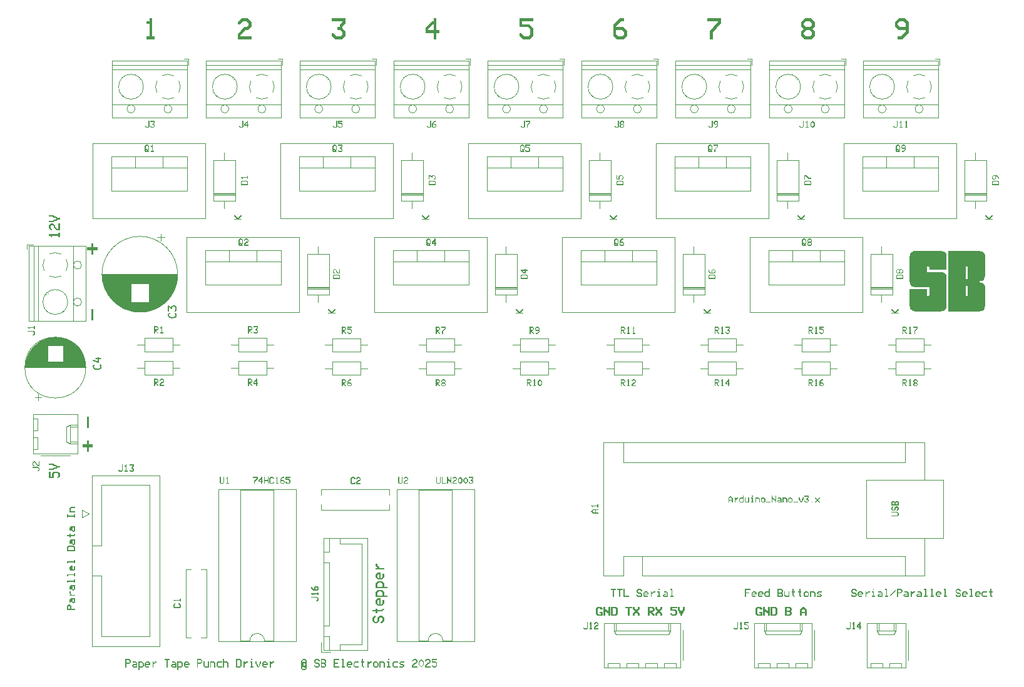
<source format=gbr>
%TF.GenerationSoftware,KiCad,Pcbnew,9.0.1*%
%TF.CreationDate,2025-11-11T21:16:56+00:00*%
%TF.ProjectId,Paper Tape Punch Driver Board,50617065-7220-4546-9170-652050756e63,rev?*%
%TF.SameCoordinates,Original*%
%TF.FileFunction,Legend,Top*%
%TF.FilePolarity,Positive*%
%FSLAX46Y46*%
G04 Gerber Fmt 4.6, Leading zero omitted, Abs format (unit mm)*
G04 Created by KiCad (PCBNEW 9.0.1) date 2025-11-11 21:16:56*
%MOMM*%
%LPD*%
G01*
G04 APERTURE LIST*
%ADD10C,0.100000*%
%ADD11C,0.300000*%
%ADD12C,0.150000*%
%ADD13C,0.400000*%
%ADD14C,0.120000*%
G04 APERTURE END LIST*
D10*
X238760000Y-58420000D02*
X254000000Y-58420000D01*
X254000000Y-68580000D01*
X238760000Y-68580000D01*
X238760000Y-58420000D01*
X226060000Y-45720000D02*
X241300000Y-45720000D01*
X241300000Y-55880000D01*
X226060000Y-55880000D01*
X226060000Y-45720000D01*
X187960000Y-58420000D02*
X203200000Y-58420000D01*
X203200000Y-68580000D01*
X187960000Y-68580000D01*
X187960000Y-58420000D01*
X200660000Y-45720000D02*
X215900000Y-45720000D01*
X215900000Y-55880000D01*
X200660000Y-55880000D01*
X200660000Y-45720000D01*
X251460000Y-45720000D02*
X266700000Y-45720000D01*
X266700000Y-55880000D01*
X251460000Y-55880000D01*
X251460000Y-45720000D01*
X162560000Y-58420000D02*
X177800000Y-58420000D01*
X177800000Y-68580000D01*
X162560000Y-68580000D01*
X162560000Y-58420000D01*
X213360000Y-58420000D02*
X228600000Y-58420000D01*
X228600000Y-68580000D01*
X213360000Y-68580000D01*
X213360000Y-58420000D01*
X175260000Y-45720000D02*
X190500000Y-45720000D01*
X190500000Y-55880000D01*
X175260000Y-55880000D01*
X175260000Y-45720000D01*
X149860000Y-45720000D02*
X165100000Y-45720000D01*
X165100000Y-55880000D01*
X149860000Y-55880000D01*
X149860000Y-45720000D01*
G36*
X264560746Y-68490000D02*
G01*
X264760914Y-68474621D01*
X264929680Y-68429498D01*
X265057598Y-68363380D01*
X265160909Y-68274759D01*
X265296024Y-68037683D01*
X265344766Y-67694745D01*
X265344766Y-63953433D01*
X265328910Y-63746282D01*
X265280446Y-63566696D01*
X265211902Y-63436342D01*
X265117547Y-63329282D01*
X265005901Y-63251852D01*
X264870519Y-63196895D01*
X264571981Y-63158178D01*
X262701570Y-63158178D01*
X262701570Y-62548060D01*
X262717625Y-62466183D01*
X262767490Y-62410360D01*
X262847138Y-62391256D01*
X262918598Y-62405911D01*
X262965354Y-62445972D01*
X262992707Y-62548060D01*
X262992707Y-62861667D01*
X265344766Y-62861667D01*
X265344766Y-61125589D01*
X265328910Y-60918597D01*
X265280446Y-60739068D01*
X265211877Y-60608668D01*
X265117481Y-60501542D01*
X265005801Y-60424060D01*
X264870379Y-60369061D01*
X264571981Y-60330334D01*
X261122784Y-60330334D01*
X260926631Y-60345710D01*
X260760823Y-60390815D01*
X260634411Y-60457164D01*
X260532137Y-60546134D01*
X260397840Y-60785027D01*
X260350000Y-61125589D01*
X260350000Y-64412609D01*
X260365855Y-64619573D01*
X260414320Y-64799026D01*
X260482876Y-64929323D01*
X260577252Y-65036345D01*
X260688935Y-65113757D01*
X260824364Y-65168697D01*
X261122784Y-65207376D01*
X262992707Y-65207376D01*
X262992707Y-66283021D01*
X262977691Y-66357799D01*
X262935102Y-66412138D01*
X262847138Y-66439825D01*
X262775677Y-66425149D01*
X262728829Y-66384940D01*
X262701570Y-66283021D01*
X262701570Y-65454061D01*
X260350000Y-65454061D01*
X260350000Y-67705980D01*
X260365377Y-67906148D01*
X260410492Y-68074914D01*
X260476606Y-68202853D01*
X260565215Y-68306176D01*
X260802234Y-68441296D01*
X261144766Y-68490000D01*
X264560746Y-68490000D01*
G37*
G36*
X270083615Y-60369100D02*
G01*
X270218991Y-60424115D01*
X270330634Y-60501616D01*
X270425009Y-60608780D01*
X270493565Y-60739237D01*
X270542029Y-60918898D01*
X270557885Y-61126078D01*
X270557885Y-63614424D01*
X270510085Y-63955357D01*
X270375903Y-64194317D01*
X270273672Y-64283307D01*
X270147306Y-64349656D01*
X269981399Y-64394787D01*
X269785101Y-64410167D01*
X269785101Y-64567459D01*
X270083755Y-64606216D01*
X270219090Y-64661188D01*
X270330700Y-64738636D01*
X270425034Y-64845735D01*
X270493565Y-64976147D01*
X270542029Y-65155865D01*
X270557885Y-65363203D01*
X270557885Y-67694256D01*
X270517269Y-68010985D01*
X270462005Y-68148356D01*
X270384762Y-68261226D01*
X270278458Y-68356245D01*
X270149367Y-68425073D01*
X269969781Y-68474068D01*
X269762630Y-68490000D01*
X265563119Y-68490000D01*
X265563119Y-66439337D01*
X267914689Y-66439337D01*
X268060258Y-66439337D01*
X268139380Y-66420645D01*
X268189705Y-66364657D01*
X268205826Y-66282044D01*
X268205826Y-65195163D01*
X268199621Y-65127713D01*
X268153991Y-65056917D01*
X268060258Y-65037871D01*
X267914689Y-65037871D01*
X267914689Y-66439337D01*
X265563119Y-66439337D01*
X265563119Y-64096559D01*
X267914689Y-64096559D01*
X268060258Y-64096559D01*
X268139380Y-64088114D01*
X268189705Y-64051567D01*
X268205826Y-63973461D01*
X268205826Y-62549525D01*
X268178473Y-62447437D01*
X268131718Y-62407376D01*
X268060258Y-62392721D01*
X267914689Y-62392721D01*
X267914689Y-64096559D01*
X265563119Y-64096559D01*
X265563119Y-60330334D01*
X269785101Y-60330334D01*
X270083615Y-60369100D01*
G37*
D11*
G36*
X149109609Y-59840024D02*
G01*
X149109609Y-60260122D01*
X149672344Y-60260122D01*
X149672344Y-60820048D01*
X149952369Y-60820048D01*
X149952369Y-60260122D01*
X150508632Y-60260122D01*
X150508632Y-59840024D01*
X149952369Y-59840024D01*
X149952369Y-59280097D01*
X149672344Y-59280097D01*
X149672344Y-59840024D01*
X149109609Y-59840024D01*
G37*
D12*
G36*
X154983130Y-115742466D02*
G01*
X154983130Y-115980090D01*
X154793500Y-116196538D01*
X154395115Y-116196538D01*
X154395115Y-116703000D01*
X154248130Y-116703000D01*
X154248130Y-116028596D01*
X154395115Y-116028596D01*
X154731731Y-116028596D01*
X154836071Y-115909821D01*
X154836071Y-115812734D01*
X154731731Y-115693959D01*
X154395115Y-115693959D01*
X154395115Y-116028596D01*
X154248130Y-116028596D01*
X154248130Y-115525944D01*
X154793500Y-115525944D01*
X154983130Y-115742466D01*
G37*
G36*
X155864749Y-116079960D02*
G01*
X155864749Y-116703000D01*
X155319379Y-116703000D01*
X155129749Y-116486112D01*
X155129749Y-116450648D01*
X155307582Y-116450648D01*
X155381075Y-116535058D01*
X155717690Y-116535058D01*
X155717690Y-116366237D01*
X155381075Y-116366237D01*
X155307582Y-116450648D01*
X155129749Y-116450648D01*
X155129749Y-116415184D01*
X155319379Y-116198223D01*
X155717690Y-116198223D01*
X155717690Y-116149936D01*
X155613350Y-116031600D01*
X155276734Y-116031600D01*
X155276734Y-115863586D01*
X155675119Y-115863586D01*
X155864749Y-116079960D01*
G37*
G36*
X156746368Y-116080254D02*
G01*
X156746368Y-116486405D01*
X156556738Y-116703000D01*
X156158353Y-116703000D01*
X156158353Y-117040641D01*
X156011368Y-117040641D01*
X156011368Y-116535058D01*
X156158353Y-116535058D01*
X156494969Y-116535058D01*
X156599309Y-116415916D01*
X156599309Y-116150742D01*
X156494969Y-116031600D01*
X156158353Y-116031600D01*
X156158353Y-116535058D01*
X156011368Y-116535058D01*
X156011368Y-115863586D01*
X156556738Y-115863586D01*
X156746368Y-116080254D01*
G37*
G36*
X157627987Y-116079960D02*
G01*
X157627987Y-116366237D01*
X157039972Y-116366237D01*
X157039972Y-116415184D01*
X157144313Y-116535058D01*
X157480928Y-116535058D01*
X157480928Y-116703000D01*
X157082617Y-116703000D01*
X156892987Y-116486112D01*
X156892987Y-116149936D01*
X157039972Y-116149936D01*
X157039972Y-116198223D01*
X157480928Y-116198223D01*
X157480928Y-116149936D01*
X157376588Y-116031600D01*
X157144313Y-116031600D01*
X157039972Y-116149936D01*
X156892987Y-116149936D01*
X156892987Y-116079960D01*
X157082617Y-115863586D01*
X157438357Y-115863586D01*
X157627987Y-116079960D01*
G37*
G36*
X158068576Y-115863586D02*
G01*
X157921591Y-115863586D01*
X157921591Y-116703000D01*
X158068576Y-116703000D01*
X158068576Y-116199468D01*
X158172917Y-116199468D01*
X158319976Y-116031600D01*
X158509606Y-116031600D01*
X158509606Y-115863586D01*
X158258207Y-115863586D01*
X158111221Y-116031600D01*
X158068576Y-116031600D01*
X158068576Y-115863586D01*
G37*
G36*
X159537844Y-115693959D02*
G01*
X159831814Y-115693959D01*
X159831814Y-116703000D01*
X159978800Y-116703000D01*
X159978800Y-115693959D01*
X160272844Y-115693959D01*
X160272844Y-115525944D01*
X159537844Y-115525944D01*
X159537844Y-115693959D01*
G37*
G36*
X161154463Y-116079960D02*
G01*
X161154463Y-116703000D01*
X160609093Y-116703000D01*
X160419463Y-116486112D01*
X160419463Y-116450648D01*
X160597296Y-116450648D01*
X160670789Y-116535058D01*
X161007404Y-116535058D01*
X161007404Y-116366237D01*
X160670789Y-116366237D01*
X160597296Y-116450648D01*
X160419463Y-116450648D01*
X160419463Y-116415184D01*
X160609093Y-116198223D01*
X161007404Y-116198223D01*
X161007404Y-116149936D01*
X160903064Y-116031600D01*
X160566448Y-116031600D01*
X160566448Y-115863586D01*
X160964833Y-115863586D01*
X161154463Y-116079960D01*
G37*
G36*
X162036082Y-116080254D02*
G01*
X162036082Y-116486405D01*
X161846452Y-116703000D01*
X161448067Y-116703000D01*
X161448067Y-117040641D01*
X161301082Y-117040641D01*
X161301082Y-116535058D01*
X161448067Y-116535058D01*
X161784683Y-116535058D01*
X161889023Y-116415916D01*
X161889023Y-116150742D01*
X161784683Y-116031600D01*
X161448067Y-116031600D01*
X161448067Y-116535058D01*
X161301082Y-116535058D01*
X161301082Y-115863586D01*
X161846452Y-115863586D01*
X162036082Y-116080254D01*
G37*
G36*
X162917701Y-116079960D02*
G01*
X162917701Y-116366237D01*
X162329686Y-116366237D01*
X162329686Y-116415184D01*
X162434027Y-116535058D01*
X162770642Y-116535058D01*
X162770642Y-116703000D01*
X162372331Y-116703000D01*
X162182701Y-116486112D01*
X162182701Y-116149936D01*
X162329686Y-116149936D01*
X162329686Y-116198223D01*
X162770642Y-116198223D01*
X162770642Y-116149936D01*
X162666302Y-116031600D01*
X162434027Y-116031600D01*
X162329686Y-116149936D01*
X162182701Y-116149936D01*
X162182701Y-116079960D01*
X162372331Y-115863586D01*
X162728071Y-115863586D01*
X162917701Y-116079960D01*
G37*
G36*
X164680939Y-115742466D02*
G01*
X164680939Y-115980090D01*
X164491308Y-116196538D01*
X164092924Y-116196538D01*
X164092924Y-116703000D01*
X163945939Y-116703000D01*
X163945939Y-116028596D01*
X164092924Y-116028596D01*
X164429539Y-116028596D01*
X164533880Y-115909821D01*
X164533880Y-115812734D01*
X164429539Y-115693959D01*
X164092924Y-115693959D01*
X164092924Y-116028596D01*
X163945939Y-116028596D01*
X163945939Y-115525944D01*
X164491308Y-115525944D01*
X164680939Y-115742466D01*
G37*
G36*
X164974543Y-115863586D02*
G01*
X164827558Y-115863586D01*
X164827558Y-116486332D01*
X165017188Y-116703000D01*
X165562558Y-116703000D01*
X165562558Y-115863586D01*
X165415499Y-115863586D01*
X165415499Y-116535058D01*
X165078884Y-116535058D01*
X164974543Y-116415843D01*
X164974543Y-115863586D01*
G37*
G36*
X165709177Y-115863586D02*
G01*
X165709177Y-116703000D01*
X165856162Y-116703000D01*
X165856162Y-116031600D01*
X166192777Y-116031600D01*
X166297118Y-116150815D01*
X166297118Y-116703000D01*
X166444177Y-116703000D01*
X166444177Y-116080327D01*
X166254546Y-115863586D01*
X165709177Y-115863586D01*
G37*
G36*
X166780426Y-115863586D02*
G01*
X166590796Y-116080254D01*
X166590796Y-116486405D01*
X166780426Y-116703000D01*
X167325796Y-116703000D01*
X167325796Y-116535058D01*
X166842121Y-116535058D01*
X166737781Y-116415916D01*
X166737781Y-116150742D01*
X166842121Y-116031600D01*
X167325796Y-116031600D01*
X167325796Y-115863586D01*
X166780426Y-115863586D01*
G37*
G36*
X167619400Y-115525944D02*
G01*
X167472415Y-115525944D01*
X167472415Y-116703000D01*
X167619400Y-116703000D01*
X167619400Y-116031600D01*
X167956015Y-116031600D01*
X168060356Y-116150815D01*
X168060356Y-116703000D01*
X168207415Y-116703000D01*
X168207415Y-116080327D01*
X168017784Y-115863586D01*
X167619400Y-115863586D01*
X167619400Y-115525944D01*
G37*
G36*
X169970653Y-115742759D02*
G01*
X169970653Y-116486258D01*
X169781022Y-116703000D01*
X169235653Y-116703000D01*
X169235653Y-116535058D01*
X169382638Y-116535058D01*
X169719253Y-116535058D01*
X169823594Y-116415623D01*
X169823594Y-115813394D01*
X169719253Y-115693959D01*
X169382638Y-115693959D01*
X169382638Y-116535058D01*
X169235653Y-116535058D01*
X169235653Y-115525944D01*
X169781022Y-115525944D01*
X169970653Y-115742759D01*
G37*
G36*
X170411242Y-115863586D02*
G01*
X170264257Y-115863586D01*
X170264257Y-116703000D01*
X170411242Y-116703000D01*
X170411242Y-116199468D01*
X170515583Y-116199468D01*
X170662641Y-116031600D01*
X170852272Y-116031600D01*
X170852272Y-115863586D01*
X170600872Y-115863586D01*
X170453887Y-116031600D01*
X170411242Y-116031600D01*
X170411242Y-115863586D01*
G37*
G36*
X171292861Y-115693959D02*
G01*
X171439847Y-115693959D01*
X171439847Y-115525944D01*
X171292861Y-115525944D01*
X171292861Y-115693959D01*
G37*
G36*
X171145876Y-116031600D02*
G01*
X171292861Y-116031600D01*
X171292861Y-116535058D01*
X171145876Y-116535058D01*
X171145876Y-116703000D01*
X171586832Y-116703000D01*
X171586832Y-116535058D01*
X171439847Y-116535058D01*
X171439847Y-115863586D01*
X171145876Y-115863586D01*
X171145876Y-116031600D01*
G37*
G36*
X172027495Y-115863586D02*
G01*
X171880509Y-115863586D01*
X171880509Y-116150669D01*
X172027495Y-116318610D01*
X172027495Y-116486478D01*
X172217125Y-116703000D01*
X172278821Y-116703000D01*
X172468451Y-116486478D01*
X172468451Y-116318610D01*
X172615509Y-116150669D01*
X172615509Y-115863586D01*
X172468451Y-115863586D01*
X172468451Y-116080180D01*
X172321466Y-116248048D01*
X172321466Y-116415990D01*
X172247973Y-116499887D01*
X172174480Y-116415990D01*
X172174480Y-116248048D01*
X172027495Y-116080180D01*
X172027495Y-115863586D01*
G37*
G36*
X173497128Y-116079960D02*
G01*
X173497128Y-116366237D01*
X172909114Y-116366237D01*
X172909114Y-116415184D01*
X173013454Y-116535058D01*
X173350070Y-116535058D01*
X173350070Y-116703000D01*
X172951759Y-116703000D01*
X172762128Y-116486112D01*
X172762128Y-116149936D01*
X172909114Y-116149936D01*
X172909114Y-116198223D01*
X173350070Y-116198223D01*
X173350070Y-116149936D01*
X173245729Y-116031600D01*
X173013454Y-116031600D01*
X172909114Y-116149936D01*
X172762128Y-116149936D01*
X172762128Y-116079960D01*
X172951759Y-115863586D01*
X173307498Y-115863586D01*
X173497128Y-116079960D01*
G37*
G36*
X173937718Y-115863586D02*
G01*
X173790733Y-115863586D01*
X173790733Y-116703000D01*
X173937718Y-116703000D01*
X173937718Y-116199468D01*
X174042059Y-116199468D01*
X174189117Y-116031600D01*
X174378747Y-116031600D01*
X174378747Y-115863586D01*
X174127348Y-115863586D01*
X173980363Y-116031600D01*
X173937718Y-116031600D01*
X173937718Y-115863586D01*
G37*
G36*
X178786842Y-115743198D02*
G01*
X178786842Y-116823460D01*
X178597212Y-117040641D01*
X178241472Y-117040641D01*
X178051842Y-116823460D01*
X178051842Y-116752239D01*
X178198828Y-116752239D01*
X178303168Y-116872699D01*
X178535443Y-116872699D01*
X178639784Y-116752239D01*
X178639784Y-116534179D01*
X178597212Y-116534179D01*
X178450154Y-116703000D01*
X178388458Y-116703000D01*
X178241472Y-116534179D01*
X178198828Y-116534179D01*
X178198828Y-116752239D01*
X178051842Y-116752239D01*
X178051842Y-116151695D01*
X178345813Y-116151695D01*
X178345813Y-116414964D01*
X178419306Y-116498935D01*
X178535443Y-116366237D01*
X178639784Y-116366237D01*
X178639784Y-116200421D01*
X178535443Y-116200421D01*
X178419306Y-116067724D01*
X178345813Y-116151695D01*
X178051842Y-116151695D01*
X178051842Y-115814420D01*
X178198828Y-115814420D01*
X178198828Y-116032406D01*
X178241472Y-116032406D01*
X178388458Y-115863586D01*
X178450154Y-115863586D01*
X178597212Y-116032406D01*
X178639784Y-116032406D01*
X178639784Y-115814420D01*
X178535443Y-115693959D01*
X178303168Y-115693959D01*
X178198828Y-115814420D01*
X178051842Y-115814420D01*
X178051842Y-115743198D01*
X178241472Y-115525944D01*
X178597212Y-115525944D01*
X178786842Y-115743198D01*
G37*
G36*
X180004710Y-115525944D02*
G01*
X179815080Y-115743198D01*
X179815080Y-115981335D01*
X180004710Y-116197417D01*
X180298681Y-116197417D01*
X180403022Y-116316705D01*
X180403022Y-116414598D01*
X180298681Y-116535058D01*
X180066406Y-116535058D01*
X179919421Y-116365358D01*
X179815080Y-116365358D01*
X179815080Y-116485819D01*
X180004710Y-116703000D01*
X180360450Y-116703000D01*
X180550080Y-116485819D01*
X180550080Y-116246143D01*
X180360450Y-116029402D01*
X180066406Y-116029402D01*
X179962066Y-115911726D01*
X179962066Y-115814420D01*
X180066406Y-115693959D01*
X180298681Y-115693959D01*
X180445666Y-115863586D01*
X180550080Y-115863586D01*
X180550080Y-115743198D01*
X180360450Y-115525944D01*
X180004710Y-115525944D01*
G37*
G36*
X181431699Y-115742612D02*
G01*
X181431699Y-115980822D01*
X181315562Y-116113446D01*
X181431699Y-116246363D01*
X181431699Y-116486112D01*
X181242069Y-116703000D01*
X180696699Y-116703000D01*
X180696699Y-116535058D01*
X180843685Y-116535058D01*
X181180300Y-116535058D01*
X181284641Y-116415184D01*
X181284641Y-116317291D01*
X181180300Y-116197417D01*
X180843685Y-116197417D01*
X180843685Y-116535058D01*
X180696699Y-116535058D01*
X180696699Y-116029402D01*
X180843685Y-116029402D01*
X181180300Y-116029402D01*
X181284641Y-115910334D01*
X181284641Y-115813027D01*
X181180300Y-115693959D01*
X180843685Y-115693959D01*
X180843685Y-116029402D01*
X180696699Y-116029402D01*
X180696699Y-115525944D01*
X181242069Y-115525944D01*
X181431699Y-115742612D01*
G37*
G36*
X182459937Y-115525944D02*
G01*
X182459937Y-116703000D01*
X183194937Y-116703000D01*
X183194937Y-116535058D01*
X182606923Y-116535058D01*
X182606923Y-116197417D01*
X183047879Y-116197417D01*
X183047879Y-116029402D01*
X182606923Y-116029402D01*
X182606923Y-115693959D01*
X183194937Y-115693959D01*
X183194937Y-115525944D01*
X182459937Y-115525944D01*
G37*
G36*
X183488542Y-115693959D02*
G01*
X183635527Y-115693959D01*
X183635527Y-116535058D01*
X183488542Y-116535058D01*
X183488542Y-116703000D01*
X183929498Y-116703000D01*
X183929498Y-116535058D01*
X183782512Y-116535058D01*
X183782512Y-115525944D01*
X183488542Y-115525944D01*
X183488542Y-115693959D01*
G37*
G36*
X184958175Y-116079960D02*
G01*
X184958175Y-116366237D01*
X184370161Y-116366237D01*
X184370161Y-116415184D01*
X184474501Y-116535058D01*
X184811117Y-116535058D01*
X184811117Y-116703000D01*
X184412805Y-116703000D01*
X184223175Y-116486112D01*
X184223175Y-116149936D01*
X184370161Y-116149936D01*
X184370161Y-116198223D01*
X184811117Y-116198223D01*
X184811117Y-116149936D01*
X184706776Y-116031600D01*
X184474501Y-116031600D01*
X184370161Y-116149936D01*
X184223175Y-116149936D01*
X184223175Y-116079960D01*
X184412805Y-115863586D01*
X184768545Y-115863586D01*
X184958175Y-116079960D01*
G37*
G36*
X185294424Y-115863586D02*
G01*
X185104794Y-116080254D01*
X185104794Y-116486405D01*
X185294424Y-116703000D01*
X185839794Y-116703000D01*
X185839794Y-116535058D01*
X185356120Y-116535058D01*
X185251780Y-116415916D01*
X185251780Y-116150742D01*
X185356120Y-116031600D01*
X185839794Y-116031600D01*
X185839794Y-115863586D01*
X185294424Y-115863586D01*
G37*
G36*
X186427369Y-115525944D02*
G01*
X186280384Y-115525944D01*
X186280384Y-115863586D01*
X186133399Y-115863586D01*
X186133399Y-116031600D01*
X186280384Y-116031600D01*
X186280384Y-116486478D01*
X186470014Y-116703000D01*
X186574355Y-116703000D01*
X186574355Y-116583858D01*
X186427369Y-116415990D01*
X186427369Y-116031600D01*
X186574355Y-116031600D01*
X186574355Y-115863586D01*
X186427369Y-115863586D01*
X186427369Y-115525944D01*
G37*
G36*
X187162003Y-115863586D02*
G01*
X187015017Y-115863586D01*
X187015017Y-116703000D01*
X187162003Y-116703000D01*
X187162003Y-116199468D01*
X187266343Y-116199468D01*
X187413402Y-116031600D01*
X187603032Y-116031600D01*
X187603032Y-115863586D01*
X187351633Y-115863586D01*
X187204648Y-116031600D01*
X187162003Y-116031600D01*
X187162003Y-115863586D01*
G37*
G36*
X188484651Y-116080254D02*
G01*
X188484651Y-116486405D01*
X188295021Y-116703000D01*
X187939281Y-116703000D01*
X187749651Y-116486405D01*
X187749651Y-116150742D01*
X187896636Y-116150742D01*
X187896636Y-116415916D01*
X188000977Y-116535058D01*
X188233252Y-116535058D01*
X188337593Y-116415916D01*
X188337593Y-116150742D01*
X188233252Y-116031600D01*
X188000977Y-116031600D01*
X187896636Y-116150742D01*
X187749651Y-116150742D01*
X187749651Y-116080254D01*
X187939281Y-115863586D01*
X188295021Y-115863586D01*
X188484651Y-116080254D01*
G37*
G36*
X188631270Y-115863586D02*
G01*
X188631270Y-116703000D01*
X188778255Y-116703000D01*
X188778255Y-116031600D01*
X189114871Y-116031600D01*
X189219211Y-116150815D01*
X189219211Y-116703000D01*
X189366270Y-116703000D01*
X189366270Y-116080327D01*
X189176640Y-115863586D01*
X188631270Y-115863586D01*
G37*
G36*
X189806860Y-115693959D02*
G01*
X189953845Y-115693959D01*
X189953845Y-115525944D01*
X189806860Y-115525944D01*
X189806860Y-115693959D01*
G37*
G36*
X189659874Y-116031600D02*
G01*
X189806860Y-116031600D01*
X189806860Y-116535058D01*
X189659874Y-116535058D01*
X189659874Y-116703000D01*
X190100830Y-116703000D01*
X190100830Y-116535058D01*
X189953845Y-116535058D01*
X189953845Y-115863586D01*
X189659874Y-115863586D01*
X189659874Y-116031600D01*
G37*
G36*
X190584138Y-115863586D02*
G01*
X190394508Y-116080254D01*
X190394508Y-116486405D01*
X190584138Y-116703000D01*
X191129508Y-116703000D01*
X191129508Y-116535058D01*
X190645834Y-116535058D01*
X190541493Y-116415916D01*
X190541493Y-116150742D01*
X190645834Y-116031600D01*
X191129508Y-116031600D01*
X191129508Y-115863586D01*
X190584138Y-115863586D01*
G37*
G36*
X191465757Y-115863586D02*
G01*
X191276127Y-116079960D01*
X191276127Y-116149936D01*
X191465757Y-116366237D01*
X191759728Y-116366237D01*
X191833221Y-116450648D01*
X191759728Y-116535058D01*
X191276127Y-116535058D01*
X191276127Y-116703000D01*
X191821497Y-116703000D01*
X192011127Y-116486112D01*
X192011127Y-116415184D01*
X191821497Y-116198223D01*
X191527453Y-116198223D01*
X191453960Y-116114912D01*
X191527453Y-116031600D01*
X192011127Y-116031600D01*
X192011127Y-115863586D01*
X191465757Y-115863586D01*
G37*
G36*
X193228995Y-115525944D02*
G01*
X193039365Y-115743198D01*
X193039365Y-115863586D01*
X193143706Y-115863586D01*
X193290691Y-115693959D01*
X193522966Y-115693959D01*
X193627306Y-115814420D01*
X193627306Y-115911726D01*
X193522966Y-116029402D01*
X193375981Y-116029402D01*
X193039365Y-116415184D01*
X193039365Y-116703000D01*
X193774365Y-116703000D01*
X193774365Y-116535058D01*
X193186350Y-116535058D01*
X193186350Y-116486112D01*
X193437676Y-116197417D01*
X193584735Y-116197417D01*
X193774365Y-115981335D01*
X193774365Y-115743198D01*
X193584735Y-115525944D01*
X193228995Y-115525944D01*
G37*
G36*
X194655984Y-115911066D02*
G01*
X194655984Y-116317951D01*
X194319295Y-116703000D01*
X194257599Y-116703000D01*
X193920984Y-116317951D01*
X193920984Y-115981702D01*
X194067969Y-115981702D01*
X194067969Y-116247389D01*
X194288447Y-116499594D01*
X194508925Y-116247389D01*
X194508925Y-115981702D01*
X194288447Y-115729423D01*
X194067969Y-115981702D01*
X193920984Y-115981702D01*
X193920984Y-115911066D01*
X194257599Y-115525944D01*
X194319295Y-115525944D01*
X194655984Y-115911066D01*
G37*
G36*
X194992233Y-115525944D02*
G01*
X194802603Y-115743198D01*
X194802603Y-115863586D01*
X194906944Y-115863586D01*
X195053929Y-115693959D01*
X195286204Y-115693959D01*
X195390544Y-115814420D01*
X195390544Y-115911726D01*
X195286204Y-116029402D01*
X195139218Y-116029402D01*
X194802603Y-116415184D01*
X194802603Y-116703000D01*
X195537603Y-116703000D01*
X195537603Y-116535058D01*
X194949588Y-116535058D01*
X194949588Y-116486112D01*
X195200914Y-116197417D01*
X195347973Y-116197417D01*
X195537603Y-115981335D01*
X195537603Y-115743198D01*
X195347973Y-115525944D01*
X194992233Y-115525944D01*
G37*
G36*
X195684222Y-115525944D02*
G01*
X195684222Y-116031600D01*
X196167823Y-116031600D01*
X196272163Y-116150083D01*
X196272163Y-116414598D01*
X196167823Y-116535058D01*
X195935548Y-116535058D01*
X195788563Y-116365358D01*
X195684222Y-116365358D01*
X195684222Y-116485819D01*
X195873852Y-116703000D01*
X196229592Y-116703000D01*
X196419222Y-116485819D01*
X196419222Y-116080034D01*
X196229592Y-115863586D01*
X195831207Y-115863586D01*
X195831207Y-115693959D01*
X196419222Y-115693959D01*
X196419222Y-115525944D01*
X195684222Y-115525944D01*
G37*
D11*
G36*
X239695711Y-108473944D02*
G01*
X239478970Y-108691198D01*
X239478970Y-109433819D01*
X239695711Y-109651000D01*
X240402941Y-109651000D01*
X240402941Y-109145417D01*
X239982941Y-109145417D01*
X239982941Y-109313358D01*
X240150956Y-109313358D01*
X240150956Y-109483058D01*
X239850244Y-109483058D01*
X239730956Y-109362598D01*
X239730956Y-108762420D01*
X239850244Y-108641959D01*
X240031667Y-108641959D01*
X240199682Y-108811586D01*
X240402941Y-108811586D01*
X240402941Y-108691198D01*
X240186200Y-108473944D01*
X239695711Y-108473944D01*
G37*
G36*
X240738018Y-108473944D02*
G01*
X240486032Y-108473944D01*
X240486032Y-109651000D01*
X240738018Y-109651000D01*
X240738018Y-109015211D01*
X241038729Y-109317242D01*
X241158018Y-109317242D01*
X241158018Y-109651000D01*
X241410003Y-109651000D01*
X241410003Y-108473944D01*
X241158018Y-108473944D01*
X241158018Y-109113616D01*
X240857306Y-108811586D01*
X240738018Y-108811586D01*
X240738018Y-108473944D01*
G37*
G36*
X242417065Y-108690759D02*
G01*
X242417065Y-109434258D01*
X242200324Y-109651000D01*
X241493094Y-109651000D01*
X241493094Y-109483058D01*
X241745080Y-109483058D01*
X242045792Y-109483058D01*
X242165080Y-109363623D01*
X242165080Y-108761394D01*
X242045792Y-108641959D01*
X241745080Y-108641959D01*
X241745080Y-109483058D01*
X241493094Y-109483058D01*
X241493094Y-108473944D01*
X242200324Y-108473944D01*
X242417065Y-108690759D01*
G37*
G36*
X244431189Y-108690612D02*
G01*
X244431189Y-108928822D01*
X244298492Y-109061446D01*
X244431189Y-109194363D01*
X244431189Y-109434112D01*
X244214448Y-109651000D01*
X243507219Y-109651000D01*
X243507219Y-109483058D01*
X243759204Y-109483058D01*
X244059916Y-109483058D01*
X244179204Y-109363184D01*
X244179204Y-109265291D01*
X244059916Y-109145417D01*
X243759204Y-109145417D01*
X243759204Y-109483058D01*
X243507219Y-109483058D01*
X243507219Y-108977402D01*
X243759204Y-108977402D01*
X244059916Y-108977402D01*
X244179204Y-108858334D01*
X244179204Y-108761027D01*
X244059916Y-108641959D01*
X243759204Y-108641959D01*
X243759204Y-108977402D01*
X243507219Y-108977402D01*
X243507219Y-108473944D01*
X244214448Y-108473944D01*
X244431189Y-108690612D01*
G37*
G36*
X246445314Y-108858334D02*
G01*
X246445314Y-109651000D01*
X246193328Y-109651000D01*
X246193328Y-109313358D01*
X245773328Y-109313358D01*
X245773328Y-109651000D01*
X245521343Y-109651000D01*
X245521343Y-108928896D01*
X245773328Y-108928896D01*
X245773328Y-109145417D01*
X246193328Y-109145417D01*
X246193328Y-108928896D01*
X245983328Y-108719042D01*
X245773328Y-108928896D01*
X245521343Y-108928896D01*
X245521343Y-108858334D01*
X245906025Y-108473944D01*
X246060631Y-108473944D01*
X246445314Y-108858334D01*
G37*
G36*
X148474609Y-86510024D02*
G01*
X148474609Y-86930122D01*
X149037344Y-86930122D01*
X149037344Y-87490048D01*
X149317369Y-87490048D01*
X149317369Y-86930122D01*
X149873632Y-86930122D01*
X149873632Y-86510024D01*
X149317369Y-86510024D01*
X149317369Y-85950097D01*
X149037344Y-85950097D01*
X149037344Y-86510024D01*
X148474609Y-86510024D01*
G37*
G36*
X149317369Y-84315048D02*
G01*
X149317369Y-82775097D01*
X149037344Y-82775097D01*
X149037344Y-84315048D01*
X149317369Y-84315048D01*
G37*
G36*
X149952369Y-69710048D02*
G01*
X149952369Y-68170097D01*
X149672344Y-68170097D01*
X149672344Y-69710048D01*
X149952369Y-69710048D01*
G37*
G36*
X218105711Y-108473944D02*
G01*
X217888970Y-108691198D01*
X217888970Y-109433819D01*
X218105711Y-109651000D01*
X218812941Y-109651000D01*
X218812941Y-109145417D01*
X218392941Y-109145417D01*
X218392941Y-109313358D01*
X218560956Y-109313358D01*
X218560956Y-109483058D01*
X218260244Y-109483058D01*
X218140956Y-109362598D01*
X218140956Y-108762420D01*
X218260244Y-108641959D01*
X218441667Y-108641959D01*
X218609682Y-108811586D01*
X218812941Y-108811586D01*
X218812941Y-108691198D01*
X218596200Y-108473944D01*
X218105711Y-108473944D01*
G37*
G36*
X219148018Y-108473944D02*
G01*
X218896032Y-108473944D01*
X218896032Y-109651000D01*
X219148018Y-109651000D01*
X219148018Y-109015211D01*
X219448729Y-109317242D01*
X219568018Y-109317242D01*
X219568018Y-109651000D01*
X219820003Y-109651000D01*
X219820003Y-108473944D01*
X219568018Y-108473944D01*
X219568018Y-109113616D01*
X219267306Y-108811586D01*
X219148018Y-108811586D01*
X219148018Y-108473944D01*
G37*
G36*
X220827065Y-108690759D02*
G01*
X220827065Y-109434258D01*
X220610324Y-109651000D01*
X219903094Y-109651000D01*
X219903094Y-109483058D01*
X220155080Y-109483058D01*
X220455792Y-109483058D01*
X220575080Y-109363623D01*
X220575080Y-108761394D01*
X220455792Y-108641959D01*
X220155080Y-108641959D01*
X220155080Y-109483058D01*
X219903094Y-109483058D01*
X219903094Y-108473944D01*
X220610324Y-108473944D01*
X220827065Y-108690759D01*
G37*
G36*
X221917219Y-108641959D02*
G01*
X222253175Y-108641959D01*
X222253175Y-109651000D01*
X222505233Y-109651000D01*
X222505233Y-108641959D01*
X222841189Y-108641959D01*
X222841189Y-108473944D01*
X221917219Y-108473944D01*
X221917219Y-108641959D01*
G37*
G36*
X223176266Y-108473944D02*
G01*
X222924281Y-108473944D01*
X222924281Y-108761540D01*
X223224993Y-109062545D01*
X222924281Y-109363477D01*
X222924281Y-109651000D01*
X223176266Y-109651000D01*
X223176266Y-109434112D01*
X223386266Y-109223965D01*
X223596266Y-109434112D01*
X223596266Y-109651000D01*
X223848251Y-109651000D01*
X223848251Y-109363477D01*
X223547540Y-109062545D01*
X223848251Y-108761540D01*
X223848251Y-108473944D01*
X223596266Y-108473944D01*
X223596266Y-108690905D01*
X223386266Y-108901125D01*
X223176266Y-108690905D01*
X223176266Y-108473944D01*
G37*
G36*
X225862376Y-108690466D02*
G01*
X225862376Y-108928090D01*
X225645635Y-109144538D01*
X225526420Y-109144538D01*
X225526420Y-109193557D01*
X225862376Y-109531198D01*
X225862376Y-109651000D01*
X225659117Y-109651000D01*
X225274361Y-109264412D01*
X225274361Y-109144538D01*
X225190390Y-109144538D01*
X225190390Y-109651000D01*
X224938405Y-109651000D01*
X224938405Y-108976596D01*
X225190390Y-108976596D01*
X225491102Y-108976596D01*
X225610390Y-108857821D01*
X225610390Y-108760734D01*
X225491102Y-108641959D01*
X225190390Y-108641959D01*
X225190390Y-108976596D01*
X224938405Y-108976596D01*
X224938405Y-108473944D01*
X225645635Y-108473944D01*
X225862376Y-108690466D01*
G37*
G36*
X226197452Y-108473944D02*
G01*
X225945467Y-108473944D01*
X225945467Y-108761540D01*
X226246179Y-109062545D01*
X225945467Y-109363477D01*
X225945467Y-109651000D01*
X226197452Y-109651000D01*
X226197452Y-109434112D01*
X226407452Y-109223965D01*
X226617452Y-109434112D01*
X226617452Y-109651000D01*
X226869438Y-109651000D01*
X226869438Y-109363477D01*
X226568726Y-109062545D01*
X226869438Y-108761540D01*
X226869438Y-108473944D01*
X226617452Y-108473944D01*
X226617452Y-108690905D01*
X226407452Y-108901125D01*
X226197452Y-108690905D01*
X226197452Y-108473944D01*
G37*
G36*
X227959591Y-108473944D02*
G01*
X227959591Y-108979600D01*
X228512288Y-108979600D01*
X228631577Y-109098083D01*
X228631577Y-109362598D01*
X228512288Y-109483058D01*
X228330865Y-109483058D01*
X228162850Y-109313358D01*
X227959591Y-109313358D01*
X227959591Y-109433819D01*
X228176332Y-109651000D01*
X228666821Y-109651000D01*
X228883562Y-109433819D01*
X228883562Y-109028034D01*
X228666821Y-108811586D01*
X228211577Y-108811586D01*
X228211577Y-108641959D01*
X228883562Y-108641959D01*
X228883562Y-108473944D01*
X227959591Y-108473944D01*
G37*
G36*
X229218639Y-108473944D02*
G01*
X228966653Y-108473944D01*
X228966653Y-108929702D01*
X229134668Y-109097863D01*
X229134668Y-109265951D01*
X229302609Y-109434112D01*
X229302609Y-109651000D01*
X229554668Y-109651000D01*
X229554668Y-109434112D01*
X229722609Y-109265951D01*
X229722609Y-109097863D01*
X229890624Y-108929702D01*
X229890624Y-108473944D01*
X229638639Y-108473944D01*
X229638639Y-108859066D01*
X229470624Y-109027228D01*
X229470624Y-109195389D01*
X229428639Y-109237374D01*
X229386653Y-109195389D01*
X229386653Y-109027228D01*
X229218639Y-108859066D01*
X229218639Y-108473944D01*
G37*
D12*
G36*
X247282964Y-77846555D02*
G01*
X247282964Y-78044575D01*
X247124939Y-78224948D01*
X247037928Y-78224948D01*
X247037928Y-78265797D01*
X247282964Y-78547165D01*
X247282964Y-78647000D01*
X247195953Y-78647000D01*
X246915440Y-78324843D01*
X246915440Y-78224948D01*
X246792952Y-78224948D01*
X246792952Y-78647000D01*
X246670464Y-78647000D01*
X246670464Y-78084997D01*
X246792952Y-78084997D01*
X247073465Y-78084997D01*
X247160415Y-77986017D01*
X247160415Y-77905112D01*
X247073465Y-77806132D01*
X246792952Y-77806132D01*
X246792952Y-78084997D01*
X246670464Y-78084997D01*
X246670464Y-77666120D01*
X247124939Y-77666120D01*
X247282964Y-77846555D01*
G37*
G36*
X247772610Y-77666120D02*
G01*
X247650122Y-77666120D01*
X247650122Y-77806804D01*
X247527635Y-77806804D01*
X247527635Y-77946816D01*
X247650122Y-77946816D01*
X247650122Y-78507048D01*
X247527635Y-78507048D01*
X247527635Y-78647000D01*
X247895098Y-78647000D01*
X247895098Y-78507048D01*
X247772610Y-78507048D01*
X247772610Y-77666120D01*
G37*
G36*
X248629780Y-77806132D02*
G01*
X248471755Y-77806132D01*
X248262317Y-78045185D01*
X248262317Y-78085668D01*
X248594304Y-78085668D01*
X248752329Y-78266469D01*
X248752329Y-78466260D01*
X248594304Y-78647000D01*
X248297854Y-78647000D01*
X248139829Y-78466260D01*
X248139829Y-78407153D01*
X248262317Y-78407153D01*
X248349267Y-78507048D01*
X248542830Y-78507048D01*
X248629780Y-78407153D01*
X248629780Y-78325576D01*
X248542830Y-78225681D01*
X248262317Y-78225681D01*
X248262317Y-78407153D01*
X248139829Y-78407153D01*
X248139829Y-77986445D01*
X248420342Y-77666120D01*
X248629780Y-77666120D01*
X248629780Y-77806132D01*
G37*
G36*
X218220000Y-95372243D02*
G01*
X217938632Y-95372243D01*
X217938632Y-95739706D01*
X218220000Y-95739706D01*
X218220000Y-95862194D01*
X217559445Y-95862194D01*
X217239120Y-95581681D01*
X217239120Y-95555974D01*
X217408381Y-95555974D01*
X217618246Y-95739706D01*
X217798681Y-95739706D01*
X217798681Y-95372243D01*
X217618246Y-95372243D01*
X217408381Y-95555974D01*
X217239120Y-95555974D01*
X217239120Y-95530268D01*
X217559445Y-95249694D01*
X218220000Y-95249694D01*
X218220000Y-95372243D01*
G37*
G36*
X217239120Y-94760048D02*
G01*
X217239120Y-94882536D01*
X217379804Y-94882536D01*
X217379804Y-95005023D01*
X217519816Y-95005023D01*
X217519816Y-94882536D01*
X218080048Y-94882536D01*
X218080048Y-95005023D01*
X218220000Y-95005023D01*
X218220000Y-94637560D01*
X218080048Y-94637560D01*
X218080048Y-94760048D01*
X217239120Y-94760048D01*
G37*
G36*
X236425186Y-93734445D02*
G01*
X236425186Y-94395000D01*
X236302637Y-94395000D01*
X236302637Y-94113632D01*
X235935174Y-94113632D01*
X235935174Y-94395000D01*
X235812686Y-94395000D01*
X235812686Y-93793246D01*
X235935174Y-93793246D01*
X235935174Y-93973681D01*
X236302637Y-93973681D01*
X236302637Y-93793246D01*
X236118906Y-93583381D01*
X235935174Y-93793246D01*
X235812686Y-93793246D01*
X235812686Y-93734445D01*
X236093199Y-93414120D01*
X236144612Y-93414120D01*
X236425186Y-93734445D01*
G37*
G36*
X236792344Y-93695488D02*
G01*
X236669857Y-93695488D01*
X236669857Y-94395000D01*
X236792344Y-94395000D01*
X236792344Y-93975390D01*
X236879295Y-93975390D01*
X237001844Y-93835500D01*
X237159869Y-93835500D01*
X237159869Y-93695488D01*
X236950369Y-93695488D01*
X236827882Y-93835500D01*
X236792344Y-93835500D01*
X236792344Y-93695488D01*
G37*
G36*
X237894551Y-94395000D02*
G01*
X237440076Y-94395000D01*
X237282051Y-94214504D01*
X237282051Y-93934785D01*
X237404539Y-93934785D01*
X237404539Y-94155764D01*
X237491489Y-94255048D01*
X237772002Y-94255048D01*
X237772002Y-93835500D01*
X237491489Y-93835500D01*
X237404539Y-93934785D01*
X237282051Y-93934785D01*
X237282051Y-93876045D01*
X237440076Y-93695488D01*
X237772002Y-93695488D01*
X237772002Y-93414120D01*
X237894551Y-93414120D01*
X237894551Y-94395000D01*
G37*
G36*
X238139222Y-93695488D02*
G01*
X238016734Y-93695488D01*
X238016734Y-94214443D01*
X238174759Y-94395000D01*
X238629234Y-94395000D01*
X238629234Y-93695488D01*
X238506685Y-93695488D01*
X238506685Y-94255048D01*
X238226172Y-94255048D01*
X238139222Y-94155703D01*
X238139222Y-93695488D01*
G37*
G36*
X238996392Y-93554132D02*
G01*
X239118880Y-93554132D01*
X239118880Y-93414120D01*
X238996392Y-93414120D01*
X238996392Y-93554132D01*
G37*
G36*
X238873904Y-93835500D02*
G01*
X238996392Y-93835500D01*
X238996392Y-94255048D01*
X238873904Y-94255048D01*
X238873904Y-94395000D01*
X239241367Y-94395000D01*
X239241367Y-94255048D01*
X239118880Y-94255048D01*
X239118880Y-93695488D01*
X238873904Y-93695488D01*
X238873904Y-93835500D01*
G37*
G36*
X239486099Y-93695488D02*
G01*
X239486099Y-94395000D01*
X239608586Y-94395000D01*
X239608586Y-93835500D01*
X239889099Y-93835500D01*
X239976050Y-93934846D01*
X239976050Y-94395000D01*
X240098599Y-94395000D01*
X240098599Y-93876106D01*
X239940574Y-93695488D01*
X239486099Y-93695488D01*
G37*
G36*
X240833281Y-93876045D02*
G01*
X240833281Y-94214504D01*
X240675256Y-94395000D01*
X240378806Y-94395000D01*
X240220781Y-94214504D01*
X240220781Y-93934785D01*
X240343269Y-93934785D01*
X240343269Y-94155764D01*
X240430219Y-94255048D01*
X240623782Y-94255048D01*
X240710732Y-94155764D01*
X240710732Y-93934785D01*
X240623782Y-93835500D01*
X240430219Y-93835500D01*
X240343269Y-93934785D01*
X240220781Y-93934785D01*
X240220781Y-93876045D01*
X240378806Y-93695488D01*
X240675256Y-93695488D01*
X240833281Y-93876045D01*
G37*
G36*
X240955464Y-94395000D02*
G01*
X241567964Y-94395000D01*
X241567964Y-94255048D01*
X240955464Y-94255048D01*
X240955464Y-94395000D01*
G37*
G36*
X241812634Y-93414120D02*
G01*
X241690146Y-93414120D01*
X241690146Y-94395000D01*
X241812634Y-94395000D01*
X241812634Y-93835500D01*
X241848171Y-93835500D01*
X242093147Y-94116868D01*
X242180097Y-94116868D01*
X242180097Y-94395000D01*
X242302646Y-94395000D01*
X242302646Y-93414120D01*
X242180097Y-93414120D01*
X242180097Y-93976856D01*
X242144621Y-93976856D01*
X241899584Y-93695488D01*
X241812634Y-93695488D01*
X241812634Y-93414120D01*
G37*
G36*
X243037329Y-93875800D02*
G01*
X243037329Y-94395000D01*
X242582854Y-94395000D01*
X242424829Y-94214260D01*
X242424829Y-94184706D01*
X242573023Y-94184706D01*
X242634267Y-94255048D01*
X242914780Y-94255048D01*
X242914780Y-94114364D01*
X242634267Y-94114364D01*
X242573023Y-94184706D01*
X242424829Y-94184706D01*
X242424829Y-94155153D01*
X242582854Y-93974352D01*
X242914780Y-93974352D01*
X242914780Y-93934113D01*
X242827829Y-93835500D01*
X242547316Y-93835500D01*
X242547316Y-93695488D01*
X242879304Y-93695488D01*
X243037329Y-93875800D01*
G37*
G36*
X243159511Y-93695488D02*
G01*
X243159511Y-94395000D01*
X243281999Y-94395000D01*
X243281999Y-93835500D01*
X243562512Y-93835500D01*
X243649462Y-93934846D01*
X243649462Y-94395000D01*
X243772011Y-94395000D01*
X243772011Y-93876106D01*
X243613986Y-93695488D01*
X243159511Y-93695488D01*
G37*
G36*
X244506694Y-93876045D02*
G01*
X244506694Y-94214504D01*
X244348668Y-94395000D01*
X244052219Y-94395000D01*
X243894194Y-94214504D01*
X243894194Y-93934785D01*
X244016681Y-93934785D01*
X244016681Y-94155764D01*
X244103632Y-94255048D01*
X244297194Y-94255048D01*
X244384145Y-94155764D01*
X244384145Y-93934785D01*
X244297194Y-93835500D01*
X244103632Y-93835500D01*
X244016681Y-93934785D01*
X243894194Y-93934785D01*
X243894194Y-93876045D01*
X244052219Y-93695488D01*
X244348668Y-93695488D01*
X244506694Y-93876045D01*
G37*
G36*
X244628876Y-94395000D02*
G01*
X245241376Y-94395000D01*
X245241376Y-94255048D01*
X244628876Y-94255048D01*
X244628876Y-94395000D01*
G37*
G36*
X245486046Y-93695488D02*
G01*
X245363559Y-93695488D01*
X245363559Y-93934724D01*
X245486046Y-94074675D01*
X245486046Y-94214565D01*
X245644071Y-94395000D01*
X245695485Y-94395000D01*
X245853510Y-94214565D01*
X245853510Y-94074675D01*
X245976059Y-93934724D01*
X245976059Y-93695488D01*
X245853510Y-93695488D01*
X245853510Y-93875983D01*
X245731022Y-94015874D01*
X245731022Y-94155825D01*
X245669778Y-94225739D01*
X245608534Y-94155825D01*
X245608534Y-94015874D01*
X245486046Y-93875983D01*
X245486046Y-93695488D01*
G37*
G36*
X246098241Y-93554132D02*
G01*
X246588192Y-93554132D01*
X246588192Y-93594677D01*
X246465704Y-93734445D01*
X246465704Y-93833668D01*
X246343217Y-93833668D01*
X246343217Y-93973681D01*
X246501242Y-93973681D01*
X246588192Y-94073087D01*
X246588192Y-94154665D01*
X246501242Y-94255048D01*
X246307679Y-94255048D01*
X246185192Y-94113632D01*
X246098241Y-94113632D01*
X246098241Y-94214016D01*
X246256266Y-94395000D01*
X246552716Y-94395000D01*
X246710741Y-94214016D01*
X246710741Y-94014286D01*
X246588192Y-93874274D01*
X246588192Y-93793185D01*
X246710741Y-93653356D01*
X246710741Y-93414120D01*
X246098241Y-93414120D01*
X246098241Y-93554132D01*
G37*
G36*
X247077899Y-94395000D02*
G01*
X247200387Y-94395000D01*
X247200387Y-94255048D01*
X247077899Y-94255048D01*
X247077899Y-94395000D01*
G37*
G36*
X247567606Y-93794834D02*
G01*
X247786875Y-94045244D01*
X247567606Y-94295715D01*
X247567606Y-94395000D01*
X247654556Y-94395000D01*
X247873826Y-94144590D01*
X248093095Y-94395000D01*
X248180106Y-94395000D01*
X248180106Y-94295715D01*
X247960837Y-94045244D01*
X248180106Y-93794834D01*
X248180106Y-93695488D01*
X248093095Y-93695488D01*
X247873826Y-93945959D01*
X247654556Y-93695488D01*
X247567606Y-93695488D01*
X247567606Y-93794834D01*
G37*
G36*
X257879120Y-96107047D02*
G01*
X257879120Y-96229535D01*
X258679382Y-96229535D01*
X258860000Y-96071510D01*
X258860000Y-95775060D01*
X258679382Y-95617035D01*
X257879120Y-95617035D01*
X257879120Y-95739584D01*
X258620519Y-95739584D01*
X258720048Y-95826534D01*
X258720048Y-96020096D01*
X258620519Y-96107047D01*
X257879120Y-96107047D01*
G37*
G36*
X257879120Y-95336827D02*
G01*
X258060165Y-95494852D01*
X258258613Y-95494852D01*
X258438681Y-95336827D01*
X258438681Y-95091852D01*
X258538087Y-95004901D01*
X258619665Y-95004901D01*
X258720048Y-95091852D01*
X258720048Y-95285414D01*
X258578632Y-95407902D01*
X258578632Y-95494852D01*
X258679016Y-95494852D01*
X258860000Y-95336827D01*
X258860000Y-95040377D01*
X258679016Y-94882352D01*
X258479286Y-94882352D01*
X258298668Y-95040377D01*
X258298668Y-95285414D01*
X258200605Y-95372364D01*
X258119516Y-95372364D01*
X258019132Y-95285414D01*
X258019132Y-95091852D01*
X258160488Y-94969364D01*
X258160488Y-94882352D01*
X258060165Y-94882352D01*
X257879120Y-95040377D01*
X257879120Y-95336827D01*
G37*
G36*
X258368705Y-94244451D02*
G01*
X258479469Y-94147670D01*
X258679260Y-94147670D01*
X258860000Y-94305695D01*
X258860000Y-94760170D01*
X257879120Y-94760170D01*
X257879120Y-94357169D01*
X258019132Y-94357169D01*
X258019132Y-94637682D01*
X258298668Y-94637682D01*
X258298668Y-94357169D01*
X258438681Y-94357169D01*
X258438681Y-94637682D01*
X258720048Y-94637682D01*
X258720048Y-94357169D01*
X258620153Y-94270219D01*
X258538576Y-94270219D01*
X258438681Y-94357169D01*
X258298668Y-94357169D01*
X258199445Y-94270219D01*
X258118356Y-94270219D01*
X258019132Y-94357169D01*
X257879120Y-94357169D01*
X257879120Y-94305695D01*
X258059677Y-94147670D01*
X258258185Y-94147670D01*
X258368705Y-94244451D01*
G37*
G36*
X183295000Y-63657719D02*
G01*
X183295000Y-64112194D01*
X182314120Y-64112194D01*
X182314120Y-63709193D01*
X182454132Y-63709193D01*
X182454132Y-63989706D01*
X183155048Y-63989706D01*
X183155048Y-63709193D01*
X183055519Y-63622243D01*
X182553661Y-63622243D01*
X182454132Y-63709193D01*
X182314120Y-63709193D01*
X182314120Y-63657719D01*
X182494799Y-63499694D01*
X183114382Y-63499694D01*
X183295000Y-63657719D01*
G37*
G36*
X182314120Y-63219486D02*
G01*
X182495165Y-63377511D01*
X182595488Y-63377511D01*
X182595488Y-63290561D01*
X182454132Y-63168073D01*
X182454132Y-62974511D01*
X182554516Y-62887560D01*
X182635605Y-62887560D01*
X182733668Y-62974511D01*
X182733668Y-63096998D01*
X183055153Y-63377511D01*
X183295000Y-63377511D01*
X183295000Y-62765011D01*
X183155048Y-62765011D01*
X183155048Y-63255023D01*
X183114260Y-63255023D01*
X182873681Y-63045585D01*
X182873681Y-62923036D01*
X182693613Y-62765011D01*
X182495165Y-62765011D01*
X182314120Y-62923036D01*
X182314120Y-63219486D01*
G37*
G36*
X181679120Y-68702365D02*
G01*
X181679120Y-68824853D01*
X182660000Y-68824853D01*
X182660000Y-68702365D01*
X182241184Y-68702365D01*
X182241184Y-68666828D01*
X182660000Y-68299364D01*
X182660000Y-68212353D01*
X182560898Y-68212353D01*
X182171209Y-68554171D01*
X181779016Y-68212353D01*
X181679120Y-68212353D01*
X181679120Y-68299364D01*
X182101172Y-68666828D01*
X182101172Y-68702365D01*
X181679120Y-68702365D01*
G37*
G36*
X216802964Y-110559120D02*
G01*
X216680415Y-110559120D01*
X216680415Y-111299665D01*
X216593465Y-111400048D01*
X216399903Y-111400048D01*
X216277415Y-111258632D01*
X216190464Y-111258632D01*
X216190464Y-111359016D01*
X216348489Y-111540000D01*
X216644939Y-111540000D01*
X216802964Y-111359016D01*
X216802964Y-110559120D01*
G37*
G36*
X217292610Y-110559120D02*
G01*
X217170122Y-110559120D01*
X217170122Y-110699804D01*
X217047635Y-110699804D01*
X217047635Y-110839816D01*
X217170122Y-110839816D01*
X217170122Y-111400048D01*
X217047635Y-111400048D01*
X217047635Y-111540000D01*
X217415098Y-111540000D01*
X217415098Y-111400048D01*
X217292610Y-111400048D01*
X217292610Y-110559120D01*
G37*
G36*
X217817854Y-110559120D02*
G01*
X217659829Y-110740165D01*
X217659829Y-110840488D01*
X217746780Y-110840488D01*
X217869267Y-110699132D01*
X218062830Y-110699132D01*
X218149780Y-110799516D01*
X218149780Y-110880605D01*
X218062830Y-110978668D01*
X217940342Y-110978668D01*
X217659829Y-111300153D01*
X217659829Y-111540000D01*
X218272329Y-111540000D01*
X218272329Y-111400048D01*
X217782317Y-111400048D01*
X217782317Y-111359260D01*
X217991755Y-111118681D01*
X218114304Y-111118681D01*
X218272329Y-110938613D01*
X218272329Y-110740165D01*
X218114304Y-110559120D01*
X217817854Y-110559120D01*
G37*
G36*
X219893891Y-106168959D02*
G01*
X220187862Y-106168959D01*
X220187862Y-107178000D01*
X220334847Y-107178000D01*
X220334847Y-106168959D01*
X220628891Y-106168959D01*
X220628891Y-106000944D01*
X219893891Y-106000944D01*
X219893891Y-106168959D01*
G37*
G36*
X220775510Y-106168959D02*
G01*
X221069481Y-106168959D01*
X221069481Y-107178000D01*
X221216466Y-107178000D01*
X221216466Y-106168959D01*
X221510510Y-106168959D01*
X221510510Y-106000944D01*
X220775510Y-106000944D01*
X220775510Y-106168959D01*
G37*
G36*
X221804114Y-106000944D02*
G01*
X221657129Y-106000944D01*
X221657129Y-107178000D01*
X222392129Y-107178000D01*
X222392129Y-107010058D01*
X221804114Y-107010058D01*
X221804114Y-106000944D01*
G37*
G36*
X223609997Y-106000944D02*
G01*
X223420367Y-106218198D01*
X223420367Y-106456335D01*
X223609997Y-106672417D01*
X223903968Y-106672417D01*
X224008308Y-106791705D01*
X224008308Y-106889598D01*
X223903968Y-107010058D01*
X223671693Y-107010058D01*
X223524707Y-106840358D01*
X223420367Y-106840358D01*
X223420367Y-106960819D01*
X223609997Y-107178000D01*
X223965737Y-107178000D01*
X224155367Y-106960819D01*
X224155367Y-106721143D01*
X223965737Y-106504402D01*
X223671693Y-106504402D01*
X223567352Y-106386726D01*
X223567352Y-106289420D01*
X223671693Y-106168959D01*
X223903968Y-106168959D01*
X224050953Y-106338586D01*
X224155367Y-106338586D01*
X224155367Y-106218198D01*
X223965737Y-106000944D01*
X223609997Y-106000944D01*
G37*
G36*
X225036986Y-106554960D02*
G01*
X225036986Y-106841237D01*
X224448971Y-106841237D01*
X224448971Y-106890184D01*
X224553312Y-107010058D01*
X224889927Y-107010058D01*
X224889927Y-107178000D01*
X224491616Y-107178000D01*
X224301986Y-106961112D01*
X224301986Y-106624936D01*
X224448971Y-106624936D01*
X224448971Y-106673223D01*
X224889927Y-106673223D01*
X224889927Y-106624936D01*
X224785587Y-106506600D01*
X224553312Y-106506600D01*
X224448971Y-106624936D01*
X224301986Y-106624936D01*
X224301986Y-106554960D01*
X224491616Y-106338586D01*
X224847356Y-106338586D01*
X225036986Y-106554960D01*
G37*
G36*
X225477575Y-106338586D02*
G01*
X225330590Y-106338586D01*
X225330590Y-107178000D01*
X225477575Y-107178000D01*
X225477575Y-106674468D01*
X225581916Y-106674468D01*
X225728975Y-106506600D01*
X225918605Y-106506600D01*
X225918605Y-106338586D01*
X225667206Y-106338586D01*
X225520220Y-106506600D01*
X225477575Y-106506600D01*
X225477575Y-106338586D01*
G37*
G36*
X226359194Y-106168959D02*
G01*
X226506180Y-106168959D01*
X226506180Y-106000944D01*
X226359194Y-106000944D01*
X226359194Y-106168959D01*
G37*
G36*
X226212209Y-106506600D02*
G01*
X226359194Y-106506600D01*
X226359194Y-107010058D01*
X226212209Y-107010058D01*
X226212209Y-107178000D01*
X226653165Y-107178000D01*
X226653165Y-107010058D01*
X226506180Y-107010058D01*
X226506180Y-106338586D01*
X226212209Y-106338586D01*
X226212209Y-106506600D01*
G37*
G36*
X227681843Y-106554960D02*
G01*
X227681843Y-107178000D01*
X227136473Y-107178000D01*
X226946843Y-106961112D01*
X226946843Y-106925648D01*
X227124676Y-106925648D01*
X227198169Y-107010058D01*
X227534784Y-107010058D01*
X227534784Y-106841237D01*
X227198169Y-106841237D01*
X227124676Y-106925648D01*
X226946843Y-106925648D01*
X226946843Y-106890184D01*
X227136473Y-106673223D01*
X227534784Y-106673223D01*
X227534784Y-106624936D01*
X227430444Y-106506600D01*
X227093828Y-106506600D01*
X227093828Y-106338586D01*
X227492213Y-106338586D01*
X227681843Y-106554960D01*
G37*
G36*
X227975447Y-106168959D02*
G01*
X228122432Y-106168959D01*
X228122432Y-107010058D01*
X227975447Y-107010058D01*
X227975447Y-107178000D01*
X228416403Y-107178000D01*
X228416403Y-107010058D01*
X228269418Y-107010058D01*
X228269418Y-106000944D01*
X227975447Y-106000944D01*
X227975447Y-106168959D01*
G37*
G36*
X234582964Y-70744555D02*
G01*
X234582964Y-70942575D01*
X234424939Y-71122948D01*
X234337928Y-71122948D01*
X234337928Y-71163797D01*
X234582964Y-71445165D01*
X234582964Y-71545000D01*
X234495953Y-71545000D01*
X234215440Y-71222843D01*
X234215440Y-71122948D01*
X234092952Y-71122948D01*
X234092952Y-71545000D01*
X233970464Y-71545000D01*
X233970464Y-70982997D01*
X234092952Y-70982997D01*
X234373465Y-70982997D01*
X234460415Y-70884017D01*
X234460415Y-70803112D01*
X234373465Y-70704132D01*
X234092952Y-70704132D01*
X234092952Y-70982997D01*
X233970464Y-70982997D01*
X233970464Y-70564120D01*
X234424939Y-70564120D01*
X234582964Y-70744555D01*
G37*
G36*
X235072610Y-70564120D02*
G01*
X234950122Y-70564120D01*
X234950122Y-70704804D01*
X234827635Y-70704804D01*
X234827635Y-70844816D01*
X234950122Y-70844816D01*
X234950122Y-71405048D01*
X234827635Y-71405048D01*
X234827635Y-71545000D01*
X235195098Y-71545000D01*
X235195098Y-71405048D01*
X235072610Y-71405048D01*
X235072610Y-70564120D01*
G37*
G36*
X235439829Y-70704132D02*
G01*
X235929780Y-70704132D01*
X235929780Y-70744677D01*
X235807293Y-70884445D01*
X235807293Y-70983668D01*
X235684805Y-70983668D01*
X235684805Y-71123681D01*
X235842830Y-71123681D01*
X235929780Y-71223087D01*
X235929780Y-71304665D01*
X235842830Y-71405048D01*
X235649267Y-71405048D01*
X235526780Y-71263632D01*
X235439829Y-71263632D01*
X235439829Y-71364016D01*
X235597854Y-71545000D01*
X235894304Y-71545000D01*
X236052329Y-71364016D01*
X236052329Y-71164286D01*
X235929780Y-71024274D01*
X235929780Y-70943185D01*
X236052329Y-70803356D01*
X236052329Y-70564120D01*
X235439829Y-70564120D01*
X235439829Y-70704132D01*
G37*
G36*
X158750305Y-77795755D02*
G01*
X158750305Y-77993775D01*
X158592280Y-78174148D01*
X158505269Y-78174148D01*
X158505269Y-78214997D01*
X158750305Y-78496365D01*
X158750305Y-78596200D01*
X158663294Y-78596200D01*
X158382781Y-78274043D01*
X158382781Y-78174148D01*
X158260293Y-78174148D01*
X158260293Y-78596200D01*
X158137805Y-78596200D01*
X158137805Y-78034197D01*
X158260293Y-78034197D01*
X158540806Y-78034197D01*
X158627756Y-77935217D01*
X158627756Y-77854312D01*
X158540806Y-77755332D01*
X158260293Y-77755332D01*
X158260293Y-78034197D01*
X158137805Y-78034197D01*
X158137805Y-77615320D01*
X158592280Y-77615320D01*
X158750305Y-77795755D01*
G37*
G36*
X159030513Y-77615320D02*
G01*
X158872488Y-77796365D01*
X158872488Y-77896688D01*
X158959438Y-77896688D01*
X159081926Y-77755332D01*
X159275488Y-77755332D01*
X159362439Y-77855716D01*
X159362439Y-77936805D01*
X159275488Y-78034868D01*
X159153001Y-78034868D01*
X158872488Y-78356353D01*
X158872488Y-78596200D01*
X159484988Y-78596200D01*
X159484988Y-78456248D01*
X158994976Y-78456248D01*
X158994976Y-78415460D01*
X159204414Y-78174881D01*
X159326963Y-78174881D01*
X159484988Y-77994813D01*
X159484988Y-77796365D01*
X159326963Y-77615320D01*
X159030513Y-77615320D01*
G37*
G36*
X272460000Y-50957719D02*
G01*
X272460000Y-51412194D01*
X271479120Y-51412194D01*
X271479120Y-51009193D01*
X271619132Y-51009193D01*
X271619132Y-51289706D01*
X272320048Y-51289706D01*
X272320048Y-51009193D01*
X272220519Y-50922243D01*
X271718661Y-50922243D01*
X271619132Y-51009193D01*
X271479120Y-51009193D01*
X271479120Y-50957719D01*
X271659799Y-50799694D01*
X272279382Y-50799694D01*
X272460000Y-50957719D01*
G37*
G36*
X272460000Y-50345585D02*
G01*
X272460000Y-50555023D01*
X272320048Y-50555023D01*
X272320048Y-50396998D01*
X272079469Y-50187560D01*
X272038681Y-50187560D01*
X272038681Y-50519486D01*
X271858185Y-50677511D01*
X271659677Y-50677511D01*
X271479120Y-50519486D01*
X271479120Y-50274511D01*
X271619132Y-50274511D01*
X271619132Y-50468073D01*
X271718356Y-50555023D01*
X271799445Y-50555023D01*
X271898668Y-50468073D01*
X271898668Y-50187560D01*
X271718356Y-50187560D01*
X271619132Y-50274511D01*
X271479120Y-50274511D01*
X271479120Y-50223036D01*
X271659677Y-50065011D01*
X272138576Y-50065011D01*
X272460000Y-50345585D01*
G37*
G36*
X270579120Y-56002365D02*
G01*
X270579120Y-56124853D01*
X271560000Y-56124853D01*
X271560000Y-56002365D01*
X271141184Y-56002365D01*
X271141184Y-55966828D01*
X271560000Y-55599364D01*
X271560000Y-55512353D01*
X271460898Y-55512353D01*
X271071209Y-55854171D01*
X270679016Y-55512353D01*
X270579120Y-55512353D01*
X270579120Y-55599364D01*
X271001172Y-55966828D01*
X271001172Y-56002365D01*
X270579120Y-56002365D01*
G37*
G36*
X191280293Y-90874120D02*
G01*
X191157805Y-90874120D01*
X191157805Y-91674382D01*
X191315830Y-91855000D01*
X191612280Y-91855000D01*
X191770305Y-91674382D01*
X191770305Y-90874120D01*
X191647756Y-90874120D01*
X191647756Y-91615519D01*
X191560806Y-91715048D01*
X191367244Y-91715048D01*
X191280293Y-91615519D01*
X191280293Y-90874120D01*
G37*
G36*
X192050513Y-90874120D02*
G01*
X191892488Y-91055165D01*
X191892488Y-91155488D01*
X191979438Y-91155488D01*
X192101926Y-91014132D01*
X192295488Y-91014132D01*
X192382439Y-91114516D01*
X192382439Y-91195605D01*
X192295488Y-91293668D01*
X192173001Y-91293668D01*
X191892488Y-91615153D01*
X191892488Y-91855000D01*
X192504988Y-91855000D01*
X192504988Y-91715048D01*
X192014976Y-91715048D01*
X192014976Y-91674260D01*
X192224414Y-91433681D01*
X192346963Y-91433681D01*
X192504988Y-91253613D01*
X192504988Y-91055165D01*
X192346963Y-90874120D01*
X192050513Y-90874120D01*
G37*
G36*
X196428587Y-90874120D02*
G01*
X196306099Y-90874120D01*
X196306099Y-91674382D01*
X196464124Y-91855000D01*
X196760574Y-91855000D01*
X196918599Y-91674382D01*
X196918599Y-90874120D01*
X196796050Y-90874120D01*
X196796050Y-91615519D01*
X196709100Y-91715048D01*
X196515538Y-91715048D01*
X196428587Y-91615519D01*
X196428587Y-90874120D01*
G37*
G36*
X197163270Y-90874120D02*
G01*
X197040782Y-90874120D01*
X197040782Y-91855000D01*
X197653282Y-91855000D01*
X197653282Y-91715048D01*
X197163270Y-91715048D01*
X197163270Y-90874120D01*
G37*
G36*
X197897952Y-90874120D02*
G01*
X197775464Y-90874120D01*
X197775464Y-91855000D01*
X197897952Y-91855000D01*
X197897952Y-91295500D01*
X197933489Y-91295500D01*
X198178465Y-91576868D01*
X198265415Y-91576868D01*
X198265415Y-91855000D01*
X198387964Y-91855000D01*
X198387964Y-90874120D01*
X198265415Y-90874120D01*
X198265415Y-91436856D01*
X198229939Y-91436856D01*
X197984902Y-91155488D01*
X197897952Y-91155488D01*
X197897952Y-90874120D01*
G37*
G36*
X198668172Y-90874120D02*
G01*
X198510147Y-91055165D01*
X198510147Y-91155488D01*
X198597097Y-91155488D01*
X198719585Y-91014132D01*
X198913147Y-91014132D01*
X199000098Y-91114516D01*
X199000098Y-91195605D01*
X198913147Y-91293668D01*
X198790660Y-91293668D01*
X198510147Y-91615153D01*
X198510147Y-91855000D01*
X199122647Y-91855000D01*
X199122647Y-91715048D01*
X198632635Y-91715048D01*
X198632635Y-91674260D01*
X198842073Y-91433681D01*
X198964622Y-91433681D01*
X199122647Y-91253613D01*
X199122647Y-91055165D01*
X198964622Y-90874120D01*
X198668172Y-90874120D01*
G37*
G36*
X199857329Y-91195055D02*
G01*
X199857329Y-91534125D01*
X199576755Y-91855000D01*
X199525342Y-91855000D01*
X199244829Y-91534125D01*
X199244829Y-91253918D01*
X199367317Y-91253918D01*
X199367317Y-91475324D01*
X199551049Y-91685495D01*
X199734780Y-91475324D01*
X199734780Y-91253918D01*
X199551049Y-91043686D01*
X199367317Y-91253918D01*
X199244829Y-91253918D01*
X199244829Y-91195055D01*
X199525342Y-90874120D01*
X199576755Y-90874120D01*
X199857329Y-91195055D01*
G37*
G36*
X200592012Y-91195055D02*
G01*
X200592012Y-91534125D01*
X200311438Y-91855000D01*
X200260025Y-91855000D01*
X199979512Y-91534125D01*
X199979512Y-91253918D01*
X200101999Y-91253918D01*
X200101999Y-91475324D01*
X200285731Y-91685495D01*
X200469463Y-91475324D01*
X200469463Y-91253918D01*
X200285731Y-91043686D01*
X200101999Y-91253918D01*
X199979512Y-91253918D01*
X199979512Y-91195055D01*
X200260025Y-90874120D01*
X200311438Y-90874120D01*
X200592012Y-91195055D01*
G37*
G36*
X200714194Y-91014132D02*
G01*
X201204145Y-91014132D01*
X201204145Y-91054677D01*
X201081658Y-91194445D01*
X201081658Y-91293668D01*
X200959170Y-91293668D01*
X200959170Y-91433681D01*
X201117195Y-91433681D01*
X201204145Y-91533087D01*
X201204145Y-91614665D01*
X201117195Y-91715048D01*
X200923632Y-91715048D01*
X200801145Y-91573632D01*
X200714194Y-91573632D01*
X200714194Y-91674016D01*
X200872219Y-91855000D01*
X201168669Y-91855000D01*
X201326694Y-91674016D01*
X201326694Y-91474286D01*
X201204145Y-91334274D01*
X201204145Y-91253185D01*
X201326694Y-91113356D01*
X201326694Y-90874120D01*
X200714194Y-90874120D01*
X200714194Y-91014132D01*
G37*
G36*
X196850305Y-77846555D02*
G01*
X196850305Y-78044575D01*
X196692280Y-78224948D01*
X196605269Y-78224948D01*
X196605269Y-78265797D01*
X196850305Y-78547165D01*
X196850305Y-78647000D01*
X196763294Y-78647000D01*
X196482781Y-78324843D01*
X196482781Y-78224948D01*
X196360293Y-78224948D01*
X196360293Y-78647000D01*
X196237805Y-78647000D01*
X196237805Y-78084997D01*
X196360293Y-78084997D01*
X196640806Y-78084997D01*
X196727756Y-77986017D01*
X196727756Y-77905112D01*
X196640806Y-77806132D01*
X196360293Y-77806132D01*
X196360293Y-78084997D01*
X196237805Y-78084997D01*
X196237805Y-77666120D01*
X196692280Y-77666120D01*
X196850305Y-77846555D01*
G37*
G36*
X197584988Y-77846677D02*
G01*
X197584988Y-78045185D01*
X197488207Y-78155705D01*
X197584988Y-78266469D01*
X197584988Y-78466260D01*
X197426963Y-78647000D01*
X197130513Y-78647000D01*
X196972488Y-78466260D01*
X196972488Y-78325576D01*
X197094976Y-78325576D01*
X197094976Y-78407153D01*
X197181926Y-78507048D01*
X197375488Y-78507048D01*
X197462439Y-78407153D01*
X197462439Y-78325576D01*
X197375488Y-78225681D01*
X197181926Y-78225681D01*
X197094976Y-78325576D01*
X196972488Y-78325576D01*
X196972488Y-78266469D01*
X197069269Y-78155705D01*
X196972488Y-78045185D01*
X196972488Y-77905356D01*
X197094976Y-77905356D01*
X197094976Y-77986445D01*
X197181926Y-78085668D01*
X197375488Y-78085668D01*
X197462439Y-77986445D01*
X197462439Y-77905356D01*
X197375488Y-77806132D01*
X197181926Y-77806132D01*
X197094976Y-77905356D01*
X196972488Y-77905356D01*
X196972488Y-77846677D01*
X197130513Y-77666120D01*
X197426963Y-77666120D01*
X197584988Y-77846677D01*
G37*
G36*
X252362964Y-110559120D02*
G01*
X252240415Y-110559120D01*
X252240415Y-111299665D01*
X252153465Y-111400048D01*
X251959903Y-111400048D01*
X251837415Y-111258632D01*
X251750464Y-111258632D01*
X251750464Y-111359016D01*
X251908489Y-111540000D01*
X252204939Y-111540000D01*
X252362964Y-111359016D01*
X252362964Y-110559120D01*
G37*
G36*
X252852610Y-110559120D02*
G01*
X252730122Y-110559120D01*
X252730122Y-110699804D01*
X252607635Y-110699804D01*
X252607635Y-110839816D01*
X252730122Y-110839816D01*
X252730122Y-111400048D01*
X252607635Y-111400048D01*
X252607635Y-111540000D01*
X252975098Y-111540000D01*
X252975098Y-111400048D01*
X252852610Y-111400048D01*
X252852610Y-110559120D01*
G37*
G36*
X253709780Y-111118681D02*
G01*
X253832329Y-111118681D01*
X253832329Y-111258632D01*
X253709780Y-111258632D01*
X253709780Y-111540000D01*
X253587293Y-111540000D01*
X253587293Y-111258632D01*
X253219829Y-111258632D01*
X253219829Y-111078258D01*
X253342317Y-111078258D01*
X253342317Y-111118681D01*
X253587293Y-111118681D01*
X253587293Y-110839816D01*
X253551755Y-110839816D01*
X253342317Y-111078258D01*
X253219829Y-111078258D01*
X253219829Y-111019701D01*
X253500342Y-110699804D01*
X253587293Y-110699804D01*
X253587293Y-110559120D01*
X253709780Y-110559120D01*
X253709780Y-111118681D01*
G37*
G36*
X252638807Y-106000944D02*
G01*
X252449177Y-106218198D01*
X252449177Y-106456335D01*
X252638807Y-106672417D01*
X252932778Y-106672417D01*
X253037118Y-106791705D01*
X253037118Y-106889598D01*
X252932778Y-107010058D01*
X252700503Y-107010058D01*
X252553517Y-106840358D01*
X252449177Y-106840358D01*
X252449177Y-106960819D01*
X252638807Y-107178000D01*
X252994547Y-107178000D01*
X253184177Y-106960819D01*
X253184177Y-106721143D01*
X252994547Y-106504402D01*
X252700503Y-106504402D01*
X252596162Y-106386726D01*
X252596162Y-106289420D01*
X252700503Y-106168959D01*
X252932778Y-106168959D01*
X253079763Y-106338586D01*
X253184177Y-106338586D01*
X253184177Y-106218198D01*
X252994547Y-106000944D01*
X252638807Y-106000944D01*
G37*
G36*
X254065796Y-106554960D02*
G01*
X254065796Y-106841237D01*
X253477781Y-106841237D01*
X253477781Y-106890184D01*
X253582122Y-107010058D01*
X253918737Y-107010058D01*
X253918737Y-107178000D01*
X253520426Y-107178000D01*
X253330796Y-106961112D01*
X253330796Y-106624936D01*
X253477781Y-106624936D01*
X253477781Y-106673223D01*
X253918737Y-106673223D01*
X253918737Y-106624936D01*
X253814397Y-106506600D01*
X253582122Y-106506600D01*
X253477781Y-106624936D01*
X253330796Y-106624936D01*
X253330796Y-106554960D01*
X253520426Y-106338586D01*
X253876166Y-106338586D01*
X254065796Y-106554960D01*
G37*
G36*
X254506385Y-106338586D02*
G01*
X254359400Y-106338586D01*
X254359400Y-107178000D01*
X254506385Y-107178000D01*
X254506385Y-106674468D01*
X254610726Y-106674468D01*
X254757785Y-106506600D01*
X254947415Y-106506600D01*
X254947415Y-106338586D01*
X254696016Y-106338586D01*
X254549030Y-106506600D01*
X254506385Y-106506600D01*
X254506385Y-106338586D01*
G37*
G36*
X255388004Y-106168959D02*
G01*
X255534990Y-106168959D01*
X255534990Y-106000944D01*
X255388004Y-106000944D01*
X255388004Y-106168959D01*
G37*
G36*
X255241019Y-106506600D02*
G01*
X255388004Y-106506600D01*
X255388004Y-107010058D01*
X255241019Y-107010058D01*
X255241019Y-107178000D01*
X255681975Y-107178000D01*
X255681975Y-107010058D01*
X255534990Y-107010058D01*
X255534990Y-106338586D01*
X255241019Y-106338586D01*
X255241019Y-106506600D01*
G37*
G36*
X256710653Y-106554960D02*
G01*
X256710653Y-107178000D01*
X256165283Y-107178000D01*
X255975653Y-106961112D01*
X255975653Y-106925648D01*
X256153486Y-106925648D01*
X256226979Y-107010058D01*
X256563594Y-107010058D01*
X256563594Y-106841237D01*
X256226979Y-106841237D01*
X256153486Y-106925648D01*
X255975653Y-106925648D01*
X255975653Y-106890184D01*
X256165283Y-106673223D01*
X256563594Y-106673223D01*
X256563594Y-106624936D01*
X256459254Y-106506600D01*
X256122638Y-106506600D01*
X256122638Y-106338586D01*
X256521023Y-106338586D01*
X256710653Y-106554960D01*
G37*
G36*
X257004257Y-106168959D02*
G01*
X257151242Y-106168959D01*
X257151242Y-107010058D01*
X257004257Y-107010058D01*
X257004257Y-107178000D01*
X257445213Y-107178000D01*
X257445213Y-107010058D01*
X257298228Y-107010058D01*
X257298228Y-106000944D01*
X257004257Y-106000944D01*
X257004257Y-106168959D01*
G37*
G36*
X258473891Y-106288980D02*
G01*
X258473891Y-106169765D01*
X258369477Y-106169765D01*
X257738891Y-106890037D01*
X257738891Y-107009179D01*
X257843231Y-107009179D01*
X258473891Y-106288980D01*
G37*
G36*
X259355510Y-106217466D02*
G01*
X259355510Y-106455090D01*
X259165880Y-106671538D01*
X258767495Y-106671538D01*
X258767495Y-107178000D01*
X258620510Y-107178000D01*
X258620510Y-106503596D01*
X258767495Y-106503596D01*
X259104111Y-106503596D01*
X259208451Y-106384821D01*
X259208451Y-106287734D01*
X259104111Y-106168959D01*
X258767495Y-106168959D01*
X258767495Y-106503596D01*
X258620510Y-106503596D01*
X258620510Y-106000944D01*
X259165880Y-106000944D01*
X259355510Y-106217466D01*
G37*
G36*
X260237129Y-106554960D02*
G01*
X260237129Y-107178000D01*
X259691759Y-107178000D01*
X259502129Y-106961112D01*
X259502129Y-106925648D01*
X259679962Y-106925648D01*
X259753455Y-107010058D01*
X260090070Y-107010058D01*
X260090070Y-106841237D01*
X259753455Y-106841237D01*
X259679962Y-106925648D01*
X259502129Y-106925648D01*
X259502129Y-106890184D01*
X259691759Y-106673223D01*
X260090070Y-106673223D01*
X260090070Y-106624936D01*
X259985730Y-106506600D01*
X259649114Y-106506600D01*
X259649114Y-106338586D01*
X260047499Y-106338586D01*
X260237129Y-106554960D01*
G37*
G36*
X260677718Y-106338586D02*
G01*
X260530733Y-106338586D01*
X260530733Y-107178000D01*
X260677718Y-107178000D01*
X260677718Y-106674468D01*
X260782059Y-106674468D01*
X260929118Y-106506600D01*
X261118748Y-106506600D01*
X261118748Y-106338586D01*
X260867349Y-106338586D01*
X260720363Y-106506600D01*
X260677718Y-106506600D01*
X260677718Y-106338586D01*
G37*
G36*
X262000367Y-106554960D02*
G01*
X262000367Y-107178000D01*
X261454997Y-107178000D01*
X261265367Y-106961112D01*
X261265367Y-106925648D01*
X261443200Y-106925648D01*
X261516693Y-107010058D01*
X261853308Y-107010058D01*
X261853308Y-106841237D01*
X261516693Y-106841237D01*
X261443200Y-106925648D01*
X261265367Y-106925648D01*
X261265367Y-106890184D01*
X261454997Y-106673223D01*
X261853308Y-106673223D01*
X261853308Y-106624936D01*
X261748967Y-106506600D01*
X261412352Y-106506600D01*
X261412352Y-106338586D01*
X261810737Y-106338586D01*
X262000367Y-106554960D01*
G37*
G36*
X262293971Y-106168959D02*
G01*
X262440956Y-106168959D01*
X262440956Y-107010058D01*
X262293971Y-107010058D01*
X262293971Y-107178000D01*
X262734927Y-107178000D01*
X262734927Y-107010058D01*
X262587942Y-107010058D01*
X262587942Y-106000944D01*
X262293971Y-106000944D01*
X262293971Y-106168959D01*
G37*
G36*
X263175590Y-106168959D02*
G01*
X263322575Y-106168959D01*
X263322575Y-107010058D01*
X263175590Y-107010058D01*
X263175590Y-107178000D01*
X263616546Y-107178000D01*
X263616546Y-107010058D01*
X263469561Y-107010058D01*
X263469561Y-106000944D01*
X263175590Y-106000944D01*
X263175590Y-106168959D01*
G37*
G36*
X264645224Y-106554960D02*
G01*
X264645224Y-106841237D01*
X264057209Y-106841237D01*
X264057209Y-106890184D01*
X264161549Y-107010058D01*
X264498165Y-107010058D01*
X264498165Y-107178000D01*
X264099854Y-107178000D01*
X263910224Y-106961112D01*
X263910224Y-106624936D01*
X264057209Y-106624936D01*
X264057209Y-106673223D01*
X264498165Y-106673223D01*
X264498165Y-106624936D01*
X264393824Y-106506600D01*
X264161549Y-106506600D01*
X264057209Y-106624936D01*
X263910224Y-106624936D01*
X263910224Y-106554960D01*
X264099854Y-106338586D01*
X264455593Y-106338586D01*
X264645224Y-106554960D01*
G37*
G36*
X264938828Y-106168959D02*
G01*
X265085813Y-106168959D01*
X265085813Y-107010058D01*
X264938828Y-107010058D01*
X264938828Y-107178000D01*
X265379784Y-107178000D01*
X265379784Y-107010058D01*
X265232799Y-107010058D01*
X265232799Y-106000944D01*
X264938828Y-106000944D01*
X264938828Y-106168959D01*
G37*
G36*
X266744711Y-106000944D02*
G01*
X266555081Y-106218198D01*
X266555081Y-106456335D01*
X266744711Y-106672417D01*
X267038681Y-106672417D01*
X267143022Y-106791705D01*
X267143022Y-106889598D01*
X267038681Y-107010058D01*
X266806406Y-107010058D01*
X266659421Y-106840358D01*
X266555081Y-106840358D01*
X266555081Y-106960819D01*
X266744711Y-107178000D01*
X267100450Y-107178000D01*
X267290081Y-106960819D01*
X267290081Y-106721143D01*
X267100450Y-106504402D01*
X266806406Y-106504402D01*
X266702066Y-106386726D01*
X266702066Y-106289420D01*
X266806406Y-106168959D01*
X267038681Y-106168959D01*
X267185667Y-106338586D01*
X267290081Y-106338586D01*
X267290081Y-106218198D01*
X267100450Y-106000944D01*
X266744711Y-106000944D01*
G37*
G36*
X268171700Y-106554960D02*
G01*
X268171700Y-106841237D01*
X267583685Y-106841237D01*
X267583685Y-106890184D01*
X267688025Y-107010058D01*
X268024641Y-107010058D01*
X268024641Y-107178000D01*
X267626330Y-107178000D01*
X267436700Y-106961112D01*
X267436700Y-106624936D01*
X267583685Y-106624936D01*
X267583685Y-106673223D01*
X268024641Y-106673223D01*
X268024641Y-106624936D01*
X267920300Y-106506600D01*
X267688025Y-106506600D01*
X267583685Y-106624936D01*
X267436700Y-106624936D01*
X267436700Y-106554960D01*
X267626330Y-106338586D01*
X267982069Y-106338586D01*
X268171700Y-106554960D01*
G37*
G36*
X268465304Y-106168959D02*
G01*
X268612289Y-106168959D01*
X268612289Y-107010058D01*
X268465304Y-107010058D01*
X268465304Y-107178000D01*
X268906260Y-107178000D01*
X268906260Y-107010058D01*
X268759275Y-107010058D01*
X268759275Y-106000944D01*
X268465304Y-106000944D01*
X268465304Y-106168959D01*
G37*
G36*
X269934937Y-106554960D02*
G01*
X269934937Y-106841237D01*
X269346923Y-106841237D01*
X269346923Y-106890184D01*
X269451263Y-107010058D01*
X269787879Y-107010058D01*
X269787879Y-107178000D01*
X269389568Y-107178000D01*
X269199937Y-106961112D01*
X269199937Y-106624936D01*
X269346923Y-106624936D01*
X269346923Y-106673223D01*
X269787879Y-106673223D01*
X269787879Y-106624936D01*
X269683538Y-106506600D01*
X269451263Y-106506600D01*
X269346923Y-106624936D01*
X269199937Y-106624936D01*
X269199937Y-106554960D01*
X269389568Y-106338586D01*
X269745307Y-106338586D01*
X269934937Y-106554960D01*
G37*
G36*
X270271187Y-106338586D02*
G01*
X270081556Y-106555254D01*
X270081556Y-106961405D01*
X270271187Y-107178000D01*
X270816556Y-107178000D01*
X270816556Y-107010058D01*
X270332882Y-107010058D01*
X270228542Y-106890916D01*
X270228542Y-106625742D01*
X270332882Y-106506600D01*
X270816556Y-106506600D01*
X270816556Y-106338586D01*
X270271187Y-106338586D01*
G37*
G36*
X271404131Y-106000944D02*
G01*
X271257146Y-106000944D01*
X271257146Y-106338586D01*
X271110161Y-106338586D01*
X271110161Y-106506600D01*
X271257146Y-106506600D01*
X271257146Y-106961478D01*
X271446776Y-107178000D01*
X271551117Y-107178000D01*
X271551117Y-107058858D01*
X271404131Y-106890990D01*
X271404131Y-106506600D01*
X271551117Y-106506600D01*
X271551117Y-106338586D01*
X271404131Y-106338586D01*
X271404131Y-106000944D01*
G37*
G36*
X170180305Y-58844616D02*
G01*
X170180305Y-59323087D01*
X170083524Y-59434523D01*
X170180305Y-59545654D01*
X170180305Y-59645000D01*
X170093294Y-59645000D01*
X169996513Y-59534419D01*
X169899731Y-59645000D01*
X169725830Y-59645000D01*
X169567805Y-59464138D01*
X169567805Y-58903295D01*
X169690293Y-58903295D01*
X169690293Y-59404909D01*
X169777244Y-59505048D01*
X169848318Y-59505048D01*
X169909562Y-59434523D01*
X169812781Y-59323087D01*
X169812781Y-59222948D01*
X169899731Y-59222948D01*
X169996513Y-59334384D01*
X170057756Y-59263859D01*
X170057756Y-58903295D01*
X169970806Y-58804132D01*
X169777244Y-58804132D01*
X169690293Y-58903295D01*
X169567805Y-58903295D01*
X169567805Y-58844616D01*
X169725830Y-58664120D01*
X170022280Y-58664120D01*
X170180305Y-58844616D01*
G37*
G36*
X170460513Y-58664120D02*
G01*
X170302488Y-58845165D01*
X170302488Y-58945488D01*
X170389438Y-58945488D01*
X170511926Y-58804132D01*
X170705488Y-58804132D01*
X170792439Y-58904516D01*
X170792439Y-58985605D01*
X170705488Y-59083668D01*
X170583001Y-59083668D01*
X170302488Y-59405153D01*
X170302488Y-59645000D01*
X170914988Y-59645000D01*
X170914988Y-59505048D01*
X170424976Y-59505048D01*
X170424976Y-59464260D01*
X170634414Y-59223681D01*
X170756963Y-59223681D01*
X170914988Y-59043613D01*
X170914988Y-58845165D01*
X170756963Y-58664120D01*
X170460513Y-58664120D01*
G37*
G36*
X234582964Y-77846555D02*
G01*
X234582964Y-78044575D01*
X234424939Y-78224948D01*
X234337928Y-78224948D01*
X234337928Y-78265797D01*
X234582964Y-78547165D01*
X234582964Y-78647000D01*
X234495953Y-78647000D01*
X234215440Y-78324843D01*
X234215440Y-78224948D01*
X234092952Y-78224948D01*
X234092952Y-78647000D01*
X233970464Y-78647000D01*
X233970464Y-78084997D01*
X234092952Y-78084997D01*
X234373465Y-78084997D01*
X234460415Y-77986017D01*
X234460415Y-77905112D01*
X234373465Y-77806132D01*
X234092952Y-77806132D01*
X234092952Y-78084997D01*
X233970464Y-78084997D01*
X233970464Y-77666120D01*
X234424939Y-77666120D01*
X234582964Y-77846555D01*
G37*
G36*
X235072610Y-77666120D02*
G01*
X234950122Y-77666120D01*
X234950122Y-77806804D01*
X234827635Y-77806804D01*
X234827635Y-77946816D01*
X234950122Y-77946816D01*
X234950122Y-78507048D01*
X234827635Y-78507048D01*
X234827635Y-78647000D01*
X235195098Y-78647000D01*
X235195098Y-78507048D01*
X235072610Y-78507048D01*
X235072610Y-77666120D01*
G37*
G36*
X235929780Y-78225681D02*
G01*
X236052329Y-78225681D01*
X236052329Y-78365632D01*
X235929780Y-78365632D01*
X235929780Y-78647000D01*
X235807293Y-78647000D01*
X235807293Y-78365632D01*
X235439829Y-78365632D01*
X235439829Y-78185258D01*
X235562317Y-78185258D01*
X235562317Y-78225681D01*
X235807293Y-78225681D01*
X235807293Y-77946816D01*
X235771755Y-77946816D01*
X235562317Y-78185258D01*
X235439829Y-78185258D01*
X235439829Y-78126701D01*
X235720342Y-77806804D01*
X235807293Y-77806804D01*
X235807293Y-77666120D01*
X235929780Y-77666120D01*
X235929780Y-78225681D01*
G37*
G36*
X208695000Y-63657719D02*
G01*
X208695000Y-64112194D01*
X207714120Y-64112194D01*
X207714120Y-63709193D01*
X207854132Y-63709193D01*
X207854132Y-63989706D01*
X208555048Y-63989706D01*
X208555048Y-63709193D01*
X208455519Y-63622243D01*
X207953661Y-63622243D01*
X207854132Y-63709193D01*
X207714120Y-63709193D01*
X207714120Y-63657719D01*
X207894799Y-63499694D01*
X208514382Y-63499694D01*
X208695000Y-63657719D01*
G37*
G36*
X208413632Y-62887560D02*
G01*
X208695000Y-62887560D01*
X208695000Y-63010048D01*
X208413632Y-63010048D01*
X208413632Y-63377511D01*
X208174701Y-63377511D01*
X207854804Y-63096998D01*
X207854804Y-63045585D01*
X207994816Y-63045585D01*
X208233258Y-63255023D01*
X208273681Y-63255023D01*
X208273681Y-63010048D01*
X207994816Y-63010048D01*
X207994816Y-63045585D01*
X207854804Y-63045585D01*
X207854804Y-63010048D01*
X207714120Y-63010048D01*
X207714120Y-62887560D01*
X208273681Y-62887560D01*
X208273681Y-62765011D01*
X208413632Y-62765011D01*
X208413632Y-62887560D01*
G37*
G36*
X207079120Y-68702365D02*
G01*
X207079120Y-68824853D01*
X208060000Y-68824853D01*
X208060000Y-68702365D01*
X207641184Y-68702365D01*
X207641184Y-68666828D01*
X208060000Y-68299364D01*
X208060000Y-68212353D01*
X207960898Y-68212353D01*
X207571209Y-68554171D01*
X207179016Y-68212353D01*
X207079120Y-68212353D01*
X207079120Y-68299364D01*
X207501172Y-68666828D01*
X207501172Y-68702365D01*
X207079120Y-68702365D01*
G37*
G36*
X259982964Y-70744555D02*
G01*
X259982964Y-70942575D01*
X259824939Y-71122948D01*
X259737928Y-71122948D01*
X259737928Y-71163797D01*
X259982964Y-71445165D01*
X259982964Y-71545000D01*
X259895953Y-71545000D01*
X259615440Y-71222843D01*
X259615440Y-71122948D01*
X259492952Y-71122948D01*
X259492952Y-71545000D01*
X259370464Y-71545000D01*
X259370464Y-70982997D01*
X259492952Y-70982997D01*
X259773465Y-70982997D01*
X259860415Y-70884017D01*
X259860415Y-70803112D01*
X259773465Y-70704132D01*
X259492952Y-70704132D01*
X259492952Y-70982997D01*
X259370464Y-70982997D01*
X259370464Y-70564120D01*
X259824939Y-70564120D01*
X259982964Y-70744555D01*
G37*
G36*
X260472610Y-70564120D02*
G01*
X260350122Y-70564120D01*
X260350122Y-70704804D01*
X260227635Y-70704804D01*
X260227635Y-70844816D01*
X260350122Y-70844816D01*
X260350122Y-71405048D01*
X260227635Y-71405048D01*
X260227635Y-71545000D01*
X260595098Y-71545000D01*
X260595098Y-71405048D01*
X260472610Y-71405048D01*
X260472610Y-70564120D01*
G37*
G36*
X260839829Y-70704132D02*
G01*
X261329780Y-70704132D01*
X261329780Y-70744799D01*
X260962317Y-71165202D01*
X260962317Y-71545000D01*
X261084805Y-71545000D01*
X261084805Y-71224064D01*
X261452329Y-70803661D01*
X261452329Y-70564120D01*
X260839829Y-70564120D01*
X260839829Y-70704132D01*
G37*
G36*
X221882964Y-70744555D02*
G01*
X221882964Y-70942575D01*
X221724939Y-71122948D01*
X221637928Y-71122948D01*
X221637928Y-71163797D01*
X221882964Y-71445165D01*
X221882964Y-71545000D01*
X221795953Y-71545000D01*
X221515440Y-71222843D01*
X221515440Y-71122948D01*
X221392952Y-71122948D01*
X221392952Y-71545000D01*
X221270464Y-71545000D01*
X221270464Y-70982997D01*
X221392952Y-70982997D01*
X221673465Y-70982997D01*
X221760415Y-70884017D01*
X221760415Y-70803112D01*
X221673465Y-70704132D01*
X221392952Y-70704132D01*
X221392952Y-70982997D01*
X221270464Y-70982997D01*
X221270464Y-70564120D01*
X221724939Y-70564120D01*
X221882964Y-70744555D01*
G37*
G36*
X222372610Y-70564120D02*
G01*
X222250122Y-70564120D01*
X222250122Y-70704804D01*
X222127635Y-70704804D01*
X222127635Y-70844816D01*
X222250122Y-70844816D01*
X222250122Y-71405048D01*
X222127635Y-71405048D01*
X222127635Y-71545000D01*
X222495098Y-71545000D01*
X222495098Y-71405048D01*
X222372610Y-71405048D01*
X222372610Y-70564120D01*
G37*
G36*
X223107293Y-70564120D02*
G01*
X222984805Y-70564120D01*
X222984805Y-70704804D01*
X222862317Y-70704804D01*
X222862317Y-70844816D01*
X222984805Y-70844816D01*
X222984805Y-71405048D01*
X222862317Y-71405048D01*
X222862317Y-71545000D01*
X223229780Y-71545000D01*
X223229780Y-71405048D01*
X223107293Y-71405048D01*
X223107293Y-70564120D01*
G37*
G36*
X184150305Y-70744555D02*
G01*
X184150305Y-70942575D01*
X183992280Y-71122948D01*
X183905269Y-71122948D01*
X183905269Y-71163797D01*
X184150305Y-71445165D01*
X184150305Y-71545000D01*
X184063294Y-71545000D01*
X183782781Y-71222843D01*
X183782781Y-71122948D01*
X183660293Y-71122948D01*
X183660293Y-71545000D01*
X183537805Y-71545000D01*
X183537805Y-70982997D01*
X183660293Y-70982997D01*
X183940806Y-70982997D01*
X184027756Y-70884017D01*
X184027756Y-70803112D01*
X183940806Y-70704132D01*
X183660293Y-70704132D01*
X183660293Y-70982997D01*
X183537805Y-70982997D01*
X183537805Y-70564120D01*
X183992280Y-70564120D01*
X184150305Y-70744555D01*
G37*
G36*
X184272488Y-70564120D02*
G01*
X184272488Y-70985500D01*
X184675488Y-70985500D01*
X184762439Y-71084235D01*
X184762439Y-71304665D01*
X184675488Y-71405048D01*
X184481926Y-71405048D01*
X184359438Y-71263632D01*
X184272488Y-71263632D01*
X184272488Y-71364016D01*
X184430513Y-71545000D01*
X184726963Y-71545000D01*
X184884988Y-71364016D01*
X184884988Y-71025861D01*
X184726963Y-70845488D01*
X184394976Y-70845488D01*
X184394976Y-70704132D01*
X184884988Y-70704132D01*
X184884988Y-70564120D01*
X184272488Y-70564120D01*
G37*
X150854580Y-75731666D02*
X150902200Y-75779285D01*
X150902200Y-75779285D02*
X150949819Y-75922142D01*
X150949819Y-75922142D02*
X150949819Y-76017380D01*
X150949819Y-76017380D02*
X150902200Y-76160237D01*
X150902200Y-76160237D02*
X150806961Y-76255475D01*
X150806961Y-76255475D02*
X150711723Y-76303094D01*
X150711723Y-76303094D02*
X150521247Y-76350713D01*
X150521247Y-76350713D02*
X150378390Y-76350713D01*
X150378390Y-76350713D02*
X150187914Y-76303094D01*
X150187914Y-76303094D02*
X150092676Y-76255475D01*
X150092676Y-76255475D02*
X149997438Y-76160237D01*
X149997438Y-76160237D02*
X149949819Y-76017380D01*
X149949819Y-76017380D02*
X149949819Y-75922142D01*
X149949819Y-75922142D02*
X149997438Y-75779285D01*
X149997438Y-75779285D02*
X150045057Y-75731666D01*
X150283152Y-74874523D02*
X150949819Y-74874523D01*
X149902200Y-75112618D02*
X150616485Y-75350713D01*
X150616485Y-75350713D02*
X150616485Y-74731666D01*
G36*
X233680305Y-46144616D02*
G01*
X233680305Y-46623087D01*
X233583524Y-46734523D01*
X233680305Y-46845654D01*
X233680305Y-46945000D01*
X233593294Y-46945000D01*
X233496513Y-46834419D01*
X233399731Y-46945000D01*
X233225830Y-46945000D01*
X233067805Y-46764138D01*
X233067805Y-46203295D01*
X233190293Y-46203295D01*
X233190293Y-46704909D01*
X233277244Y-46805048D01*
X233348318Y-46805048D01*
X233409562Y-46734523D01*
X233312781Y-46623087D01*
X233312781Y-46522948D01*
X233399731Y-46522948D01*
X233496513Y-46634384D01*
X233557756Y-46563859D01*
X233557756Y-46203295D01*
X233470806Y-46104132D01*
X233277244Y-46104132D01*
X233190293Y-46203295D01*
X233067805Y-46203295D01*
X233067805Y-46144616D01*
X233225830Y-45964120D01*
X233522280Y-45964120D01*
X233680305Y-46144616D01*
G37*
G36*
X233802488Y-46104132D02*
G01*
X234292439Y-46104132D01*
X234292439Y-46144799D01*
X233924976Y-46565202D01*
X233924976Y-46945000D01*
X234047463Y-46945000D01*
X234047463Y-46624064D01*
X234414988Y-46203661D01*
X234414988Y-45964120D01*
X233802488Y-45964120D01*
X233802488Y-46104132D01*
G37*
G36*
X209550305Y-70744555D02*
G01*
X209550305Y-70942575D01*
X209392280Y-71122948D01*
X209305269Y-71122948D01*
X209305269Y-71163797D01*
X209550305Y-71445165D01*
X209550305Y-71545000D01*
X209463294Y-71545000D01*
X209182781Y-71222843D01*
X209182781Y-71122948D01*
X209060293Y-71122948D01*
X209060293Y-71545000D01*
X208937805Y-71545000D01*
X208937805Y-70982997D01*
X209060293Y-70982997D01*
X209340806Y-70982997D01*
X209427756Y-70884017D01*
X209427756Y-70803112D01*
X209340806Y-70704132D01*
X209060293Y-70704132D01*
X209060293Y-70982997D01*
X208937805Y-70982997D01*
X208937805Y-70564120D01*
X209392280Y-70564120D01*
X209550305Y-70744555D01*
G37*
G36*
X210284988Y-70744677D02*
G01*
X210284988Y-71223576D01*
X210004414Y-71545000D01*
X209794976Y-71545000D01*
X209794976Y-71405048D01*
X209953001Y-71405048D01*
X210162439Y-71164469D01*
X210162439Y-71123681D01*
X209830513Y-71123681D01*
X209672488Y-70943185D01*
X209672488Y-70803356D01*
X209794976Y-70803356D01*
X209794976Y-70884445D01*
X209881926Y-70983668D01*
X210162439Y-70983668D01*
X210162439Y-70803356D01*
X210075488Y-70704132D01*
X209881926Y-70704132D01*
X209794976Y-70803356D01*
X209672488Y-70803356D01*
X209672488Y-70744677D01*
X209830513Y-70564120D01*
X210126963Y-70564120D01*
X210284988Y-70744677D01*
G37*
G36*
X221660000Y-50957719D02*
G01*
X221660000Y-51412194D01*
X220679120Y-51412194D01*
X220679120Y-51009193D01*
X220819132Y-51009193D01*
X220819132Y-51289706D01*
X221520048Y-51289706D01*
X221520048Y-51009193D01*
X221420519Y-50922243D01*
X220918661Y-50922243D01*
X220819132Y-51009193D01*
X220679120Y-51009193D01*
X220679120Y-50957719D01*
X220859799Y-50799694D01*
X221479382Y-50799694D01*
X221660000Y-50957719D01*
G37*
G36*
X220679120Y-50677511D02*
G01*
X221100500Y-50677511D01*
X221100500Y-50274511D01*
X221199235Y-50187560D01*
X221419665Y-50187560D01*
X221520048Y-50274511D01*
X221520048Y-50468073D01*
X221378632Y-50590561D01*
X221378632Y-50677511D01*
X221479016Y-50677511D01*
X221660000Y-50519486D01*
X221660000Y-50223036D01*
X221479016Y-50065011D01*
X221140861Y-50065011D01*
X220960488Y-50223036D01*
X220960488Y-50555023D01*
X220819132Y-50555023D01*
X220819132Y-50065011D01*
X220679120Y-50065011D01*
X220679120Y-50677511D01*
G37*
G36*
X219779120Y-56002365D02*
G01*
X219779120Y-56124853D01*
X220760000Y-56124853D01*
X220760000Y-56002365D01*
X220341184Y-56002365D01*
X220341184Y-55966828D01*
X220760000Y-55599364D01*
X220760000Y-55512353D01*
X220660898Y-55512353D01*
X220271209Y-55854171D01*
X219879016Y-55512353D01*
X219779120Y-55512353D01*
X219779120Y-55599364D01*
X220201172Y-55966828D01*
X220201172Y-56002365D01*
X219779120Y-56002365D01*
G37*
G36*
X195580305Y-58844616D02*
G01*
X195580305Y-59323087D01*
X195483524Y-59434523D01*
X195580305Y-59545654D01*
X195580305Y-59645000D01*
X195493294Y-59645000D01*
X195396513Y-59534419D01*
X195299731Y-59645000D01*
X195125830Y-59645000D01*
X194967805Y-59464138D01*
X194967805Y-58903295D01*
X195090293Y-58903295D01*
X195090293Y-59404909D01*
X195177244Y-59505048D01*
X195248318Y-59505048D01*
X195309562Y-59434523D01*
X195212781Y-59323087D01*
X195212781Y-59222948D01*
X195299731Y-59222948D01*
X195396513Y-59334384D01*
X195457756Y-59263859D01*
X195457756Y-58903295D01*
X195370806Y-58804132D01*
X195177244Y-58804132D01*
X195090293Y-58903295D01*
X194967805Y-58903295D01*
X194967805Y-58844616D01*
X195125830Y-58664120D01*
X195422280Y-58664120D01*
X195580305Y-58844616D01*
G37*
G36*
X196192439Y-59223681D02*
G01*
X196314988Y-59223681D01*
X196314988Y-59363632D01*
X196192439Y-59363632D01*
X196192439Y-59645000D01*
X196069951Y-59645000D01*
X196069951Y-59363632D01*
X195702488Y-59363632D01*
X195702488Y-59183258D01*
X195824976Y-59183258D01*
X195824976Y-59223681D01*
X196069951Y-59223681D01*
X196069951Y-58944816D01*
X196034414Y-58944816D01*
X195824976Y-59183258D01*
X195702488Y-59183258D01*
X195702488Y-59124701D01*
X195983001Y-58804804D01*
X196069951Y-58804804D01*
X196069951Y-58664120D01*
X196192439Y-58664120D01*
X196192439Y-59223681D01*
G37*
G36*
X259982964Y-77846555D02*
G01*
X259982964Y-78044575D01*
X259824939Y-78224948D01*
X259737928Y-78224948D01*
X259737928Y-78265797D01*
X259982964Y-78547165D01*
X259982964Y-78647000D01*
X259895953Y-78647000D01*
X259615440Y-78324843D01*
X259615440Y-78224948D01*
X259492952Y-78224948D01*
X259492952Y-78647000D01*
X259370464Y-78647000D01*
X259370464Y-78084997D01*
X259492952Y-78084997D01*
X259773465Y-78084997D01*
X259860415Y-77986017D01*
X259860415Y-77905112D01*
X259773465Y-77806132D01*
X259492952Y-77806132D01*
X259492952Y-78084997D01*
X259370464Y-78084997D01*
X259370464Y-77666120D01*
X259824939Y-77666120D01*
X259982964Y-77846555D01*
G37*
G36*
X260472610Y-77666120D02*
G01*
X260350122Y-77666120D01*
X260350122Y-77806804D01*
X260227635Y-77806804D01*
X260227635Y-77946816D01*
X260350122Y-77946816D01*
X260350122Y-78507048D01*
X260227635Y-78507048D01*
X260227635Y-78647000D01*
X260595098Y-78647000D01*
X260595098Y-78507048D01*
X260472610Y-78507048D01*
X260472610Y-77666120D01*
G37*
G36*
X261452329Y-77846677D02*
G01*
X261452329Y-78045185D01*
X261355548Y-78155705D01*
X261452329Y-78266469D01*
X261452329Y-78466260D01*
X261294304Y-78647000D01*
X260997854Y-78647000D01*
X260839829Y-78466260D01*
X260839829Y-78325576D01*
X260962317Y-78325576D01*
X260962317Y-78407153D01*
X261049267Y-78507048D01*
X261242830Y-78507048D01*
X261329780Y-78407153D01*
X261329780Y-78325576D01*
X261242830Y-78225681D01*
X261049267Y-78225681D01*
X260962317Y-78325576D01*
X260839829Y-78325576D01*
X260839829Y-78266469D01*
X260936610Y-78155705D01*
X260839829Y-78045185D01*
X260839829Y-77905356D01*
X260962317Y-77905356D01*
X260962317Y-77986445D01*
X261049267Y-78085668D01*
X261242830Y-78085668D01*
X261329780Y-77986445D01*
X261329780Y-77905356D01*
X261242830Y-77806132D01*
X261049267Y-77806132D01*
X260962317Y-77905356D01*
X260839829Y-77905356D01*
X260839829Y-77846677D01*
X260997854Y-77666120D01*
X261294304Y-77666120D01*
X261452329Y-77846677D01*
G37*
G36*
X209182964Y-77846555D02*
G01*
X209182964Y-78044575D01*
X209024939Y-78224948D01*
X208937928Y-78224948D01*
X208937928Y-78265797D01*
X209182964Y-78547165D01*
X209182964Y-78647000D01*
X209095953Y-78647000D01*
X208815440Y-78324843D01*
X208815440Y-78224948D01*
X208692952Y-78224948D01*
X208692952Y-78647000D01*
X208570464Y-78647000D01*
X208570464Y-78084997D01*
X208692952Y-78084997D01*
X208973465Y-78084997D01*
X209060415Y-77986017D01*
X209060415Y-77905112D01*
X208973465Y-77806132D01*
X208692952Y-77806132D01*
X208692952Y-78084997D01*
X208570464Y-78084997D01*
X208570464Y-77666120D01*
X209024939Y-77666120D01*
X209182964Y-77846555D01*
G37*
G36*
X209672610Y-77666120D02*
G01*
X209550122Y-77666120D01*
X209550122Y-77806804D01*
X209427635Y-77806804D01*
X209427635Y-77946816D01*
X209550122Y-77946816D01*
X209550122Y-78507048D01*
X209427635Y-78507048D01*
X209427635Y-78647000D01*
X209795098Y-78647000D01*
X209795098Y-78507048D01*
X209672610Y-78507048D01*
X209672610Y-77666120D01*
G37*
G36*
X210652329Y-77987055D02*
G01*
X210652329Y-78326125D01*
X210371755Y-78647000D01*
X210320342Y-78647000D01*
X210039829Y-78326125D01*
X210039829Y-78045918D01*
X210162317Y-78045918D01*
X210162317Y-78267324D01*
X210346049Y-78477495D01*
X210529780Y-78267324D01*
X210529780Y-78045918D01*
X210346049Y-77835686D01*
X210162317Y-78045918D01*
X210039829Y-78045918D01*
X210039829Y-77987055D01*
X210320342Y-77666120D01*
X210371755Y-77666120D01*
X210652329Y-77987055D01*
G37*
G36*
X171450305Y-77795755D02*
G01*
X171450305Y-77993775D01*
X171292280Y-78174148D01*
X171205269Y-78174148D01*
X171205269Y-78214997D01*
X171450305Y-78496365D01*
X171450305Y-78596200D01*
X171363294Y-78596200D01*
X171082781Y-78274043D01*
X171082781Y-78174148D01*
X170960293Y-78174148D01*
X170960293Y-78596200D01*
X170837805Y-78596200D01*
X170837805Y-78034197D01*
X170960293Y-78034197D01*
X171240806Y-78034197D01*
X171327756Y-77935217D01*
X171327756Y-77854312D01*
X171240806Y-77755332D01*
X170960293Y-77755332D01*
X170960293Y-78034197D01*
X170837805Y-78034197D01*
X170837805Y-77615320D01*
X171292280Y-77615320D01*
X171450305Y-77795755D01*
G37*
G36*
X172062439Y-78174881D02*
G01*
X172184988Y-78174881D01*
X172184988Y-78314832D01*
X172062439Y-78314832D01*
X172062439Y-78596200D01*
X171939951Y-78596200D01*
X171939951Y-78314832D01*
X171572488Y-78314832D01*
X171572488Y-78134458D01*
X171694976Y-78134458D01*
X171694976Y-78174881D01*
X171939951Y-78174881D01*
X171939951Y-77896016D01*
X171904414Y-77896016D01*
X171694976Y-78134458D01*
X171572488Y-78134458D01*
X171572488Y-78075901D01*
X171853001Y-77756004D01*
X171939951Y-77756004D01*
X171939951Y-77615320D01*
X172062439Y-77615320D01*
X172062439Y-78174881D01*
G37*
G36*
X258752964Y-42694120D02*
G01*
X258630415Y-42694120D01*
X258630415Y-43434665D01*
X258543465Y-43535048D01*
X258349903Y-43535048D01*
X258227415Y-43393632D01*
X258140464Y-43393632D01*
X258140464Y-43494016D01*
X258298489Y-43675000D01*
X258594939Y-43675000D01*
X258752964Y-43494016D01*
X258752964Y-42694120D01*
G37*
G36*
X259242610Y-42694120D02*
G01*
X259120122Y-42694120D01*
X259120122Y-42834804D01*
X258997635Y-42834804D01*
X258997635Y-42974816D01*
X259120122Y-42974816D01*
X259120122Y-43535048D01*
X258997635Y-43535048D01*
X258997635Y-43675000D01*
X259365098Y-43675000D01*
X259365098Y-43535048D01*
X259242610Y-43535048D01*
X259242610Y-42694120D01*
G37*
G36*
X259977293Y-42694120D02*
G01*
X259854805Y-42694120D01*
X259854805Y-42834804D01*
X259732317Y-42834804D01*
X259732317Y-42974816D01*
X259854805Y-42974816D01*
X259854805Y-43535048D01*
X259732317Y-43535048D01*
X259732317Y-43675000D01*
X260099780Y-43675000D01*
X260099780Y-43535048D01*
X259977293Y-43535048D01*
X259977293Y-42694120D01*
G37*
D13*
G36*
X260222940Y-29324031D02*
G01*
X260222940Y-30760729D01*
X259381218Y-31725000D01*
X258752903Y-31725000D01*
X258752903Y-31305146D01*
X259226979Y-31305146D01*
X259855293Y-30583408D01*
X259855293Y-30461043D01*
X258859515Y-30461043D01*
X258385440Y-29919556D01*
X258385440Y-29500069D01*
X258752903Y-29500069D01*
X258752903Y-29743335D01*
X259013755Y-30041006D01*
X259855293Y-30041006D01*
X259855293Y-29500069D01*
X259594442Y-29202398D01*
X259013755Y-29202398D01*
X258752903Y-29500069D01*
X258385440Y-29500069D01*
X258385440Y-29324031D01*
X258859515Y-28782362D01*
X259748864Y-28782362D01*
X260222940Y-29324031D01*
G37*
D12*
G36*
X247282964Y-70744555D02*
G01*
X247282964Y-70942575D01*
X247124939Y-71122948D01*
X247037928Y-71122948D01*
X247037928Y-71163797D01*
X247282964Y-71445165D01*
X247282964Y-71545000D01*
X247195953Y-71545000D01*
X246915440Y-71222843D01*
X246915440Y-71122948D01*
X246792952Y-71122948D01*
X246792952Y-71545000D01*
X246670464Y-71545000D01*
X246670464Y-70982997D01*
X246792952Y-70982997D01*
X247073465Y-70982997D01*
X247160415Y-70884017D01*
X247160415Y-70803112D01*
X247073465Y-70704132D01*
X246792952Y-70704132D01*
X246792952Y-70982997D01*
X246670464Y-70982997D01*
X246670464Y-70564120D01*
X247124939Y-70564120D01*
X247282964Y-70744555D01*
G37*
G36*
X247772610Y-70564120D02*
G01*
X247650122Y-70564120D01*
X247650122Y-70704804D01*
X247527635Y-70704804D01*
X247527635Y-70844816D01*
X247650122Y-70844816D01*
X247650122Y-71405048D01*
X247527635Y-71405048D01*
X247527635Y-71545000D01*
X247895098Y-71545000D01*
X247895098Y-71405048D01*
X247772610Y-71405048D01*
X247772610Y-70564120D01*
G37*
G36*
X248139829Y-70564120D02*
G01*
X248139829Y-70985500D01*
X248542830Y-70985500D01*
X248629780Y-71084235D01*
X248629780Y-71304665D01*
X248542830Y-71405048D01*
X248349267Y-71405048D01*
X248226780Y-71263632D01*
X248139829Y-71263632D01*
X248139829Y-71364016D01*
X248297854Y-71545000D01*
X248594304Y-71545000D01*
X248752329Y-71364016D01*
X248752329Y-71025861D01*
X248594304Y-70845488D01*
X248262317Y-70845488D01*
X248262317Y-70704132D01*
X248752329Y-70704132D01*
X248752329Y-70564120D01*
X248139829Y-70564120D01*
G37*
G36*
X153937964Y-89219120D02*
G01*
X153815415Y-89219120D01*
X153815415Y-89959665D01*
X153728465Y-90060048D01*
X153534903Y-90060048D01*
X153412415Y-89918632D01*
X153325464Y-89918632D01*
X153325464Y-90019016D01*
X153483489Y-90200000D01*
X153779939Y-90200000D01*
X153937964Y-90019016D01*
X153937964Y-89219120D01*
G37*
G36*
X154427610Y-89219120D02*
G01*
X154305122Y-89219120D01*
X154305122Y-89359804D01*
X154182635Y-89359804D01*
X154182635Y-89499816D01*
X154305122Y-89499816D01*
X154305122Y-90060048D01*
X154182635Y-90060048D01*
X154182635Y-90200000D01*
X154550098Y-90200000D01*
X154550098Y-90060048D01*
X154427610Y-90060048D01*
X154427610Y-89219120D01*
G37*
G36*
X154794829Y-89359132D02*
G01*
X155284780Y-89359132D01*
X155284780Y-89399677D01*
X155162293Y-89539445D01*
X155162293Y-89638668D01*
X155039805Y-89638668D01*
X155039805Y-89778681D01*
X155197830Y-89778681D01*
X155284780Y-89878087D01*
X155284780Y-89959665D01*
X155197830Y-90060048D01*
X155004267Y-90060048D01*
X154881780Y-89918632D01*
X154794829Y-89918632D01*
X154794829Y-90019016D01*
X154952854Y-90200000D01*
X155249304Y-90200000D01*
X155407329Y-90019016D01*
X155407329Y-89819286D01*
X155284780Y-89679274D01*
X155284780Y-89598185D01*
X155407329Y-89458356D01*
X155407329Y-89219120D01*
X154794829Y-89219120D01*
X154794829Y-89359132D01*
G37*
G36*
X146991538Y-108360595D02*
G01*
X146991538Y-108758980D01*
X147498000Y-108758980D01*
X147498000Y-108905965D01*
X146320944Y-108905965D01*
X146320944Y-108422364D01*
X146488959Y-108422364D01*
X146488959Y-108758980D01*
X146823596Y-108758980D01*
X146823596Y-108422364D01*
X146704821Y-108318024D01*
X146607734Y-108318024D01*
X146488959Y-108422364D01*
X146320944Y-108422364D01*
X146320944Y-108360595D01*
X146537466Y-108170965D01*
X146775090Y-108170965D01*
X146991538Y-108360595D01*
G37*
G36*
X147498000Y-107834716D02*
G01*
X147281112Y-108024346D01*
X147210184Y-108024346D01*
X146993223Y-107834716D01*
X146993223Y-107773020D01*
X147161237Y-107773020D01*
X147245648Y-107846513D01*
X147330058Y-107773020D01*
X147330058Y-107436405D01*
X147161237Y-107436405D01*
X147161237Y-107773020D01*
X146993223Y-107773020D01*
X146993223Y-107436405D01*
X146944936Y-107436405D01*
X146826600Y-107540745D01*
X146826600Y-107877361D01*
X146658586Y-107877361D01*
X146658586Y-107478976D01*
X146874960Y-107289346D01*
X147498000Y-107289346D01*
X147498000Y-107834716D01*
G37*
G36*
X146658586Y-106848757D02*
G01*
X146658586Y-106995742D01*
X147498000Y-106995742D01*
X147498000Y-106848757D01*
X146994468Y-106848757D01*
X146994468Y-106744416D01*
X146826600Y-106597357D01*
X146826600Y-106407727D01*
X146658586Y-106407727D01*
X146658586Y-106659126D01*
X146826600Y-106806112D01*
X146826600Y-106848757D01*
X146658586Y-106848757D01*
G37*
G36*
X147498000Y-106071478D02*
G01*
X147281112Y-106261108D01*
X147210184Y-106261108D01*
X146993223Y-106071478D01*
X146993223Y-106009782D01*
X147161237Y-106009782D01*
X147245648Y-106083275D01*
X147330058Y-106009782D01*
X147330058Y-105673167D01*
X147161237Y-105673167D01*
X147161237Y-106009782D01*
X146993223Y-106009782D01*
X146993223Y-105673167D01*
X146944936Y-105673167D01*
X146826600Y-105777507D01*
X146826600Y-106114123D01*
X146658586Y-106114123D01*
X146658586Y-105715738D01*
X146874960Y-105526108D01*
X147498000Y-105526108D01*
X147498000Y-106071478D01*
G37*
G36*
X146488959Y-105232504D02*
G01*
X146488959Y-105085519D01*
X147330058Y-105085519D01*
X147330058Y-105232504D01*
X147498000Y-105232504D01*
X147498000Y-104791548D01*
X147330058Y-104791548D01*
X147330058Y-104938533D01*
X146320944Y-104938533D01*
X146320944Y-105232504D01*
X146488959Y-105232504D01*
G37*
G36*
X146488959Y-104350885D02*
G01*
X146488959Y-104203900D01*
X147330058Y-104203900D01*
X147330058Y-104350885D01*
X147498000Y-104350885D01*
X147498000Y-103909929D01*
X147330058Y-103909929D01*
X147330058Y-104056914D01*
X146320944Y-104056914D01*
X146320944Y-104350885D01*
X146488959Y-104350885D01*
G37*
G36*
X147161237Y-103469266D02*
G01*
X147210184Y-103469266D01*
X147330058Y-103364925D01*
X147330058Y-103028310D01*
X147498000Y-103028310D01*
X147498000Y-103426621D01*
X147281112Y-103616251D01*
X146874960Y-103616251D01*
X146658586Y-103426621D01*
X146658586Y-103132650D01*
X146826600Y-103132650D01*
X146826600Y-103364925D01*
X146944936Y-103469266D01*
X146993223Y-103469266D01*
X146993223Y-103028310D01*
X146944936Y-103028310D01*
X146826600Y-103132650D01*
X146658586Y-103132650D01*
X146658586Y-103070881D01*
X146874960Y-102881251D01*
X147161237Y-102881251D01*
X147161237Y-103469266D01*
G37*
G36*
X146488959Y-102587647D02*
G01*
X146488959Y-102440662D01*
X147330058Y-102440662D01*
X147330058Y-102587647D01*
X147498000Y-102587647D01*
X147498000Y-102146691D01*
X147330058Y-102146691D01*
X147330058Y-102293676D01*
X146320944Y-102293676D01*
X146320944Y-102587647D01*
X146488959Y-102587647D01*
G37*
G36*
X147498000Y-100426024D02*
G01*
X147498000Y-100971394D01*
X146320944Y-100971394D01*
X146320944Y-100487793D01*
X146488959Y-100487793D01*
X146488959Y-100824409D01*
X147330058Y-100824409D01*
X147330058Y-100487793D01*
X147210623Y-100383453D01*
X146608394Y-100383453D01*
X146488959Y-100487793D01*
X146320944Y-100487793D01*
X146320944Y-100426024D01*
X146537759Y-100236394D01*
X147281258Y-100236394D01*
X147498000Y-100426024D01*
G37*
G36*
X147498000Y-99900145D02*
G01*
X147281112Y-100089775D01*
X147210184Y-100089775D01*
X146993223Y-99900145D01*
X146993223Y-99838449D01*
X147161237Y-99838449D01*
X147245648Y-99911942D01*
X147330058Y-99838449D01*
X147330058Y-99501834D01*
X147161237Y-99501834D01*
X147161237Y-99838449D01*
X146993223Y-99838449D01*
X146993223Y-99501834D01*
X146944936Y-99501834D01*
X146826600Y-99606175D01*
X146826600Y-99942790D01*
X146658586Y-99942790D01*
X146658586Y-99544405D01*
X146874960Y-99354775D01*
X147498000Y-99354775D01*
X147498000Y-99900145D01*
G37*
G36*
X146320944Y-98767200D02*
G01*
X146320944Y-98914186D01*
X146658586Y-98914186D01*
X146658586Y-99061171D01*
X146826600Y-99061171D01*
X146826600Y-98914186D01*
X147281478Y-98914186D01*
X147498000Y-98724556D01*
X147498000Y-98620215D01*
X147378858Y-98620215D01*
X147210990Y-98767200D01*
X146826600Y-98767200D01*
X146826600Y-98620215D01*
X146658586Y-98620215D01*
X146658586Y-98767200D01*
X146320944Y-98767200D01*
G37*
G36*
X147498000Y-98136907D02*
G01*
X147281112Y-98326537D01*
X147210184Y-98326537D01*
X146993223Y-98136907D01*
X146993223Y-98075211D01*
X147161237Y-98075211D01*
X147245648Y-98148704D01*
X147330058Y-98075211D01*
X147330058Y-97738596D01*
X147161237Y-97738596D01*
X147161237Y-98075211D01*
X146993223Y-98075211D01*
X146993223Y-97738596D01*
X146944936Y-97738596D01*
X146826600Y-97842937D01*
X146826600Y-98179552D01*
X146658586Y-98179552D01*
X146658586Y-97781168D01*
X146874960Y-97591537D01*
X147498000Y-97591537D01*
X147498000Y-98136907D01*
G37*
G36*
X146488959Y-96416314D02*
G01*
X146488959Y-96269329D01*
X147330058Y-96269329D01*
X147330058Y-96416314D01*
X147498000Y-96416314D01*
X147498000Y-95975358D01*
X147330058Y-95975358D01*
X147330058Y-96122343D01*
X146488959Y-96122343D01*
X146488959Y-95975358D01*
X146320944Y-95975358D01*
X146320944Y-96416314D01*
X146488959Y-96416314D01*
G37*
G36*
X146658586Y-95681680D02*
G01*
X147498000Y-95681680D01*
X147498000Y-95534695D01*
X146826600Y-95534695D01*
X146826600Y-95198080D01*
X146945815Y-95093739D01*
X147498000Y-95093739D01*
X147498000Y-94946680D01*
X146875327Y-94946680D01*
X146658586Y-95136311D01*
X146658586Y-95681680D01*
G37*
G36*
X171450305Y-70693755D02*
G01*
X171450305Y-70891775D01*
X171292280Y-71072148D01*
X171205269Y-71072148D01*
X171205269Y-71112997D01*
X171450305Y-71394365D01*
X171450305Y-71494200D01*
X171363294Y-71494200D01*
X171082781Y-71172043D01*
X171082781Y-71072148D01*
X170960293Y-71072148D01*
X170960293Y-71494200D01*
X170837805Y-71494200D01*
X170837805Y-70932197D01*
X170960293Y-70932197D01*
X171240806Y-70932197D01*
X171327756Y-70833217D01*
X171327756Y-70752312D01*
X171240806Y-70653332D01*
X170960293Y-70653332D01*
X170960293Y-70932197D01*
X170837805Y-70932197D01*
X170837805Y-70513320D01*
X171292280Y-70513320D01*
X171450305Y-70693755D01*
G37*
G36*
X171572488Y-70653332D02*
G01*
X172062439Y-70653332D01*
X172062439Y-70693877D01*
X171939951Y-70833645D01*
X171939951Y-70932868D01*
X171817463Y-70932868D01*
X171817463Y-71072881D01*
X171975488Y-71072881D01*
X172062439Y-71172287D01*
X172062439Y-71253865D01*
X171975488Y-71354248D01*
X171781926Y-71354248D01*
X171659438Y-71212832D01*
X171572488Y-71212832D01*
X171572488Y-71313216D01*
X171730513Y-71494200D01*
X172026963Y-71494200D01*
X172184988Y-71313216D01*
X172184988Y-71113486D01*
X172062439Y-70973474D01*
X172062439Y-70892385D01*
X172184988Y-70752556D01*
X172184988Y-70513320D01*
X171572488Y-70513320D01*
X171572488Y-70653332D01*
G37*
G36*
X167150293Y-90874120D02*
G01*
X167027805Y-90874120D01*
X167027805Y-91674382D01*
X167185830Y-91855000D01*
X167482280Y-91855000D01*
X167640305Y-91674382D01*
X167640305Y-90874120D01*
X167517756Y-90874120D01*
X167517756Y-91615519D01*
X167430806Y-91715048D01*
X167237244Y-91715048D01*
X167150293Y-91615519D01*
X167150293Y-90874120D01*
G37*
G36*
X168129951Y-90874120D02*
G01*
X168007463Y-90874120D01*
X168007463Y-91014804D01*
X167884976Y-91014804D01*
X167884976Y-91154816D01*
X168007463Y-91154816D01*
X168007463Y-91715048D01*
X167884976Y-91715048D01*
X167884976Y-91855000D01*
X168252439Y-91855000D01*
X168252439Y-91715048D01*
X168129951Y-91715048D01*
X168129951Y-90874120D01*
G37*
G36*
X171541099Y-91014132D02*
G01*
X172031050Y-91014132D01*
X172031050Y-91054799D01*
X171663587Y-91475202D01*
X171663587Y-91855000D01*
X171786075Y-91855000D01*
X171786075Y-91534064D01*
X172153599Y-91113661D01*
X172153599Y-90874120D01*
X171541099Y-90874120D01*
X171541099Y-91014132D01*
G37*
G36*
X172765733Y-91433681D02*
G01*
X172888282Y-91433681D01*
X172888282Y-91573632D01*
X172765733Y-91573632D01*
X172765733Y-91855000D01*
X172643245Y-91855000D01*
X172643245Y-91573632D01*
X172275782Y-91573632D01*
X172275782Y-91393258D01*
X172398270Y-91393258D01*
X172398270Y-91433681D01*
X172643245Y-91433681D01*
X172643245Y-91154816D01*
X172607708Y-91154816D01*
X172398270Y-91393258D01*
X172275782Y-91393258D01*
X172275782Y-91334701D01*
X172556295Y-91014804D01*
X172643245Y-91014804D01*
X172643245Y-90874120D01*
X172765733Y-90874120D01*
X172765733Y-91433681D01*
G37*
G36*
X173132952Y-90874120D02*
G01*
X173010464Y-90874120D01*
X173010464Y-91855000D01*
X173132952Y-91855000D01*
X173132952Y-91436184D01*
X173500415Y-91436184D01*
X173500415Y-91855000D01*
X173622964Y-91855000D01*
X173622964Y-90874120D01*
X173500415Y-90874120D01*
X173500415Y-91296172D01*
X173132952Y-91296172D01*
X173132952Y-90874120D01*
G37*
G36*
X173903172Y-90874120D02*
G01*
X173745147Y-91055165D01*
X173745147Y-91674016D01*
X173903172Y-91855000D01*
X174199622Y-91855000D01*
X174357647Y-91674016D01*
X174357647Y-91573632D01*
X174270635Y-91573632D01*
X174148147Y-91715048D01*
X173954585Y-91715048D01*
X173867635Y-91614665D01*
X173867635Y-91114516D01*
X173954585Y-91014132D01*
X174148147Y-91014132D01*
X174270635Y-91155488D01*
X174357647Y-91155488D01*
X174357647Y-91055165D01*
X174199622Y-90874120D01*
X173903172Y-90874120D01*
G37*
G36*
X174847293Y-90874120D02*
G01*
X174724805Y-90874120D01*
X174724805Y-91014804D01*
X174602317Y-91014804D01*
X174602317Y-91154816D01*
X174724805Y-91154816D01*
X174724805Y-91715048D01*
X174602317Y-91715048D01*
X174602317Y-91855000D01*
X174969780Y-91855000D01*
X174969780Y-91715048D01*
X174847293Y-91715048D01*
X174847293Y-90874120D01*
G37*
G36*
X175704463Y-91014132D02*
G01*
X175546438Y-91014132D01*
X175336999Y-91253185D01*
X175336999Y-91293668D01*
X175668987Y-91293668D01*
X175827012Y-91474469D01*
X175827012Y-91674260D01*
X175668987Y-91855000D01*
X175372537Y-91855000D01*
X175214512Y-91674260D01*
X175214512Y-91615153D01*
X175336999Y-91615153D01*
X175423950Y-91715048D01*
X175617512Y-91715048D01*
X175704463Y-91615153D01*
X175704463Y-91533576D01*
X175617512Y-91433681D01*
X175336999Y-91433681D01*
X175336999Y-91615153D01*
X175214512Y-91615153D01*
X175214512Y-91194445D01*
X175495025Y-90874120D01*
X175704463Y-90874120D01*
X175704463Y-91014132D01*
G37*
G36*
X175949194Y-90874120D02*
G01*
X175949194Y-91295500D01*
X176352195Y-91295500D01*
X176439145Y-91394235D01*
X176439145Y-91614665D01*
X176352195Y-91715048D01*
X176158632Y-91715048D01*
X176036145Y-91573632D01*
X175949194Y-91573632D01*
X175949194Y-91674016D01*
X176107219Y-91855000D01*
X176403669Y-91855000D01*
X176561694Y-91674016D01*
X176561694Y-91335861D01*
X176403669Y-91155488D01*
X176071682Y-91155488D01*
X176071682Y-91014132D01*
X176561694Y-91014132D01*
X176561694Y-90874120D01*
X175949194Y-90874120D01*
G37*
G36*
X184905830Y-90914120D02*
G01*
X184747805Y-91095165D01*
X184747805Y-91714016D01*
X184905830Y-91895000D01*
X185202280Y-91895000D01*
X185360305Y-91714016D01*
X185360305Y-91613632D01*
X185273294Y-91613632D01*
X185150806Y-91755048D01*
X184957244Y-91755048D01*
X184870293Y-91654665D01*
X184870293Y-91154516D01*
X184957244Y-91054132D01*
X185150806Y-91054132D01*
X185273294Y-91195488D01*
X185360305Y-91195488D01*
X185360305Y-91095165D01*
X185202280Y-90914120D01*
X184905830Y-90914120D01*
G37*
G36*
X185640513Y-90914120D02*
G01*
X185482488Y-91095165D01*
X185482488Y-91195488D01*
X185569438Y-91195488D01*
X185691926Y-91054132D01*
X185885488Y-91054132D01*
X185972439Y-91154516D01*
X185972439Y-91235605D01*
X185885488Y-91333668D01*
X185763001Y-91333668D01*
X185482488Y-91655153D01*
X185482488Y-91895000D01*
X186094988Y-91895000D01*
X186094988Y-91755048D01*
X185604976Y-91755048D01*
X185604976Y-91714260D01*
X185814414Y-91473681D01*
X185936963Y-91473681D01*
X186094988Y-91293613D01*
X186094988Y-91095165D01*
X185936963Y-90914120D01*
X185640513Y-90914120D01*
G37*
G36*
X246052964Y-42694120D02*
G01*
X245930415Y-42694120D01*
X245930415Y-43434665D01*
X245843465Y-43535048D01*
X245649903Y-43535048D01*
X245527415Y-43393632D01*
X245440464Y-43393632D01*
X245440464Y-43494016D01*
X245598489Y-43675000D01*
X245894939Y-43675000D01*
X246052964Y-43494016D01*
X246052964Y-42694120D01*
G37*
G36*
X246542610Y-42694120D02*
G01*
X246420122Y-42694120D01*
X246420122Y-42834804D01*
X246297635Y-42834804D01*
X246297635Y-42974816D01*
X246420122Y-42974816D01*
X246420122Y-43535048D01*
X246297635Y-43535048D01*
X246297635Y-43675000D01*
X246665098Y-43675000D01*
X246665098Y-43535048D01*
X246542610Y-43535048D01*
X246542610Y-42694120D01*
G37*
G36*
X247522329Y-43015055D02*
G01*
X247522329Y-43354125D01*
X247241755Y-43675000D01*
X247190342Y-43675000D01*
X246909829Y-43354125D01*
X246909829Y-43073918D01*
X247032317Y-43073918D01*
X247032317Y-43295324D01*
X247216049Y-43505495D01*
X247399780Y-43295324D01*
X247399780Y-43073918D01*
X247216049Y-42863686D01*
X247032317Y-43073918D01*
X246909829Y-43073918D01*
X246909829Y-43015055D01*
X247190342Y-42694120D01*
X247241755Y-42694120D01*
X247522329Y-43015055D01*
G37*
D13*
G36*
X247522940Y-29324031D02*
G01*
X247522940Y-29919556D01*
X247232596Y-30251116D01*
X247522940Y-30583408D01*
X247522940Y-31182780D01*
X247048864Y-31725000D01*
X246159515Y-31725000D01*
X245685440Y-31182780D01*
X245685440Y-30760729D01*
X246052903Y-30760729D01*
X246052903Y-31005460D01*
X246313755Y-31305146D01*
X246894442Y-31305146D01*
X247155293Y-31005460D01*
X247155293Y-30760729D01*
X246894442Y-30461043D01*
X246313755Y-30461043D01*
X246052903Y-30760729D01*
X245685440Y-30760729D01*
X245685440Y-30583408D01*
X245975784Y-30251116D01*
X245685440Y-29919556D01*
X245685440Y-29500069D01*
X246052903Y-29500069D01*
X246052903Y-29743335D01*
X246313755Y-30041006D01*
X246894442Y-30041006D01*
X247155293Y-29743335D01*
X247155293Y-29500069D01*
X246894442Y-29202398D01*
X246313755Y-29202398D01*
X246052903Y-29500069D01*
X245685440Y-29500069D01*
X245685440Y-29324031D01*
X246159515Y-28782362D01*
X247048864Y-28782362D01*
X247522940Y-29324031D01*
G37*
D12*
G36*
X195620305Y-42694120D02*
G01*
X195497756Y-42694120D01*
X195497756Y-43434665D01*
X195410806Y-43535048D01*
X195217244Y-43535048D01*
X195094756Y-43393632D01*
X195007805Y-43393632D01*
X195007805Y-43494016D01*
X195165830Y-43675000D01*
X195462280Y-43675000D01*
X195620305Y-43494016D01*
X195620305Y-42694120D01*
G37*
G36*
X196232439Y-42834132D02*
G01*
X196074414Y-42834132D01*
X195864976Y-43073185D01*
X195864976Y-43113668D01*
X196196963Y-43113668D01*
X196354988Y-43294469D01*
X196354988Y-43494260D01*
X196196963Y-43675000D01*
X195900513Y-43675000D01*
X195742488Y-43494260D01*
X195742488Y-43435153D01*
X195864976Y-43435153D01*
X195951926Y-43535048D01*
X196145488Y-43535048D01*
X196232439Y-43435153D01*
X196232439Y-43353576D01*
X196145488Y-43253681D01*
X195864976Y-43253681D01*
X195864976Y-43435153D01*
X195742488Y-43435153D01*
X195742488Y-43014445D01*
X196023001Y-42694120D01*
X196232439Y-42694120D01*
X196232439Y-42834132D01*
G37*
D13*
G36*
X196355293Y-30461043D02*
G01*
X196722940Y-30461043D01*
X196722940Y-30880896D01*
X196355293Y-30880896D01*
X196355293Y-31725000D01*
X195987830Y-31725000D01*
X195987830Y-30880896D01*
X194885440Y-30880896D01*
X194885440Y-30339776D01*
X195252903Y-30339776D01*
X195252903Y-30461043D01*
X195987830Y-30461043D01*
X195987830Y-29624450D01*
X195881218Y-29624450D01*
X195252903Y-30339776D01*
X194885440Y-30339776D01*
X194885440Y-30164105D01*
X195726979Y-29204413D01*
X195987830Y-29204413D01*
X195987830Y-28782362D01*
X196355293Y-28782362D01*
X196355293Y-30461043D01*
G37*
D12*
G36*
X158750305Y-70693755D02*
G01*
X158750305Y-70891775D01*
X158592280Y-71072148D01*
X158505269Y-71072148D01*
X158505269Y-71112997D01*
X158750305Y-71394365D01*
X158750305Y-71494200D01*
X158663294Y-71494200D01*
X158382781Y-71172043D01*
X158382781Y-71072148D01*
X158260293Y-71072148D01*
X158260293Y-71494200D01*
X158137805Y-71494200D01*
X158137805Y-70932197D01*
X158260293Y-70932197D01*
X158540806Y-70932197D01*
X158627756Y-70833217D01*
X158627756Y-70752312D01*
X158540806Y-70653332D01*
X158260293Y-70653332D01*
X158260293Y-70932197D01*
X158137805Y-70932197D01*
X158137805Y-70513320D01*
X158592280Y-70513320D01*
X158750305Y-70693755D01*
G37*
G36*
X159239951Y-70513320D02*
G01*
X159117463Y-70513320D01*
X159117463Y-70654004D01*
X158994976Y-70654004D01*
X158994976Y-70794016D01*
X159117463Y-70794016D01*
X159117463Y-71354248D01*
X158994976Y-71354248D01*
X158994976Y-71494200D01*
X159362439Y-71494200D01*
X159362439Y-71354248D01*
X159239951Y-71354248D01*
X159239951Y-70513320D01*
G37*
G36*
X237122964Y-110559120D02*
G01*
X237000415Y-110559120D01*
X237000415Y-111299665D01*
X236913465Y-111400048D01*
X236719903Y-111400048D01*
X236597415Y-111258632D01*
X236510464Y-111258632D01*
X236510464Y-111359016D01*
X236668489Y-111540000D01*
X236964939Y-111540000D01*
X237122964Y-111359016D01*
X237122964Y-110559120D01*
G37*
G36*
X237612610Y-110559120D02*
G01*
X237490122Y-110559120D01*
X237490122Y-110699804D01*
X237367635Y-110699804D01*
X237367635Y-110839816D01*
X237490122Y-110839816D01*
X237490122Y-111400048D01*
X237367635Y-111400048D01*
X237367635Y-111540000D01*
X237735098Y-111540000D01*
X237735098Y-111400048D01*
X237612610Y-111400048D01*
X237612610Y-110559120D01*
G37*
G36*
X237979829Y-110559120D02*
G01*
X237979829Y-110980500D01*
X238382830Y-110980500D01*
X238469780Y-111079235D01*
X238469780Y-111299665D01*
X238382830Y-111400048D01*
X238189267Y-111400048D01*
X238066780Y-111258632D01*
X237979829Y-111258632D01*
X237979829Y-111359016D01*
X238137854Y-111540000D01*
X238434304Y-111540000D01*
X238592329Y-111359016D01*
X238592329Y-111020861D01*
X238434304Y-110840488D01*
X238102317Y-110840488D01*
X238102317Y-110699132D01*
X238592329Y-110699132D01*
X238592329Y-110559120D01*
X237979829Y-110559120D01*
G37*
G36*
X238062272Y-106000944D02*
G01*
X238062272Y-107178000D01*
X238209257Y-107178000D01*
X238209257Y-106671538D01*
X238650213Y-106671538D01*
X238650213Y-106503596D01*
X238209257Y-106503596D01*
X238209257Y-106168959D01*
X238797272Y-106168959D01*
X238797272Y-106000944D01*
X238062272Y-106000944D01*
G37*
G36*
X239678891Y-106554960D02*
G01*
X239678891Y-106841237D01*
X239090876Y-106841237D01*
X239090876Y-106890184D01*
X239195217Y-107010058D01*
X239531832Y-107010058D01*
X239531832Y-107178000D01*
X239133521Y-107178000D01*
X238943891Y-106961112D01*
X238943891Y-106624936D01*
X239090876Y-106624936D01*
X239090876Y-106673223D01*
X239531832Y-106673223D01*
X239531832Y-106624936D01*
X239427492Y-106506600D01*
X239195217Y-106506600D01*
X239090876Y-106624936D01*
X238943891Y-106624936D01*
X238943891Y-106554960D01*
X239133521Y-106338586D01*
X239489261Y-106338586D01*
X239678891Y-106554960D01*
G37*
G36*
X240560510Y-106554960D02*
G01*
X240560510Y-106841237D01*
X239972495Y-106841237D01*
X239972495Y-106890184D01*
X240076836Y-107010058D01*
X240413451Y-107010058D01*
X240413451Y-107178000D01*
X240015140Y-107178000D01*
X239825510Y-106961112D01*
X239825510Y-106624936D01*
X239972495Y-106624936D01*
X239972495Y-106673223D01*
X240413451Y-106673223D01*
X240413451Y-106624936D01*
X240309111Y-106506600D01*
X240076836Y-106506600D01*
X239972495Y-106624936D01*
X239825510Y-106624936D01*
X239825510Y-106554960D01*
X240015140Y-106338586D01*
X240370880Y-106338586D01*
X240560510Y-106554960D01*
G37*
G36*
X241442129Y-107178000D02*
G01*
X240896759Y-107178000D01*
X240707129Y-106961405D01*
X240707129Y-106625742D01*
X240854114Y-106625742D01*
X240854114Y-106890916D01*
X240958455Y-107010058D01*
X241295070Y-107010058D01*
X241295070Y-106506600D01*
X240958455Y-106506600D01*
X240854114Y-106625742D01*
X240707129Y-106625742D01*
X240707129Y-106555254D01*
X240896759Y-106338586D01*
X241295070Y-106338586D01*
X241295070Y-106000944D01*
X241442129Y-106000944D01*
X241442129Y-107178000D01*
G37*
G36*
X243205367Y-106217612D02*
G01*
X243205367Y-106455822D01*
X243089229Y-106588446D01*
X243205367Y-106721363D01*
X243205367Y-106961112D01*
X243015737Y-107178000D01*
X242470367Y-107178000D01*
X242470367Y-107010058D01*
X242617352Y-107010058D01*
X242953968Y-107010058D01*
X243058308Y-106890184D01*
X243058308Y-106792291D01*
X242953968Y-106672417D01*
X242617352Y-106672417D01*
X242617352Y-107010058D01*
X242470367Y-107010058D01*
X242470367Y-106504402D01*
X242617352Y-106504402D01*
X242953968Y-106504402D01*
X243058308Y-106385334D01*
X243058308Y-106288027D01*
X242953968Y-106168959D01*
X242617352Y-106168959D01*
X242617352Y-106504402D01*
X242470367Y-106504402D01*
X242470367Y-106000944D01*
X243015737Y-106000944D01*
X243205367Y-106217612D01*
G37*
G36*
X243498971Y-106338586D02*
G01*
X243351986Y-106338586D01*
X243351986Y-106961332D01*
X243541616Y-107178000D01*
X244086986Y-107178000D01*
X244086986Y-106338586D01*
X243939927Y-106338586D01*
X243939927Y-107010058D01*
X243603312Y-107010058D01*
X243498971Y-106890843D01*
X243498971Y-106338586D01*
G37*
G36*
X244674561Y-106000944D02*
G01*
X244527575Y-106000944D01*
X244527575Y-106338586D01*
X244380590Y-106338586D01*
X244380590Y-106506600D01*
X244527575Y-106506600D01*
X244527575Y-106961478D01*
X244717206Y-107178000D01*
X244821546Y-107178000D01*
X244821546Y-107058858D01*
X244674561Y-106890990D01*
X244674561Y-106506600D01*
X244821546Y-106506600D01*
X244821546Y-106338586D01*
X244674561Y-106338586D01*
X244674561Y-106000944D01*
G37*
G36*
X245556180Y-106000944D02*
G01*
X245409194Y-106000944D01*
X245409194Y-106338586D01*
X245262209Y-106338586D01*
X245262209Y-106506600D01*
X245409194Y-106506600D01*
X245409194Y-106961478D01*
X245598825Y-107178000D01*
X245703165Y-107178000D01*
X245703165Y-107058858D01*
X245556180Y-106890990D01*
X245556180Y-106506600D01*
X245703165Y-106506600D01*
X245703165Y-106338586D01*
X245556180Y-106338586D01*
X245556180Y-106000944D01*
G37*
G36*
X246731843Y-106555254D02*
G01*
X246731843Y-106961405D01*
X246542213Y-107178000D01*
X246186473Y-107178000D01*
X245996843Y-106961405D01*
X245996843Y-106625742D01*
X246143828Y-106625742D01*
X246143828Y-106890916D01*
X246248169Y-107010058D01*
X246480444Y-107010058D01*
X246584784Y-106890916D01*
X246584784Y-106625742D01*
X246480444Y-106506600D01*
X246248169Y-106506600D01*
X246143828Y-106625742D01*
X245996843Y-106625742D01*
X245996843Y-106555254D01*
X246186473Y-106338586D01*
X246542213Y-106338586D01*
X246731843Y-106555254D01*
G37*
G36*
X246878462Y-106338586D02*
G01*
X246878462Y-107178000D01*
X247025447Y-107178000D01*
X247025447Y-106506600D01*
X247362062Y-106506600D01*
X247466403Y-106625815D01*
X247466403Y-107178000D01*
X247613462Y-107178000D01*
X247613462Y-106555327D01*
X247423832Y-106338586D01*
X246878462Y-106338586D01*
G37*
G36*
X247949711Y-106338586D02*
G01*
X247760081Y-106554960D01*
X247760081Y-106624936D01*
X247949711Y-106841237D01*
X248243681Y-106841237D01*
X248317174Y-106925648D01*
X248243681Y-107010058D01*
X247760081Y-107010058D01*
X247760081Y-107178000D01*
X248305450Y-107178000D01*
X248495081Y-106961112D01*
X248495081Y-106890184D01*
X248305450Y-106673223D01*
X248011407Y-106673223D01*
X247937914Y-106589912D01*
X248011407Y-106506600D01*
X248495081Y-106506600D01*
X248495081Y-106338586D01*
X247949711Y-106338586D01*
G37*
G36*
X233720305Y-42694120D02*
G01*
X233597756Y-42694120D01*
X233597756Y-43434665D01*
X233510806Y-43535048D01*
X233317244Y-43535048D01*
X233194756Y-43393632D01*
X233107805Y-43393632D01*
X233107805Y-43494016D01*
X233265830Y-43675000D01*
X233562280Y-43675000D01*
X233720305Y-43494016D01*
X233720305Y-42694120D01*
G37*
G36*
X234454988Y-42874677D02*
G01*
X234454988Y-43353576D01*
X234174414Y-43675000D01*
X233964976Y-43675000D01*
X233964976Y-43535048D01*
X234123001Y-43535048D01*
X234332439Y-43294469D01*
X234332439Y-43253681D01*
X234000513Y-43253681D01*
X233842488Y-43073185D01*
X233842488Y-42933356D01*
X233964976Y-42933356D01*
X233964976Y-43014445D01*
X234051926Y-43113668D01*
X234332439Y-43113668D01*
X234332439Y-42933356D01*
X234245488Y-42834132D01*
X234051926Y-42834132D01*
X233964976Y-42933356D01*
X233842488Y-42933356D01*
X233842488Y-42874677D01*
X234000513Y-42694120D01*
X234296963Y-42694120D01*
X234454988Y-42874677D01*
G37*
D13*
G36*
X232985440Y-29202398D02*
G01*
X234455293Y-29202398D01*
X234455293Y-29324398D01*
X233352903Y-30585607D01*
X233352903Y-31725000D01*
X233720367Y-31725000D01*
X233720367Y-30762194D01*
X234822940Y-29500985D01*
X234822940Y-28782362D01*
X232985440Y-28782362D01*
X232985440Y-29202398D01*
G37*
D12*
G36*
X220980305Y-58844616D02*
G01*
X220980305Y-59323087D01*
X220883524Y-59434523D01*
X220980305Y-59545654D01*
X220980305Y-59645000D01*
X220893294Y-59645000D01*
X220796513Y-59534419D01*
X220699731Y-59645000D01*
X220525830Y-59645000D01*
X220367805Y-59464138D01*
X220367805Y-58903295D01*
X220490293Y-58903295D01*
X220490293Y-59404909D01*
X220577244Y-59505048D01*
X220648318Y-59505048D01*
X220709562Y-59434523D01*
X220612781Y-59323087D01*
X220612781Y-59222948D01*
X220699731Y-59222948D01*
X220796513Y-59334384D01*
X220857756Y-59263859D01*
X220857756Y-58903295D01*
X220770806Y-58804132D01*
X220577244Y-58804132D01*
X220490293Y-58903295D01*
X220367805Y-58903295D01*
X220367805Y-58844616D01*
X220525830Y-58664120D01*
X220822280Y-58664120D01*
X220980305Y-58844616D01*
G37*
G36*
X221592439Y-58804132D02*
G01*
X221434414Y-58804132D01*
X221224976Y-59043185D01*
X221224976Y-59083668D01*
X221556963Y-59083668D01*
X221714988Y-59264469D01*
X221714988Y-59464260D01*
X221556963Y-59645000D01*
X221260513Y-59645000D01*
X221102488Y-59464260D01*
X221102488Y-59405153D01*
X221224976Y-59405153D01*
X221311926Y-59505048D01*
X221505488Y-59505048D01*
X221592439Y-59405153D01*
X221592439Y-59323576D01*
X221505488Y-59223681D01*
X221224976Y-59223681D01*
X221224976Y-59405153D01*
X221102488Y-59405153D01*
X221102488Y-58984445D01*
X221383001Y-58664120D01*
X221592439Y-58664120D01*
X221592439Y-58804132D01*
G37*
G36*
X182920305Y-42694120D02*
G01*
X182797756Y-42694120D01*
X182797756Y-43434665D01*
X182710806Y-43535048D01*
X182517244Y-43535048D01*
X182394756Y-43393632D01*
X182307805Y-43393632D01*
X182307805Y-43494016D01*
X182465830Y-43675000D01*
X182762280Y-43675000D01*
X182920305Y-43494016D01*
X182920305Y-42694120D01*
G37*
G36*
X183042488Y-42694120D02*
G01*
X183042488Y-43115500D01*
X183445488Y-43115500D01*
X183532439Y-43214235D01*
X183532439Y-43434665D01*
X183445488Y-43535048D01*
X183251926Y-43535048D01*
X183129438Y-43393632D01*
X183042488Y-43393632D01*
X183042488Y-43494016D01*
X183200513Y-43675000D01*
X183496963Y-43675000D01*
X183654988Y-43494016D01*
X183654988Y-43155861D01*
X183496963Y-42975488D01*
X183164976Y-42975488D01*
X183164976Y-42834132D01*
X183654988Y-42834132D01*
X183654988Y-42694120D01*
X183042488Y-42694120D01*
G37*
D13*
G36*
X182185440Y-29202398D02*
G01*
X183655293Y-29202398D01*
X183655293Y-29324031D01*
X183287830Y-29743335D01*
X183287830Y-30041006D01*
X182920367Y-30041006D01*
X182920367Y-30461043D01*
X183394442Y-30461043D01*
X183655293Y-30759263D01*
X183655293Y-31003995D01*
X183394442Y-31305146D01*
X182813755Y-31305146D01*
X182446291Y-30880896D01*
X182185440Y-30880896D01*
X182185440Y-31182048D01*
X182659515Y-31725000D01*
X183548864Y-31725000D01*
X184022940Y-31182048D01*
X184022940Y-30582859D01*
X183655293Y-30162822D01*
X183655293Y-29919556D01*
X184022940Y-29500069D01*
X184022940Y-28782362D01*
X182185440Y-28782362D01*
X182185440Y-29202398D01*
G37*
D12*
G36*
X170860000Y-50957719D02*
G01*
X170860000Y-51412194D01*
X169879120Y-51412194D01*
X169879120Y-51009193D01*
X170019132Y-51009193D01*
X170019132Y-51289706D01*
X170720048Y-51289706D01*
X170720048Y-51009193D01*
X170620519Y-50922243D01*
X170118661Y-50922243D01*
X170019132Y-51009193D01*
X169879120Y-51009193D01*
X169879120Y-50957719D01*
X170059799Y-50799694D01*
X170679382Y-50799694D01*
X170860000Y-50957719D01*
G37*
G36*
X169879120Y-50310048D02*
G01*
X169879120Y-50432536D01*
X170019804Y-50432536D01*
X170019804Y-50555023D01*
X170159816Y-50555023D01*
X170159816Y-50432536D01*
X170720048Y-50432536D01*
X170720048Y-50555023D01*
X170860000Y-50555023D01*
X170860000Y-50187560D01*
X170720048Y-50187560D01*
X170720048Y-50310048D01*
X169879120Y-50310048D01*
G37*
G36*
X168979120Y-56002365D02*
G01*
X168979120Y-56124853D01*
X169960000Y-56124853D01*
X169960000Y-56002365D01*
X169541184Y-56002365D01*
X169541184Y-55966828D01*
X169960000Y-55599364D01*
X169960000Y-55512353D01*
X169860898Y-55512353D01*
X169471209Y-55854171D01*
X169079016Y-55512353D01*
X168979120Y-55512353D01*
X168979120Y-55599364D01*
X169401172Y-55966828D01*
X169401172Y-56002365D01*
X168979120Y-56002365D01*
G37*
G36*
X259080305Y-46144616D02*
G01*
X259080305Y-46623087D01*
X258983524Y-46734523D01*
X259080305Y-46845654D01*
X259080305Y-46945000D01*
X258993294Y-46945000D01*
X258896513Y-46834419D01*
X258799731Y-46945000D01*
X258625830Y-46945000D01*
X258467805Y-46764138D01*
X258467805Y-46203295D01*
X258590293Y-46203295D01*
X258590293Y-46704909D01*
X258677244Y-46805048D01*
X258748318Y-46805048D01*
X258809562Y-46734523D01*
X258712781Y-46623087D01*
X258712781Y-46522948D01*
X258799731Y-46522948D01*
X258896513Y-46634384D01*
X258957756Y-46563859D01*
X258957756Y-46203295D01*
X258870806Y-46104132D01*
X258677244Y-46104132D01*
X258590293Y-46203295D01*
X258467805Y-46203295D01*
X258467805Y-46144616D01*
X258625830Y-45964120D01*
X258922280Y-45964120D01*
X259080305Y-46144616D01*
G37*
G36*
X259814988Y-46144677D02*
G01*
X259814988Y-46623576D01*
X259534414Y-46945000D01*
X259324976Y-46945000D01*
X259324976Y-46805048D01*
X259483001Y-46805048D01*
X259692439Y-46564469D01*
X259692439Y-46523681D01*
X259360513Y-46523681D01*
X259202488Y-46343185D01*
X259202488Y-46203356D01*
X259324976Y-46203356D01*
X259324976Y-46284445D01*
X259411926Y-46383668D01*
X259692439Y-46383668D01*
X259692439Y-46203356D01*
X259605488Y-46104132D01*
X259411926Y-46104132D01*
X259324976Y-46203356D01*
X259202488Y-46203356D01*
X259202488Y-46144677D01*
X259360513Y-45964120D01*
X259656963Y-45964120D01*
X259814988Y-46144677D01*
G37*
G36*
X184150305Y-77846555D02*
G01*
X184150305Y-78044575D01*
X183992280Y-78224948D01*
X183905269Y-78224948D01*
X183905269Y-78265797D01*
X184150305Y-78547165D01*
X184150305Y-78647000D01*
X184063294Y-78647000D01*
X183782781Y-78324843D01*
X183782781Y-78224948D01*
X183660293Y-78224948D01*
X183660293Y-78647000D01*
X183537805Y-78647000D01*
X183537805Y-78084997D01*
X183660293Y-78084997D01*
X183940806Y-78084997D01*
X184027756Y-77986017D01*
X184027756Y-77905112D01*
X183940806Y-77806132D01*
X183660293Y-77806132D01*
X183660293Y-78084997D01*
X183537805Y-78084997D01*
X183537805Y-77666120D01*
X183992280Y-77666120D01*
X184150305Y-77846555D01*
G37*
G36*
X184762439Y-77806132D02*
G01*
X184604414Y-77806132D01*
X184394976Y-78045185D01*
X184394976Y-78085668D01*
X184726963Y-78085668D01*
X184884988Y-78266469D01*
X184884988Y-78466260D01*
X184726963Y-78647000D01*
X184430513Y-78647000D01*
X184272488Y-78466260D01*
X184272488Y-78407153D01*
X184394976Y-78407153D01*
X184481926Y-78507048D01*
X184675488Y-78507048D01*
X184762439Y-78407153D01*
X184762439Y-78325576D01*
X184675488Y-78225681D01*
X184394976Y-78225681D01*
X184394976Y-78407153D01*
X184272488Y-78407153D01*
X184272488Y-77986445D01*
X184553001Y-77666120D01*
X184762439Y-77666120D01*
X184762439Y-77806132D01*
G37*
G36*
X157480305Y-46144616D02*
G01*
X157480305Y-46623087D01*
X157383524Y-46734523D01*
X157480305Y-46845654D01*
X157480305Y-46945000D01*
X157393294Y-46945000D01*
X157296513Y-46834419D01*
X157199731Y-46945000D01*
X157025830Y-46945000D01*
X156867805Y-46764138D01*
X156867805Y-46203295D01*
X156990293Y-46203295D01*
X156990293Y-46704909D01*
X157077244Y-46805048D01*
X157148318Y-46805048D01*
X157209562Y-46734523D01*
X157112781Y-46623087D01*
X157112781Y-46522948D01*
X157199731Y-46522948D01*
X157296513Y-46634384D01*
X157357756Y-46563859D01*
X157357756Y-46203295D01*
X157270806Y-46104132D01*
X157077244Y-46104132D01*
X156990293Y-46203295D01*
X156867805Y-46203295D01*
X156867805Y-46144616D01*
X157025830Y-45964120D01*
X157322280Y-45964120D01*
X157480305Y-46144616D01*
G37*
G36*
X157969951Y-45964120D02*
G01*
X157847463Y-45964120D01*
X157847463Y-46104804D01*
X157724976Y-46104804D01*
X157724976Y-46244816D01*
X157847463Y-46244816D01*
X157847463Y-46805048D01*
X157724976Y-46805048D01*
X157724976Y-46945000D01*
X158092439Y-46945000D01*
X158092439Y-46805048D01*
X157969951Y-46805048D01*
X157969951Y-45964120D01*
G37*
G36*
X160764120Y-108464169D02*
G01*
X160945165Y-108622194D01*
X161564016Y-108622194D01*
X161745000Y-108464169D01*
X161745000Y-108167719D01*
X161564016Y-108009694D01*
X161463632Y-108009694D01*
X161463632Y-108096705D01*
X161605048Y-108219193D01*
X161605048Y-108412755D01*
X161504665Y-108499706D01*
X161004516Y-108499706D01*
X160904132Y-108412755D01*
X160904132Y-108219193D01*
X161045488Y-108096705D01*
X161045488Y-108009694D01*
X160945165Y-108009694D01*
X160764120Y-108167719D01*
X160764120Y-108464169D01*
G37*
G36*
X160764120Y-107520048D02*
G01*
X160764120Y-107642536D01*
X160904804Y-107642536D01*
X160904804Y-107765023D01*
X161044816Y-107765023D01*
X161044816Y-107642536D01*
X161605048Y-107642536D01*
X161605048Y-107765023D01*
X161745000Y-107765023D01*
X161745000Y-107397560D01*
X161605048Y-107397560D01*
X161605048Y-107520048D01*
X160764120Y-107520048D01*
G37*
X161014580Y-68746666D02*
X161062200Y-68794285D01*
X161062200Y-68794285D02*
X161109819Y-68937142D01*
X161109819Y-68937142D02*
X161109819Y-69032380D01*
X161109819Y-69032380D02*
X161062200Y-69175237D01*
X161062200Y-69175237D02*
X160966961Y-69270475D01*
X160966961Y-69270475D02*
X160871723Y-69318094D01*
X160871723Y-69318094D02*
X160681247Y-69365713D01*
X160681247Y-69365713D02*
X160538390Y-69365713D01*
X160538390Y-69365713D02*
X160347914Y-69318094D01*
X160347914Y-69318094D02*
X160252676Y-69270475D01*
X160252676Y-69270475D02*
X160157438Y-69175237D01*
X160157438Y-69175237D02*
X160109819Y-69032380D01*
X160109819Y-69032380D02*
X160109819Y-68937142D01*
X160109819Y-68937142D02*
X160157438Y-68794285D01*
X160157438Y-68794285D02*
X160205057Y-68746666D01*
X160109819Y-68413332D02*
X160109819Y-67794285D01*
X160109819Y-67794285D02*
X160490771Y-68127618D01*
X160490771Y-68127618D02*
X160490771Y-67984761D01*
X160490771Y-67984761D02*
X160538390Y-67889523D01*
X160538390Y-67889523D02*
X160586009Y-67841904D01*
X160586009Y-67841904D02*
X160681247Y-67794285D01*
X160681247Y-67794285D02*
X160919342Y-67794285D01*
X160919342Y-67794285D02*
X161014580Y-67841904D01*
X161014580Y-67841904D02*
X161062200Y-67889523D01*
X161062200Y-67889523D02*
X161109819Y-67984761D01*
X161109819Y-67984761D02*
X161109819Y-68270475D01*
X161109819Y-68270475D02*
X161062200Y-68365713D01*
X161062200Y-68365713D02*
X161014580Y-68413332D01*
G36*
X196850305Y-70744555D02*
G01*
X196850305Y-70942575D01*
X196692280Y-71122948D01*
X196605269Y-71122948D01*
X196605269Y-71163797D01*
X196850305Y-71445165D01*
X196850305Y-71545000D01*
X196763294Y-71545000D01*
X196482781Y-71222843D01*
X196482781Y-71122948D01*
X196360293Y-71122948D01*
X196360293Y-71545000D01*
X196237805Y-71545000D01*
X196237805Y-70982997D01*
X196360293Y-70982997D01*
X196640806Y-70982997D01*
X196727756Y-70884017D01*
X196727756Y-70803112D01*
X196640806Y-70704132D01*
X196360293Y-70704132D01*
X196360293Y-70982997D01*
X196237805Y-70982997D01*
X196237805Y-70564120D01*
X196692280Y-70564120D01*
X196850305Y-70744555D01*
G37*
G36*
X196972488Y-70704132D02*
G01*
X197462439Y-70704132D01*
X197462439Y-70744799D01*
X197094976Y-71165202D01*
X197094976Y-71545000D01*
X197217463Y-71545000D01*
X197217463Y-71224064D01*
X197584988Y-70803661D01*
X197584988Y-70564120D01*
X196972488Y-70564120D01*
X196972488Y-70704132D01*
G37*
G36*
X234095000Y-63657719D02*
G01*
X234095000Y-64112194D01*
X233114120Y-64112194D01*
X233114120Y-63709193D01*
X233254132Y-63709193D01*
X233254132Y-63989706D01*
X233955048Y-63989706D01*
X233955048Y-63709193D01*
X233855519Y-63622243D01*
X233353661Y-63622243D01*
X233254132Y-63709193D01*
X233114120Y-63709193D01*
X233114120Y-63657719D01*
X233294799Y-63499694D01*
X233914382Y-63499694D01*
X234095000Y-63657719D01*
G37*
G36*
X234095000Y-62923036D02*
G01*
X234095000Y-63219486D01*
X233914260Y-63377511D01*
X233434445Y-63377511D01*
X233114120Y-63096998D01*
X233114120Y-62887560D01*
X233254132Y-62887560D01*
X233254132Y-63045585D01*
X233493185Y-63255023D01*
X233533668Y-63255023D01*
X233533668Y-62974511D01*
X233673681Y-62974511D01*
X233673681Y-63255023D01*
X233855153Y-63255023D01*
X233955048Y-63168073D01*
X233955048Y-62974511D01*
X233855153Y-62887560D01*
X233773576Y-62887560D01*
X233673681Y-62974511D01*
X233533668Y-62974511D01*
X233533668Y-62923036D01*
X233714469Y-62765011D01*
X233914260Y-62765011D01*
X234095000Y-62923036D01*
G37*
G36*
X232479120Y-68702365D02*
G01*
X232479120Y-68824853D01*
X233460000Y-68824853D01*
X233460000Y-68702365D01*
X233041184Y-68702365D01*
X233041184Y-68666828D01*
X233460000Y-68299364D01*
X233460000Y-68212353D01*
X233360898Y-68212353D01*
X232971209Y-68554171D01*
X232579016Y-68212353D01*
X232479120Y-68212353D01*
X232479120Y-68299364D01*
X232901172Y-68666828D01*
X232901172Y-68702365D01*
X232479120Y-68702365D01*
G37*
G36*
X141039120Y-71119694D02*
G01*
X141039120Y-71242243D01*
X141779665Y-71242243D01*
X141880048Y-71329193D01*
X141880048Y-71522755D01*
X141738632Y-71645243D01*
X141738632Y-71732194D01*
X141839016Y-71732194D01*
X142020000Y-71574169D01*
X142020000Y-71277719D01*
X141839016Y-71119694D01*
X141039120Y-71119694D01*
G37*
G36*
X141039120Y-70630048D02*
G01*
X141039120Y-70752536D01*
X141179804Y-70752536D01*
X141179804Y-70875023D01*
X141319816Y-70875023D01*
X141319816Y-70752536D01*
X141880048Y-70752536D01*
X141880048Y-70875023D01*
X142020000Y-70875023D01*
X142020000Y-70507560D01*
X141880048Y-70507560D01*
X141880048Y-70630048D01*
X141039120Y-70630048D01*
G37*
G36*
X143931181Y-58068108D02*
G01*
X143931181Y-58251839D01*
X144142206Y-58251839D01*
X144142206Y-58435571D01*
X144352225Y-58435571D01*
X144352225Y-58251839D01*
X145192573Y-58251839D01*
X145192573Y-58435571D01*
X145402500Y-58435571D01*
X145402500Y-57884376D01*
X145192573Y-57884376D01*
X145192573Y-58068108D01*
X143931181Y-58068108D01*
G37*
G36*
X143931181Y-57280241D02*
G01*
X144202748Y-57517279D01*
X144353232Y-57517279D01*
X144353232Y-57386853D01*
X144141199Y-57203122D01*
X144141199Y-56912778D01*
X144291775Y-56782352D01*
X144413408Y-56782352D01*
X144560503Y-56912778D01*
X144560503Y-57096510D01*
X145042730Y-57517279D01*
X145402500Y-57517279D01*
X145402500Y-56598529D01*
X145192573Y-56598529D01*
X145192573Y-57333547D01*
X145131390Y-57333547D01*
X144770521Y-57019390D01*
X144770521Y-56835567D01*
X144500419Y-56598529D01*
X144202748Y-56598529D01*
X143931181Y-56835567D01*
X143931181Y-57280241D01*
G37*
G36*
X143931181Y-56231524D02*
G01*
X143931181Y-56415255D01*
X144500877Y-56415255D01*
X144711079Y-56231524D01*
X144921188Y-56231524D01*
X145131390Y-56047792D01*
X145402500Y-56047792D01*
X145402500Y-55864060D01*
X145131390Y-55864060D01*
X144921188Y-55680329D01*
X144711079Y-55680329D01*
X144500877Y-55496505D01*
X143931181Y-55496505D01*
X143931181Y-55680329D01*
X144412583Y-55680329D01*
X144622785Y-55864060D01*
X144832986Y-55864060D01*
X144938041Y-55955926D01*
X144832986Y-56047792D01*
X144622785Y-56047792D01*
X144412583Y-56231524D01*
X143931181Y-56231524D01*
G37*
G36*
X246380305Y-58844616D02*
G01*
X246380305Y-59323087D01*
X246283524Y-59434523D01*
X246380305Y-59545654D01*
X246380305Y-59645000D01*
X246293294Y-59645000D01*
X246196513Y-59534419D01*
X246099731Y-59645000D01*
X245925830Y-59645000D01*
X245767805Y-59464138D01*
X245767805Y-58903295D01*
X245890293Y-58903295D01*
X245890293Y-59404909D01*
X245977244Y-59505048D01*
X246048318Y-59505048D01*
X246109562Y-59434523D01*
X246012781Y-59323087D01*
X246012781Y-59222948D01*
X246099731Y-59222948D01*
X246196513Y-59334384D01*
X246257756Y-59263859D01*
X246257756Y-58903295D01*
X246170806Y-58804132D01*
X245977244Y-58804132D01*
X245890293Y-58903295D01*
X245767805Y-58903295D01*
X245767805Y-58844616D01*
X245925830Y-58664120D01*
X246222280Y-58664120D01*
X246380305Y-58844616D01*
G37*
G36*
X247114988Y-58844677D02*
G01*
X247114988Y-59043185D01*
X247018207Y-59153705D01*
X247114988Y-59264469D01*
X247114988Y-59464260D01*
X246956963Y-59645000D01*
X246660513Y-59645000D01*
X246502488Y-59464260D01*
X246502488Y-59323576D01*
X246624976Y-59323576D01*
X246624976Y-59405153D01*
X246711926Y-59505048D01*
X246905488Y-59505048D01*
X246992439Y-59405153D01*
X246992439Y-59323576D01*
X246905488Y-59223681D01*
X246711926Y-59223681D01*
X246624976Y-59323576D01*
X246502488Y-59323576D01*
X246502488Y-59264469D01*
X246599269Y-59153705D01*
X246502488Y-59043185D01*
X246502488Y-58903356D01*
X246624976Y-58903356D01*
X246624976Y-58984445D01*
X246711926Y-59083668D01*
X246905488Y-59083668D01*
X246992439Y-58984445D01*
X246992439Y-58903356D01*
X246905488Y-58804132D01*
X246711926Y-58804132D01*
X246624976Y-58903356D01*
X246502488Y-58903356D01*
X246502488Y-58844677D01*
X246660513Y-58664120D01*
X246956963Y-58664120D01*
X247114988Y-58844677D01*
G37*
G36*
X221882964Y-77846555D02*
G01*
X221882964Y-78044575D01*
X221724939Y-78224948D01*
X221637928Y-78224948D01*
X221637928Y-78265797D01*
X221882964Y-78547165D01*
X221882964Y-78647000D01*
X221795953Y-78647000D01*
X221515440Y-78324843D01*
X221515440Y-78224948D01*
X221392952Y-78224948D01*
X221392952Y-78647000D01*
X221270464Y-78647000D01*
X221270464Y-78084997D01*
X221392952Y-78084997D01*
X221673465Y-78084997D01*
X221760415Y-77986017D01*
X221760415Y-77905112D01*
X221673465Y-77806132D01*
X221392952Y-77806132D01*
X221392952Y-78084997D01*
X221270464Y-78084997D01*
X221270464Y-77666120D01*
X221724939Y-77666120D01*
X221882964Y-77846555D01*
G37*
G36*
X222372610Y-77666120D02*
G01*
X222250122Y-77666120D01*
X222250122Y-77806804D01*
X222127635Y-77806804D01*
X222127635Y-77946816D01*
X222250122Y-77946816D01*
X222250122Y-78507048D01*
X222127635Y-78507048D01*
X222127635Y-78647000D01*
X222495098Y-78647000D01*
X222495098Y-78507048D01*
X222372610Y-78507048D01*
X222372610Y-77666120D01*
G37*
G36*
X222897854Y-77666120D02*
G01*
X222739829Y-77847165D01*
X222739829Y-77947488D01*
X222826780Y-77947488D01*
X222949267Y-77806132D01*
X223142830Y-77806132D01*
X223229780Y-77906516D01*
X223229780Y-77987605D01*
X223142830Y-78085668D01*
X223020342Y-78085668D01*
X222739829Y-78407153D01*
X222739829Y-78647000D01*
X223352329Y-78647000D01*
X223352329Y-78507048D01*
X222862317Y-78507048D01*
X222862317Y-78466260D01*
X223071755Y-78225681D01*
X223194304Y-78225681D01*
X223352329Y-78045613D01*
X223352329Y-77847165D01*
X223194304Y-77666120D01*
X222897854Y-77666120D01*
G37*
G36*
X182880305Y-46144616D02*
G01*
X182880305Y-46623087D01*
X182783524Y-46734523D01*
X182880305Y-46845654D01*
X182880305Y-46945000D01*
X182793294Y-46945000D01*
X182696513Y-46834419D01*
X182599731Y-46945000D01*
X182425830Y-46945000D01*
X182267805Y-46764138D01*
X182267805Y-46203295D01*
X182390293Y-46203295D01*
X182390293Y-46704909D01*
X182477244Y-46805048D01*
X182548318Y-46805048D01*
X182609562Y-46734523D01*
X182512781Y-46623087D01*
X182512781Y-46522948D01*
X182599731Y-46522948D01*
X182696513Y-46634384D01*
X182757756Y-46563859D01*
X182757756Y-46203295D01*
X182670806Y-46104132D01*
X182477244Y-46104132D01*
X182390293Y-46203295D01*
X182267805Y-46203295D01*
X182267805Y-46144616D01*
X182425830Y-45964120D01*
X182722280Y-45964120D01*
X182880305Y-46144616D01*
G37*
G36*
X183002488Y-46104132D02*
G01*
X183492439Y-46104132D01*
X183492439Y-46144677D01*
X183369951Y-46284445D01*
X183369951Y-46383668D01*
X183247463Y-46383668D01*
X183247463Y-46523681D01*
X183405488Y-46523681D01*
X183492439Y-46623087D01*
X183492439Y-46704665D01*
X183405488Y-46805048D01*
X183211926Y-46805048D01*
X183089438Y-46663632D01*
X183002488Y-46663632D01*
X183002488Y-46764016D01*
X183160513Y-46945000D01*
X183456963Y-46945000D01*
X183614988Y-46764016D01*
X183614988Y-46564286D01*
X183492439Y-46424274D01*
X183492439Y-46343185D01*
X183614988Y-46203356D01*
X183614988Y-45964120D01*
X183002488Y-45964120D01*
X183002488Y-46104132D01*
G37*
G36*
X170220305Y-42694120D02*
G01*
X170097756Y-42694120D01*
X170097756Y-43434665D01*
X170010806Y-43535048D01*
X169817244Y-43535048D01*
X169694756Y-43393632D01*
X169607805Y-43393632D01*
X169607805Y-43494016D01*
X169765830Y-43675000D01*
X170062280Y-43675000D01*
X170220305Y-43494016D01*
X170220305Y-42694120D01*
G37*
G36*
X170832439Y-43253681D02*
G01*
X170954988Y-43253681D01*
X170954988Y-43393632D01*
X170832439Y-43393632D01*
X170832439Y-43675000D01*
X170709951Y-43675000D01*
X170709951Y-43393632D01*
X170342488Y-43393632D01*
X170342488Y-43213258D01*
X170464976Y-43213258D01*
X170464976Y-43253681D01*
X170709951Y-43253681D01*
X170709951Y-42974816D01*
X170674414Y-42974816D01*
X170464976Y-43213258D01*
X170342488Y-43213258D01*
X170342488Y-43154701D01*
X170623001Y-42834804D01*
X170709951Y-42834804D01*
X170709951Y-42694120D01*
X170832439Y-42694120D01*
X170832439Y-43253681D01*
G37*
D13*
G36*
X169959515Y-28782362D02*
G01*
X169485440Y-29325497D01*
X169485440Y-29626465D01*
X169746291Y-29626465D01*
X170113755Y-29202398D01*
X170694442Y-29202398D01*
X170955293Y-29503550D01*
X170955293Y-29746816D01*
X170694442Y-30041006D01*
X170326979Y-30041006D01*
X169485440Y-31005460D01*
X169485440Y-31725000D01*
X171322940Y-31725000D01*
X171322940Y-31305146D01*
X169852903Y-31305146D01*
X169852903Y-31182780D01*
X170481218Y-30461043D01*
X170848864Y-30461043D01*
X171322940Y-29920839D01*
X171322940Y-29325497D01*
X170848864Y-28782362D01*
X169959515Y-28782362D01*
G37*
D12*
G36*
X196260000Y-50957719D02*
G01*
X196260000Y-51412194D01*
X195279120Y-51412194D01*
X195279120Y-51009193D01*
X195419132Y-51009193D01*
X195419132Y-51289706D01*
X196120048Y-51289706D01*
X196120048Y-51009193D01*
X196020519Y-50922243D01*
X195518661Y-50922243D01*
X195419132Y-51009193D01*
X195279120Y-51009193D01*
X195279120Y-50957719D01*
X195459799Y-50799694D01*
X196079382Y-50799694D01*
X196260000Y-50957719D01*
G37*
G36*
X195419132Y-50677511D02*
G01*
X195419132Y-50187560D01*
X195459677Y-50187560D01*
X195599445Y-50310048D01*
X195698668Y-50310048D01*
X195698668Y-50432536D01*
X195838681Y-50432536D01*
X195838681Y-50274511D01*
X195938087Y-50187560D01*
X196019665Y-50187560D01*
X196120048Y-50274511D01*
X196120048Y-50468073D01*
X195978632Y-50590561D01*
X195978632Y-50677511D01*
X196079016Y-50677511D01*
X196260000Y-50519486D01*
X196260000Y-50223036D01*
X196079016Y-50065011D01*
X195879286Y-50065011D01*
X195739274Y-50187560D01*
X195658185Y-50187560D01*
X195518356Y-50065011D01*
X195279120Y-50065011D01*
X195279120Y-50677511D01*
X195419132Y-50677511D01*
G37*
G36*
X194379120Y-56002365D02*
G01*
X194379120Y-56124853D01*
X195360000Y-56124853D01*
X195360000Y-56002365D01*
X194941184Y-56002365D01*
X194941184Y-55966828D01*
X195360000Y-55599364D01*
X195360000Y-55512353D01*
X195260898Y-55512353D01*
X194871209Y-55854171D01*
X194479016Y-55512353D01*
X194379120Y-55512353D01*
X194379120Y-55599364D01*
X194801172Y-55966828D01*
X194801172Y-56002365D01*
X194379120Y-56002365D01*
G37*
G36*
X179399120Y-107127035D02*
G01*
X179399120Y-107249584D01*
X180139665Y-107249584D01*
X180240048Y-107336534D01*
X180240048Y-107530096D01*
X180098632Y-107652584D01*
X180098632Y-107739535D01*
X180199016Y-107739535D01*
X180380000Y-107581510D01*
X180380000Y-107285060D01*
X180199016Y-107127035D01*
X179399120Y-107127035D01*
G37*
G36*
X179399120Y-106637389D02*
G01*
X179399120Y-106759877D01*
X179539804Y-106759877D01*
X179539804Y-106882364D01*
X179679816Y-106882364D01*
X179679816Y-106759877D01*
X180240048Y-106759877D01*
X180240048Y-106882364D01*
X180380000Y-106882364D01*
X180380000Y-106514901D01*
X180240048Y-106514901D01*
X180240048Y-106637389D01*
X179399120Y-106637389D01*
G37*
G36*
X180380000Y-105815695D02*
G01*
X180380000Y-106112145D01*
X180199260Y-106270170D01*
X179719445Y-106270170D01*
X179399120Y-105989657D01*
X179399120Y-105780219D01*
X179539132Y-105780219D01*
X179539132Y-105938244D01*
X179778185Y-106147682D01*
X179818668Y-106147682D01*
X179818668Y-105867169D01*
X179958681Y-105867169D01*
X179958681Y-106147682D01*
X180140153Y-106147682D01*
X180240048Y-106060732D01*
X180240048Y-105867169D01*
X180140153Y-105780219D01*
X180058576Y-105780219D01*
X179958681Y-105867169D01*
X179818668Y-105867169D01*
X179818668Y-105815695D01*
X179999469Y-105657670D01*
X180199260Y-105657670D01*
X180380000Y-105815695D01*
G37*
G36*
X187689593Y-110425400D02*
G01*
X187979265Y-110678240D01*
X188296780Y-110678240D01*
X188584889Y-110425400D01*
X188584889Y-110033439D01*
X188743940Y-109894318D01*
X188874464Y-109894318D01*
X189035078Y-110033439D01*
X189035078Y-110343139D01*
X188808811Y-110539119D01*
X188808811Y-110678240D01*
X188969425Y-110678240D01*
X189259000Y-110425400D01*
X189259000Y-109951080D01*
X188969425Y-109698240D01*
X188649858Y-109698240D01*
X188360870Y-109951080D01*
X188360870Y-110343139D01*
X188203968Y-110482260D01*
X188074226Y-110482260D01*
X187913612Y-110343139D01*
X187913612Y-110033439D01*
X188139781Y-109837458D01*
X188139781Y-109698240D01*
X187979265Y-109698240D01*
X187689593Y-109951080D01*
X187689593Y-110425400D01*
G37*
G36*
X187689593Y-108914807D02*
G01*
X187689593Y-109110787D01*
X188139781Y-109110787D01*
X188139781Y-109306768D01*
X188363801Y-109306768D01*
X188363801Y-109110787D01*
X188970304Y-109110787D01*
X189259000Y-108857947D01*
X189259000Y-108718826D01*
X189100144Y-108718826D01*
X188876320Y-108914807D01*
X188363801Y-108914807D01*
X188363801Y-108718826D01*
X188139781Y-108718826D01*
X188139781Y-108914807D01*
X187689593Y-108914807D01*
G37*
G36*
X188809983Y-108131276D02*
G01*
X188875245Y-108131276D01*
X189035078Y-107992155D01*
X189035078Y-107543334D01*
X189259000Y-107543334D01*
X189259000Y-108074416D01*
X188969816Y-108327256D01*
X188428281Y-108327256D01*
X188139781Y-108074416D01*
X188139781Y-107682455D01*
X188363801Y-107682455D01*
X188363801Y-107992155D01*
X188521581Y-108131276D01*
X188585964Y-108131276D01*
X188585964Y-107543334D01*
X188521581Y-107543334D01*
X188363801Y-107682455D01*
X188139781Y-107682455D01*
X188139781Y-107600096D01*
X188428281Y-107347256D01*
X188809983Y-107347256D01*
X188809983Y-108131276D01*
G37*
G36*
X189259000Y-106424604D02*
G01*
X189259000Y-106955784D01*
X189709188Y-106955784D01*
X189709188Y-107151764D01*
X188139781Y-107151764D01*
X188139781Y-106506963D01*
X188363801Y-106506963D01*
X188363801Y-106955784D01*
X189035078Y-106955784D01*
X189035078Y-106506963D01*
X188876222Y-106367842D01*
X188522656Y-106367842D01*
X188363801Y-106506963D01*
X188139781Y-106506963D01*
X188139781Y-106424604D01*
X188428672Y-106171764D01*
X188970207Y-106171764D01*
X189259000Y-106424604D01*
G37*
G36*
X189259000Y-105249112D02*
G01*
X189259000Y-105780292D01*
X189709188Y-105780292D01*
X189709188Y-105976272D01*
X188139781Y-105976272D01*
X188139781Y-105331471D01*
X188363801Y-105331471D01*
X188363801Y-105780292D01*
X189035078Y-105780292D01*
X189035078Y-105331471D01*
X188876222Y-105192350D01*
X188522656Y-105192350D01*
X188363801Y-105331471D01*
X188139781Y-105331471D01*
X188139781Y-105249112D01*
X188428672Y-104996272D01*
X188970207Y-104996272D01*
X189259000Y-105249112D01*
G37*
G36*
X188809983Y-104604800D02*
G01*
X188875245Y-104604800D01*
X189035078Y-104465679D01*
X189035078Y-104016858D01*
X189259000Y-104016858D01*
X189259000Y-104547940D01*
X188969816Y-104800780D01*
X188428281Y-104800780D01*
X188139781Y-104547940D01*
X188139781Y-104155979D01*
X188363801Y-104155979D01*
X188363801Y-104465679D01*
X188521581Y-104604800D01*
X188585964Y-104604800D01*
X188585964Y-104016858D01*
X188521581Y-104016858D01*
X188363801Y-104155979D01*
X188139781Y-104155979D01*
X188139781Y-104073620D01*
X188428281Y-103820780D01*
X188809983Y-103820780D01*
X188809983Y-104604800D01*
G37*
G36*
X188139781Y-103233327D02*
G01*
X188139781Y-103429308D01*
X189259000Y-103429308D01*
X189259000Y-103233327D01*
X188587625Y-103233327D01*
X188587625Y-103094207D01*
X188363801Y-102898128D01*
X188363801Y-102645288D01*
X188139781Y-102645288D01*
X188139781Y-102980487D01*
X188363801Y-103176468D01*
X188363801Y-103233327D01*
X188139781Y-103233327D01*
G37*
G36*
X247060000Y-50957719D02*
G01*
X247060000Y-51412194D01*
X246079120Y-51412194D01*
X246079120Y-51009193D01*
X246219132Y-51009193D01*
X246219132Y-51289706D01*
X246920048Y-51289706D01*
X246920048Y-51009193D01*
X246820519Y-50922243D01*
X246318661Y-50922243D01*
X246219132Y-51009193D01*
X246079120Y-51009193D01*
X246079120Y-50957719D01*
X246259799Y-50799694D01*
X246879382Y-50799694D01*
X247060000Y-50957719D01*
G37*
G36*
X246219132Y-50677511D02*
G01*
X246219132Y-50187560D01*
X246259799Y-50187560D01*
X246680202Y-50555023D01*
X247060000Y-50555023D01*
X247060000Y-50432536D01*
X246739064Y-50432536D01*
X246318661Y-50065011D01*
X246079120Y-50065011D01*
X246079120Y-50677511D01*
X246219132Y-50677511D01*
G37*
G36*
X245179120Y-56002365D02*
G01*
X245179120Y-56124853D01*
X246160000Y-56124853D01*
X246160000Y-56002365D01*
X245741184Y-56002365D01*
X245741184Y-55966828D01*
X246160000Y-55599364D01*
X246160000Y-55512353D01*
X246060898Y-55512353D01*
X245671209Y-55854171D01*
X245279016Y-55512353D01*
X245179120Y-55512353D01*
X245179120Y-55599364D01*
X245601172Y-55966828D01*
X245601172Y-56002365D01*
X245179120Y-56002365D01*
G37*
G36*
X259495000Y-63657719D02*
G01*
X259495000Y-64112194D01*
X258514120Y-64112194D01*
X258514120Y-63709193D01*
X258654132Y-63709193D01*
X258654132Y-63989706D01*
X259355048Y-63989706D01*
X259355048Y-63709193D01*
X259255519Y-63622243D01*
X258753661Y-63622243D01*
X258654132Y-63709193D01*
X258514120Y-63709193D01*
X258514120Y-63657719D01*
X258694799Y-63499694D01*
X259314382Y-63499694D01*
X259495000Y-63657719D01*
G37*
G36*
X259003705Y-62861792D02*
G01*
X259114469Y-62765011D01*
X259314260Y-62765011D01*
X259495000Y-62923036D01*
X259495000Y-63219486D01*
X259314260Y-63377511D01*
X259114469Y-63377511D01*
X259003705Y-63280730D01*
X258893185Y-63377511D01*
X258694677Y-63377511D01*
X258514120Y-63219486D01*
X258514120Y-62974511D01*
X258654132Y-62974511D01*
X258654132Y-63168073D01*
X258753356Y-63255023D01*
X258834445Y-63255023D01*
X258933668Y-63168073D01*
X258933668Y-62974511D01*
X259073681Y-62974511D01*
X259073681Y-63168073D01*
X259173576Y-63255023D01*
X259255153Y-63255023D01*
X259355048Y-63168073D01*
X259355048Y-62974511D01*
X259255153Y-62887560D01*
X259173576Y-62887560D01*
X259073681Y-62974511D01*
X258933668Y-62974511D01*
X258834445Y-62887560D01*
X258753356Y-62887560D01*
X258654132Y-62974511D01*
X258514120Y-62974511D01*
X258514120Y-62923036D01*
X258694677Y-62765011D01*
X258893185Y-62765011D01*
X259003705Y-62861792D01*
G37*
G36*
X257879120Y-68702365D02*
G01*
X257879120Y-68824853D01*
X258860000Y-68824853D01*
X258860000Y-68702365D01*
X258441184Y-68702365D01*
X258441184Y-68666828D01*
X258860000Y-68299364D01*
X258860000Y-68212353D01*
X258760898Y-68212353D01*
X258371209Y-68554171D01*
X257979016Y-68212353D01*
X257879120Y-68212353D01*
X257879120Y-68299364D01*
X258301172Y-68666828D01*
X258301172Y-68702365D01*
X257879120Y-68702365D01*
G37*
G36*
X208254339Y-46144233D02*
G01*
X208254339Y-46622704D01*
X208157558Y-46734140D01*
X208254339Y-46845271D01*
X208254339Y-46944617D01*
X208167328Y-46944617D01*
X208070547Y-46834036D01*
X207973765Y-46944617D01*
X207799864Y-46944617D01*
X207641839Y-46763755D01*
X207641839Y-46202912D01*
X207764327Y-46202912D01*
X207764327Y-46704526D01*
X207851278Y-46804665D01*
X207922352Y-46804665D01*
X207983596Y-46734140D01*
X207886815Y-46622704D01*
X207886815Y-46522565D01*
X207973765Y-46522565D01*
X208070547Y-46634001D01*
X208131790Y-46563476D01*
X208131790Y-46202912D01*
X208044840Y-46103749D01*
X207851278Y-46103749D01*
X207764327Y-46202912D01*
X207641839Y-46202912D01*
X207641839Y-46144233D01*
X207799864Y-45963737D01*
X208096314Y-45963737D01*
X208254339Y-46144233D01*
G37*
G36*
X208376522Y-45963737D02*
G01*
X208376522Y-46385117D01*
X208779522Y-46385117D01*
X208866473Y-46483852D01*
X208866473Y-46704282D01*
X208779522Y-46804665D01*
X208585960Y-46804665D01*
X208463472Y-46663249D01*
X208376522Y-46663249D01*
X208376522Y-46763633D01*
X208534547Y-46944617D01*
X208830997Y-46944617D01*
X208989022Y-46763633D01*
X208989022Y-46425478D01*
X208830997Y-46245105D01*
X208499010Y-46245105D01*
X208499010Y-46103749D01*
X208989022Y-46103749D01*
X208989022Y-45963737D01*
X208376522Y-45963737D01*
G37*
G36*
X208320305Y-42694120D02*
G01*
X208197756Y-42694120D01*
X208197756Y-43434665D01*
X208110806Y-43535048D01*
X207917244Y-43535048D01*
X207794756Y-43393632D01*
X207707805Y-43393632D01*
X207707805Y-43494016D01*
X207865830Y-43675000D01*
X208162280Y-43675000D01*
X208320305Y-43494016D01*
X208320305Y-42694120D01*
G37*
G36*
X208442488Y-42834132D02*
G01*
X208932439Y-42834132D01*
X208932439Y-42874799D01*
X208564976Y-43295202D01*
X208564976Y-43675000D01*
X208687463Y-43675000D01*
X208687463Y-43354064D01*
X209054988Y-42933661D01*
X209054988Y-42694120D01*
X208442488Y-42694120D01*
X208442488Y-42834132D01*
G37*
D13*
G36*
X207585440Y-28782362D02*
G01*
X207585440Y-30046502D01*
X208794442Y-30046502D01*
X209055293Y-30342707D01*
X209055293Y-31003995D01*
X208794442Y-31305146D01*
X208213755Y-31305146D01*
X207846291Y-30880896D01*
X207585440Y-30880896D01*
X207585440Y-31182048D01*
X208059515Y-31725000D01*
X208948864Y-31725000D01*
X209422940Y-31182048D01*
X209422940Y-30167585D01*
X208948864Y-29626465D01*
X207952903Y-29626465D01*
X207952903Y-29202398D01*
X209422940Y-29202398D01*
X209422940Y-28782362D01*
X207585440Y-28782362D01*
G37*
D12*
G36*
X221020305Y-42694120D02*
G01*
X220897756Y-42694120D01*
X220897756Y-43434665D01*
X220810806Y-43535048D01*
X220617244Y-43535048D01*
X220494756Y-43393632D01*
X220407805Y-43393632D01*
X220407805Y-43494016D01*
X220565830Y-43675000D01*
X220862280Y-43675000D01*
X221020305Y-43494016D01*
X221020305Y-42694120D01*
G37*
G36*
X221754988Y-42874677D02*
G01*
X221754988Y-43073185D01*
X221658207Y-43183705D01*
X221754988Y-43294469D01*
X221754988Y-43494260D01*
X221596963Y-43675000D01*
X221300513Y-43675000D01*
X221142488Y-43494260D01*
X221142488Y-43353576D01*
X221264976Y-43353576D01*
X221264976Y-43435153D01*
X221351926Y-43535048D01*
X221545488Y-43535048D01*
X221632439Y-43435153D01*
X221632439Y-43353576D01*
X221545488Y-43253681D01*
X221351926Y-43253681D01*
X221264976Y-43353576D01*
X221142488Y-43353576D01*
X221142488Y-43294469D01*
X221239269Y-43183705D01*
X221142488Y-43073185D01*
X221142488Y-42933356D01*
X221264976Y-42933356D01*
X221264976Y-43014445D01*
X221351926Y-43113668D01*
X221545488Y-43113668D01*
X221632439Y-43014445D01*
X221632439Y-42933356D01*
X221545488Y-42834132D01*
X221351926Y-42834132D01*
X221264976Y-42933356D01*
X221142488Y-42933356D01*
X221142488Y-42874677D01*
X221300513Y-42694120D01*
X221596963Y-42694120D01*
X221754988Y-42874677D01*
G37*
D13*
G36*
X221755293Y-29202398D02*
G01*
X221281218Y-29202398D01*
X220652903Y-29919556D01*
X220652903Y-30041006D01*
X221648864Y-30041006D01*
X222122940Y-30583408D01*
X222122940Y-31182780D01*
X221648864Y-31725000D01*
X220759515Y-31725000D01*
X220285440Y-31182780D01*
X220285440Y-31005460D01*
X220652903Y-31005460D01*
X220913755Y-31305146D01*
X221494442Y-31305146D01*
X221755293Y-31005460D01*
X221755293Y-30760729D01*
X221494442Y-30461043D01*
X220652903Y-30461043D01*
X220652903Y-31005460D01*
X220285440Y-31005460D01*
X220285440Y-29743335D01*
X221126979Y-28782362D01*
X221755293Y-28782362D01*
X221755293Y-29202398D01*
G37*
D12*
G36*
X157520305Y-42694120D02*
G01*
X157397756Y-42694120D01*
X157397756Y-43434665D01*
X157310806Y-43535048D01*
X157117244Y-43535048D01*
X156994756Y-43393632D01*
X156907805Y-43393632D01*
X156907805Y-43494016D01*
X157065830Y-43675000D01*
X157362280Y-43675000D01*
X157520305Y-43494016D01*
X157520305Y-42694120D01*
G37*
G36*
X157642488Y-42834132D02*
G01*
X158132439Y-42834132D01*
X158132439Y-42874677D01*
X158009951Y-43014445D01*
X158009951Y-43113668D01*
X157887463Y-43113668D01*
X157887463Y-43253681D01*
X158045488Y-43253681D01*
X158132439Y-43353087D01*
X158132439Y-43434665D01*
X158045488Y-43535048D01*
X157851926Y-43535048D01*
X157729438Y-43393632D01*
X157642488Y-43393632D01*
X157642488Y-43494016D01*
X157800513Y-43675000D01*
X158096963Y-43675000D01*
X158254988Y-43494016D01*
X158254988Y-43294286D01*
X158132439Y-43154274D01*
X158132439Y-43073185D01*
X158254988Y-42933356D01*
X158254988Y-42694120D01*
X157642488Y-42694120D01*
X157642488Y-42834132D01*
G37*
D13*
G36*
X157887830Y-28782362D02*
G01*
X157520367Y-28782362D01*
X157520367Y-29204413D01*
X157152903Y-29204413D01*
X157152903Y-29624450D01*
X157520367Y-29624450D01*
X157520367Y-31305146D01*
X157152903Y-31305146D01*
X157152903Y-31725000D01*
X158255293Y-31725000D01*
X158255293Y-31305146D01*
X157887830Y-31305146D01*
X157887830Y-28782362D01*
G37*
D12*
G36*
X141674120Y-89534694D02*
G01*
X141674120Y-89657243D01*
X142414665Y-89657243D01*
X142515048Y-89744193D01*
X142515048Y-89937755D01*
X142373632Y-90060243D01*
X142373632Y-90147194D01*
X142474016Y-90147194D01*
X142655000Y-89989169D01*
X142655000Y-89692719D01*
X142474016Y-89534694D01*
X141674120Y-89534694D01*
G37*
G36*
X141674120Y-89254486D02*
G01*
X141855165Y-89412511D01*
X141955488Y-89412511D01*
X141955488Y-89325561D01*
X141814132Y-89203073D01*
X141814132Y-89009511D01*
X141914516Y-88922560D01*
X141995605Y-88922560D01*
X142093668Y-89009511D01*
X142093668Y-89131998D01*
X142415153Y-89412511D01*
X142655000Y-89412511D01*
X142655000Y-88800011D01*
X142515048Y-88800011D01*
X142515048Y-89290023D01*
X142474260Y-89290023D01*
X142233681Y-89080585D01*
X142233681Y-88958036D01*
X142053613Y-88800011D01*
X141855165Y-88800011D01*
X141674120Y-88958036D01*
X141674120Y-89254486D01*
G37*
G36*
X143931181Y-91088291D02*
G01*
X144563251Y-91088291D01*
X144563251Y-90483790D01*
X144711353Y-90353364D01*
X145041997Y-90353364D01*
X145192573Y-90483790D01*
X145192573Y-90774133D01*
X144980448Y-90957865D01*
X144980448Y-91088291D01*
X145131024Y-91088291D01*
X145402500Y-90851253D01*
X145402500Y-90406579D01*
X145131024Y-90169541D01*
X144623792Y-90169541D01*
X144353232Y-90406579D01*
X144353232Y-90904559D01*
X144141199Y-90904559D01*
X144141199Y-90169541D01*
X143931181Y-90169541D01*
X143931181Y-91088291D01*
G37*
G36*
X143931181Y-89802535D02*
G01*
X143931181Y-89986267D01*
X144500877Y-89986267D01*
X144711079Y-89802535D01*
X144921188Y-89802535D01*
X145131390Y-89618804D01*
X145402500Y-89618804D01*
X145402500Y-89435072D01*
X145131390Y-89435072D01*
X144921188Y-89251340D01*
X144711079Y-89251340D01*
X144500877Y-89067517D01*
X143931181Y-89067517D01*
X143931181Y-89251340D01*
X144412583Y-89251340D01*
X144622785Y-89435072D01*
X144832986Y-89435072D01*
X144938041Y-89526938D01*
X144832986Y-89618804D01*
X144622785Y-89618804D01*
X144412583Y-89802535D01*
X143931181Y-89802535D01*
G37*
D14*
%TO.C,R16*%
X244780000Y-76200000D02*
X245730000Y-76200000D01*
X245730000Y-75280000D02*
X245730000Y-77120000D01*
X245730000Y-77120000D02*
X249570000Y-77120000D01*
X249570000Y-75280000D02*
X245730000Y-75280000D01*
X249570000Y-77120000D02*
X249570000Y-75280000D01*
X250520000Y-76200000D02*
X249570000Y-76200000D01*
%TO.C,A1*%
X218945000Y-86230000D02*
X218945000Y-104270000D01*
X218945000Y-104270000D02*
X221615000Y-104270000D01*
X221615000Y-88900000D02*
X221615000Y-86230000D01*
X221615000Y-88900000D02*
X259715000Y-88900000D01*
X221615000Y-101600000D02*
X221615000Y-104270000D01*
X224155000Y-101600000D02*
X221615000Y-101600000D01*
X224155000Y-101600000D02*
X224155000Y-104270000D01*
X224155000Y-101600000D02*
X259715000Y-101600000D01*
X224155000Y-104270000D02*
X262385000Y-104270000D01*
X254505000Y-91310000D02*
X264925000Y-91310000D01*
X254505000Y-99190000D02*
X254505000Y-91310000D01*
X259715000Y-88900000D02*
X259715000Y-86230000D01*
X259715000Y-101600000D02*
X259715000Y-104270000D01*
X262385000Y-86230000D02*
X218945000Y-86230000D01*
X262385000Y-86230000D02*
X262385000Y-91310000D01*
X262385000Y-104270000D02*
X262385000Y-99190000D01*
X264925000Y-91310000D02*
X264925000Y-99190000D01*
X264925000Y-99190000D02*
X254505000Y-99190000D01*
%TO.C,D2*%
X178870000Y-60780000D02*
X178870000Y-66220000D01*
X178870000Y-65200000D02*
X181810000Y-65200000D01*
X178870000Y-65320000D02*
X181810000Y-65320000D01*
X178870000Y-65440000D02*
X181810000Y-65440000D01*
X178870000Y-66220000D02*
X181810000Y-66220000D01*
X180340000Y-59760000D02*
X180340000Y-60780000D01*
X180340000Y-67240000D02*
X180340000Y-66220000D01*
X181810000Y-60780000D02*
X178870000Y-60780000D01*
X181810000Y-66220000D02*
X181810000Y-60780000D01*
%TO.C,J12*%
X218965000Y-110675000D02*
X218965000Y-116695000D01*
X218965000Y-116695000D02*
X229345000Y-116695000D01*
X219545000Y-116095000D02*
X219545000Y-116695000D01*
X220345000Y-111675000D02*
X220345000Y-110675000D01*
X220595000Y-110675000D02*
X220595000Y-111675000D01*
X220595000Y-112205000D02*
X220345000Y-111675000D01*
X221145000Y-116095000D02*
X219545000Y-116095000D01*
X221145000Y-116695000D02*
X221145000Y-116095000D01*
X222085000Y-116095000D02*
X222085000Y-116695000D01*
X223685000Y-116095000D02*
X222085000Y-116095000D01*
X223685000Y-116695000D02*
X223685000Y-116095000D01*
X224625000Y-116095000D02*
X224625000Y-116695000D01*
X226225000Y-116095000D02*
X224625000Y-116095000D01*
X226225000Y-116695000D02*
X226225000Y-116095000D01*
X227165000Y-116095000D02*
X227165000Y-116695000D01*
X227715000Y-110675000D02*
X227715000Y-111675000D01*
X227715000Y-112205000D02*
X220595000Y-112205000D01*
X227965000Y-110675000D02*
X227965000Y-111675000D01*
X227965000Y-111675000D02*
X220345000Y-111675000D01*
X227965000Y-111675000D02*
X227715000Y-112205000D01*
X228765000Y-116095000D02*
X227165000Y-116095000D01*
X228765000Y-116695000D02*
X228765000Y-116095000D01*
X229345000Y-110675000D02*
X218965000Y-110675000D01*
X229345000Y-116695000D02*
X229345000Y-110675000D01*
X229635000Y-115665000D02*
X229635000Y-111665000D01*
%TO.C,R13*%
X232080000Y-73050000D02*
X233030000Y-73050000D01*
X233030000Y-72130000D02*
X233030000Y-73970000D01*
X233030000Y-73970000D02*
X236870000Y-73970000D01*
X236870000Y-72130000D02*
X233030000Y-72130000D01*
X236870000Y-73970000D02*
X236870000Y-72130000D01*
X237820000Y-73050000D02*
X236870000Y-73050000D01*
%TO.C,R2*%
X155880000Y-76149200D02*
X156830000Y-76149200D01*
X156830000Y-75229200D02*
X156830000Y-77069200D01*
X156830000Y-77069200D02*
X160670000Y-77069200D01*
X160670000Y-75229200D02*
X156830000Y-75229200D01*
X160670000Y-77069200D02*
X160670000Y-75229200D01*
X161620000Y-76149200D02*
X160670000Y-76149200D01*
%TO.C,D9*%
X267770000Y-48080000D02*
X267770000Y-53520000D01*
X267770000Y-52500000D02*
X270710000Y-52500000D01*
X267770000Y-52620000D02*
X270710000Y-52620000D01*
X267770000Y-52740000D02*
X270710000Y-52740000D01*
X267770000Y-53520000D02*
X270710000Y-53520000D01*
X269240000Y-47060000D02*
X269240000Y-48080000D01*
X269240000Y-54540000D02*
X269240000Y-53520000D01*
X270710000Y-48080000D02*
X267770000Y-48080000D01*
X270710000Y-53520000D02*
X270710000Y-48080000D01*
%TO.C,U2*%
X190965000Y-92590000D02*
X190965000Y-113150000D01*
X190965000Y-113150000D02*
X201465000Y-113150000D01*
X193965000Y-92650000D02*
X193965000Y-113090000D01*
X193965000Y-113090000D02*
X195215000Y-113090000D01*
X197215000Y-113090000D02*
X198465000Y-113090000D01*
X198465000Y-92650000D02*
X193965000Y-92650000D01*
X198465000Y-113090000D02*
X198465000Y-92650000D01*
X201465000Y-92590000D02*
X190965000Y-92590000D01*
X201465000Y-113150000D02*
X201465000Y-92590000D01*
X195215000Y-113090000D02*
G75*
G02*
X197215000Y-113090000I1000000J0D01*
G01*
%TO.C,R8*%
X193980000Y-76200000D02*
X194930000Y-76200000D01*
X194930000Y-75280000D02*
X194930000Y-77120000D01*
X194930000Y-77120000D02*
X198770000Y-77120000D01*
X198770000Y-75280000D02*
X194930000Y-75280000D01*
X198770000Y-77120000D02*
X198770000Y-75280000D01*
X199720000Y-76200000D02*
X198770000Y-76200000D01*
%TO.C,J14*%
X254525000Y-110675000D02*
X254525000Y-116695000D01*
X254525000Y-116695000D02*
X259825000Y-116695000D01*
X255105000Y-116095000D02*
X255105000Y-116695000D01*
X255905000Y-111675000D02*
X255905000Y-110675000D01*
X256155000Y-110675000D02*
X256155000Y-111675000D01*
X256155000Y-112205000D02*
X255905000Y-111675000D01*
X256705000Y-116095000D02*
X255105000Y-116095000D01*
X256705000Y-116695000D02*
X256705000Y-116095000D01*
X257645000Y-116095000D02*
X257645000Y-116695000D01*
X258195000Y-110675000D02*
X258195000Y-111675000D01*
X258195000Y-112205000D02*
X256155000Y-112205000D01*
X258445000Y-110675000D02*
X258445000Y-111675000D01*
X258445000Y-111675000D02*
X255905000Y-111675000D01*
X258445000Y-111675000D02*
X258195000Y-112205000D01*
X259245000Y-116095000D02*
X257645000Y-116095000D01*
X259245000Y-116695000D02*
X259245000Y-116095000D01*
X259825000Y-110675000D02*
X254525000Y-110675000D01*
X259825000Y-116695000D02*
X259825000Y-110675000D01*
X260115000Y-115665000D02*
X260115000Y-111665000D01*
%TO.C,Q2*%
X165060000Y-60230000D02*
X165060000Y-64871000D01*
X165060000Y-60230000D02*
X175300000Y-60230000D01*
X165060000Y-61740000D02*
X175300000Y-61740000D01*
X165060000Y-64871000D02*
X175300000Y-64871000D01*
X168330000Y-60230000D02*
X168330000Y-61740000D01*
X172031000Y-60230000D02*
X172031000Y-61740000D01*
X175300000Y-60230000D02*
X175300000Y-64871000D01*
%TO.C,R14*%
X232080000Y-76200000D02*
X233030000Y-76200000D01*
X233030000Y-75280000D02*
X233030000Y-77120000D01*
X233030000Y-77120000D02*
X236870000Y-77120000D01*
X236870000Y-75280000D02*
X233030000Y-75280000D01*
X236870000Y-77120000D02*
X236870000Y-75280000D01*
X237820000Y-76200000D02*
X236870000Y-76200000D01*
%TO.C,D4*%
X204270000Y-60780000D02*
X204270000Y-66220000D01*
X204270000Y-65200000D02*
X207210000Y-65200000D01*
X204270000Y-65320000D02*
X207210000Y-65320000D01*
X204270000Y-65440000D02*
X207210000Y-65440000D01*
X204270000Y-66220000D02*
X207210000Y-66220000D01*
X205740000Y-59760000D02*
X205740000Y-60780000D01*
X205740000Y-67240000D02*
X205740000Y-66220000D01*
X207210000Y-60780000D02*
X204270000Y-60780000D01*
X207210000Y-66220000D02*
X207210000Y-60780000D01*
%TO.C,R17*%
X257480000Y-73050000D02*
X258430000Y-73050000D01*
X258430000Y-72130000D02*
X258430000Y-73970000D01*
X258430000Y-73970000D02*
X262270000Y-73970000D01*
X262270000Y-72130000D02*
X258430000Y-72130000D01*
X262270000Y-73970000D02*
X262270000Y-72130000D01*
X263220000Y-73050000D02*
X262270000Y-73050000D01*
%TO.C,R11*%
X219380000Y-73050000D02*
X220330000Y-73050000D01*
X220330000Y-72130000D02*
X220330000Y-73970000D01*
X220330000Y-73970000D02*
X224170000Y-73970000D01*
X224170000Y-72130000D02*
X220330000Y-72130000D01*
X224170000Y-73970000D02*
X224170000Y-72130000D01*
X225120000Y-73050000D02*
X224170000Y-73050000D01*
%TO.C,R5*%
X181280000Y-73050000D02*
X182230000Y-73050000D01*
X182230000Y-72130000D02*
X182230000Y-73970000D01*
X182230000Y-73970000D02*
X186070000Y-73970000D01*
X186070000Y-72130000D02*
X182230000Y-72130000D01*
X186070000Y-73970000D02*
X186070000Y-72130000D01*
X187020000Y-73050000D02*
X186070000Y-73050000D01*
%TO.C,C4*%
X140700000Y-76022651D02*
X148860000Y-76022651D01*
X140700000Y-76062651D02*
X148860000Y-76062651D01*
X140700000Y-76102651D02*
X148860000Y-76102651D01*
X140701000Y-75982651D02*
X148859000Y-75982651D01*
X140703000Y-75942651D02*
X148857000Y-75942651D01*
X140704000Y-75902651D02*
X148856000Y-75902651D01*
X140706000Y-75862651D02*
X148854000Y-75862651D01*
X140709000Y-75822651D02*
X148851000Y-75822651D01*
X140712000Y-75782651D02*
X148848000Y-75782651D01*
X140715000Y-75742651D02*
X148845000Y-75742651D01*
X140719000Y-75702651D02*
X148841000Y-75702651D01*
X140723000Y-75662651D02*
X148837000Y-75662651D01*
X140728000Y-75622651D02*
X148832000Y-75622651D01*
X140732000Y-75582651D02*
X148828000Y-75582651D01*
X140738000Y-75542651D02*
X148822000Y-75542651D01*
X140743000Y-75502651D02*
X148817000Y-75502651D01*
X140750000Y-75462651D02*
X148810000Y-75462651D01*
X140756000Y-75422651D02*
X148804000Y-75422651D01*
X140763000Y-75381651D02*
X148797000Y-75381651D01*
X140770000Y-75341651D02*
X148790000Y-75341651D01*
X140778000Y-75301651D02*
X148782000Y-75301651D01*
X140786000Y-75261651D02*
X148774000Y-75261651D01*
X140795000Y-75221651D02*
X143740000Y-75221651D01*
X140804000Y-75181651D02*
X143740000Y-75181651D01*
X140813000Y-75141651D02*
X143740000Y-75141651D01*
X140823000Y-75101651D02*
X143740000Y-75101651D01*
X140833000Y-75061651D02*
X143740000Y-75061651D01*
X140844000Y-75021651D02*
X143740000Y-75021651D01*
X140855000Y-74981651D02*
X143740000Y-74981651D01*
X140866000Y-74941651D02*
X143740000Y-74941651D01*
X140878000Y-74901651D02*
X143740000Y-74901651D01*
X140891000Y-74861651D02*
X143740000Y-74861651D01*
X140903000Y-74821651D02*
X143740000Y-74821651D01*
X140917000Y-74781651D02*
X143740000Y-74781651D01*
X140930000Y-74741651D02*
X143740000Y-74741651D01*
X140945000Y-74701651D02*
X143740000Y-74701651D01*
X140959000Y-74661651D02*
X143740000Y-74661651D01*
X140975000Y-74621651D02*
X143740000Y-74621651D01*
X140990000Y-74581651D02*
X143740000Y-74581651D01*
X141006000Y-74541651D02*
X143740000Y-74541651D01*
X141023000Y-74501651D02*
X143740000Y-74501651D01*
X141040000Y-74461651D02*
X143740000Y-74461651D01*
X141058000Y-74421651D02*
X143740000Y-74421651D01*
X141076000Y-74381651D02*
X143740000Y-74381651D01*
X141094000Y-74341651D02*
X143740000Y-74341651D01*
X141114000Y-74301651D02*
X143740000Y-74301651D01*
X141133000Y-74261651D02*
X143740000Y-74261651D01*
X141153000Y-74221651D02*
X143740000Y-74221651D01*
X141174000Y-74181651D02*
X143740000Y-74181651D01*
X141196000Y-74141651D02*
X143740000Y-74141651D01*
X141218000Y-74101651D02*
X143740000Y-74101651D01*
X141240000Y-74061651D02*
X143740000Y-74061651D01*
X141263000Y-74021651D02*
X143740000Y-74021651D01*
X141287000Y-73981651D02*
X143740000Y-73981651D01*
X141311000Y-73941651D02*
X143740000Y-73941651D01*
X141336000Y-73901651D02*
X143740000Y-73901651D01*
X141362000Y-73861651D02*
X143740000Y-73861651D01*
X141388000Y-73821651D02*
X143740000Y-73821651D01*
X141415000Y-73781651D02*
X143740000Y-73781651D01*
X141442000Y-73741651D02*
X143740000Y-73741651D01*
X141471000Y-73701651D02*
X143740000Y-73701651D01*
X141500000Y-73661651D02*
X143740000Y-73661651D01*
X141530000Y-73621651D02*
X143740000Y-73621651D01*
X141560000Y-73581651D02*
X143740000Y-73581651D01*
X141591000Y-73541651D02*
X143740000Y-73541651D01*
X141624000Y-73501651D02*
X143740000Y-73501651D01*
X141656000Y-73461651D02*
X143740000Y-73461651D01*
X141690000Y-73421651D02*
X143740000Y-73421651D01*
X141725000Y-73381651D02*
X143740000Y-73381651D01*
X141761000Y-73341651D02*
X143740000Y-73341651D01*
X141797000Y-73301651D02*
X143740000Y-73301651D01*
X141835000Y-73261651D02*
X143740000Y-73261651D01*
X141873000Y-73221651D02*
X143740000Y-73221651D01*
X141913000Y-73181651D02*
X143740000Y-73181651D01*
X141954000Y-73141651D02*
X147606000Y-73141651D01*
X141996000Y-73101651D02*
X147564000Y-73101651D01*
X142039000Y-73061651D02*
X147521000Y-73061651D01*
X142065000Y-80112349D02*
X142865000Y-80112349D01*
X142083000Y-73021651D02*
X147477000Y-73021651D01*
X142129000Y-72981651D02*
X147431000Y-72981651D01*
X142176000Y-72941651D02*
X147384000Y-72941651D01*
X142224000Y-72901651D02*
X147336000Y-72901651D01*
X142275000Y-72861651D02*
X147285000Y-72861651D01*
X142326000Y-72821651D02*
X147234000Y-72821651D01*
X142380000Y-72781651D02*
X147180000Y-72781651D01*
X142435000Y-72741651D02*
X147125000Y-72741651D01*
X142465000Y-80512349D02*
X142465000Y-79712349D01*
X142493000Y-72701651D02*
X147067000Y-72701651D01*
X142552000Y-72661651D02*
X147008000Y-72661651D01*
X142614000Y-72621651D02*
X146946000Y-72621651D01*
X142678000Y-72581651D02*
X146882000Y-72581651D01*
X142746000Y-72541651D02*
X146814000Y-72541651D01*
X142816000Y-72501651D02*
X146744000Y-72501651D01*
X142890000Y-72461651D02*
X146670000Y-72461651D01*
X142967000Y-72421651D02*
X146593000Y-72421651D01*
X143049000Y-72381651D02*
X146511000Y-72381651D01*
X143135000Y-72341651D02*
X146425000Y-72341651D01*
X143228000Y-72301651D02*
X146332000Y-72301651D01*
X143327000Y-72261651D02*
X146233000Y-72261651D01*
X143434000Y-72221651D02*
X146126000Y-72221651D01*
X143551000Y-72181651D02*
X146009000Y-72181651D01*
X143682000Y-72141651D02*
X145878000Y-72141651D01*
X143832000Y-72101651D02*
X145728000Y-72101651D01*
X144012000Y-72061651D02*
X145548000Y-72061651D01*
X144247000Y-72021651D02*
X145313000Y-72021651D01*
X145820000Y-73181651D02*
X147647000Y-73181651D01*
X145820000Y-73221651D02*
X147687000Y-73221651D01*
X145820000Y-73261651D02*
X147725000Y-73261651D01*
X145820000Y-73301651D02*
X147763000Y-73301651D01*
X145820000Y-73341651D02*
X147799000Y-73341651D01*
X145820000Y-73381651D02*
X147835000Y-73381651D01*
X145820000Y-73421651D02*
X147870000Y-73421651D01*
X145820000Y-73461651D02*
X147904000Y-73461651D01*
X145820000Y-73501651D02*
X147936000Y-73501651D01*
X145820000Y-73541651D02*
X147969000Y-73541651D01*
X145820000Y-73581651D02*
X148000000Y-73581651D01*
X145820000Y-73621651D02*
X148030000Y-73621651D01*
X145820000Y-73661651D02*
X148060000Y-73661651D01*
X145820000Y-73701651D02*
X148089000Y-73701651D01*
X145820000Y-73741651D02*
X148118000Y-73741651D01*
X145820000Y-73781651D02*
X148145000Y-73781651D01*
X145820000Y-73821651D02*
X148172000Y-73821651D01*
X145820000Y-73861651D02*
X148198000Y-73861651D01*
X145820000Y-73901651D02*
X148224000Y-73901651D01*
X145820000Y-73941651D02*
X148249000Y-73941651D01*
X145820000Y-73981651D02*
X148273000Y-73981651D01*
X145820000Y-74021651D02*
X148297000Y-74021651D01*
X145820000Y-74061651D02*
X148320000Y-74061651D01*
X145820000Y-74101651D02*
X148342000Y-74101651D01*
X145820000Y-74141651D02*
X148364000Y-74141651D01*
X145820000Y-74181651D02*
X148386000Y-74181651D01*
X145820000Y-74221651D02*
X148407000Y-74221651D01*
X145820000Y-74261651D02*
X148427000Y-74261651D01*
X145820000Y-74301651D02*
X148446000Y-74301651D01*
X145820000Y-74341651D02*
X148466000Y-74341651D01*
X145820000Y-74381651D02*
X148484000Y-74381651D01*
X145820000Y-74421651D02*
X148502000Y-74421651D01*
X145820000Y-74461651D02*
X148520000Y-74461651D01*
X145820000Y-74501651D02*
X148537000Y-74501651D01*
X145820000Y-74541651D02*
X148554000Y-74541651D01*
X145820000Y-74581651D02*
X148570000Y-74581651D01*
X145820000Y-74621651D02*
X148585000Y-74621651D01*
X145820000Y-74661651D02*
X148601000Y-74661651D01*
X145820000Y-74701651D02*
X148615000Y-74701651D01*
X145820000Y-74741651D02*
X148630000Y-74741651D01*
X145820000Y-74781651D02*
X148643000Y-74781651D01*
X145820000Y-74821651D02*
X148657000Y-74821651D01*
X145820000Y-74861651D02*
X148669000Y-74861651D01*
X145820000Y-74901651D02*
X148682000Y-74901651D01*
X145820000Y-74941651D02*
X148694000Y-74941651D01*
X145820000Y-74981651D02*
X148705000Y-74981651D01*
X145820000Y-75021651D02*
X148716000Y-75021651D01*
X145820000Y-75061651D02*
X148727000Y-75061651D01*
X145820000Y-75101651D02*
X148737000Y-75101651D01*
X145820000Y-75141651D02*
X148747000Y-75141651D01*
X145820000Y-75181651D02*
X148756000Y-75181651D01*
X145820000Y-75221651D02*
X148765000Y-75221651D01*
X148900000Y-76102651D02*
G75*
G02*
X140660000Y-76102651I-4120000J0D01*
G01*
X140660000Y-76102651D02*
G75*
G02*
X148900000Y-76102651I4120000J0D01*
G01*
%TO.C,Q7*%
X228560000Y-47530000D02*
X228560000Y-52171000D01*
X228560000Y-47530000D02*
X238800000Y-47530000D01*
X228560000Y-49040000D02*
X238800000Y-49040000D01*
X228560000Y-52171000D02*
X238800000Y-52171000D01*
X231830000Y-47530000D02*
X231830000Y-49040000D01*
X235531000Y-47530000D02*
X235531000Y-49040000D01*
X238800000Y-47530000D02*
X238800000Y-52171000D01*
%TO.C,R9*%
X206680000Y-73050000D02*
X207630000Y-73050000D01*
X207630000Y-72130000D02*
X207630000Y-73970000D01*
X207630000Y-73970000D02*
X211470000Y-73970000D01*
X211470000Y-72130000D02*
X207630000Y-72130000D01*
X211470000Y-73970000D02*
X211470000Y-72130000D01*
X212420000Y-73050000D02*
X211470000Y-73050000D01*
%TO.C,D5*%
X216970000Y-48080000D02*
X216970000Y-53520000D01*
X216970000Y-52500000D02*
X219910000Y-52500000D01*
X216970000Y-52620000D02*
X219910000Y-52620000D01*
X216970000Y-52740000D02*
X219910000Y-52740000D01*
X216970000Y-53520000D02*
X219910000Y-53520000D01*
X218440000Y-47060000D02*
X218440000Y-48080000D01*
X218440000Y-54540000D02*
X218440000Y-53520000D01*
X219910000Y-48080000D02*
X216970000Y-48080000D01*
X219910000Y-53520000D02*
X219910000Y-48080000D01*
%TO.C,Q4*%
X190460000Y-60230000D02*
X190460000Y-64871000D01*
X190460000Y-60230000D02*
X200700000Y-60230000D01*
X190460000Y-61740000D02*
X200700000Y-61740000D01*
X190460000Y-64871000D02*
X200700000Y-64871000D01*
X193730000Y-60230000D02*
X193730000Y-61740000D01*
X197431000Y-60230000D02*
X197431000Y-61740000D01*
X200700000Y-60230000D02*
X200700000Y-64871000D01*
%TO.C,R18*%
X257480000Y-76200000D02*
X258430000Y-76200000D01*
X258430000Y-75280000D02*
X258430000Y-77120000D01*
X258430000Y-77120000D02*
X262270000Y-77120000D01*
X262270000Y-75280000D02*
X258430000Y-75280000D01*
X262270000Y-77120000D02*
X262270000Y-75280000D01*
X263220000Y-76200000D02*
X262270000Y-76200000D01*
%TO.C,R10*%
X206680000Y-76200000D02*
X207630000Y-76200000D01*
X207630000Y-75280000D02*
X207630000Y-77120000D01*
X207630000Y-77120000D02*
X211470000Y-77120000D01*
X211470000Y-75280000D02*
X207630000Y-75280000D01*
X211470000Y-77120000D02*
X211470000Y-75280000D01*
X212420000Y-76200000D02*
X211470000Y-76200000D01*
%TO.C,R4*%
X168580000Y-76149200D02*
X169530000Y-76149200D01*
X169530000Y-75229200D02*
X169530000Y-77069200D01*
X169530000Y-77069200D02*
X173370000Y-77069200D01*
X173370000Y-75229200D02*
X169530000Y-75229200D01*
X173370000Y-77069200D02*
X173370000Y-75229200D01*
X174320000Y-76149200D02*
X173370000Y-76149200D01*
%TO.C,J11*%
X254060000Y-42260000D02*
X254060000Y-34539000D01*
X255345000Y-39169000D02*
X255439000Y-39076000D01*
X255550000Y-39375000D02*
X255609000Y-39316000D01*
X257630000Y-36884000D02*
X257689000Y-36826000D01*
X257800000Y-37124000D02*
X257894000Y-37031000D01*
X264180000Y-34539000D02*
X254060000Y-34539000D01*
X264180000Y-35200000D02*
X254060000Y-35200000D01*
X264180000Y-35800000D02*
X254060000Y-35800000D01*
X264180000Y-40500000D02*
X254060000Y-40500000D01*
X264180000Y-42260000D02*
X254060000Y-42260000D01*
X264180000Y-42260000D02*
X264180000Y-34539000D01*
X264420000Y-34300000D02*
X263820000Y-34300000D01*
X264420000Y-35140000D02*
X264420000Y-34300000D01*
X260136047Y-38889089D02*
G75*
G02*
X260136000Y-37311000I1483953J789089D01*
G01*
X260831288Y-36616648D02*
G75*
G02*
X261620000Y-36420000I788712J-1483352D01*
G01*
X261590617Y-36419550D02*
G75*
G02*
X262409000Y-36616000I29385J-1680445D01*
G01*
X262409089Y-39583953D02*
G75*
G02*
X260831000Y-39584000I-789089J1483948D01*
G01*
X263103953Y-37310911D02*
G75*
G02*
X263104000Y-38889000I-1483948J-789089D01*
G01*
X258300000Y-38100000D02*
G75*
G02*
X254940000Y-38100000I-1680000J0D01*
G01*
X254940000Y-38100000D02*
G75*
G02*
X258300000Y-38100000I1680000J0D01*
G01*
X257170000Y-41100000D02*
G75*
G02*
X256070000Y-41100000I-550000J0D01*
G01*
X256070000Y-41100000D02*
G75*
G02*
X257170000Y-41100000I550000J0D01*
G01*
X262170000Y-41100000D02*
G75*
G02*
X261070000Y-41100000I-550000J0D01*
G01*
X261070000Y-41100000D02*
G75*
G02*
X262170000Y-41100000I550000J0D01*
G01*
%TO.C,R15*%
X244780000Y-73050000D02*
X245730000Y-73050000D01*
X245730000Y-72130000D02*
X245730000Y-73970000D01*
X245730000Y-73970000D02*
X249570000Y-73970000D01*
X249570000Y-72130000D02*
X245730000Y-72130000D01*
X249570000Y-73970000D02*
X249570000Y-72130000D01*
X250520000Y-73050000D02*
X249570000Y-73050000D01*
%TO.C,J13*%
X148355000Y-95385000D02*
X148355000Y-96385000D01*
X148355000Y-96385000D02*
X149355000Y-95885000D01*
X149355000Y-95885000D02*
X148355000Y-95385000D01*
X149745000Y-90675000D02*
X158865000Y-90675000D01*
X149745000Y-100185000D02*
X151055000Y-100185000D01*
X149745000Y-113795000D02*
X149745000Y-90675000D01*
X151055000Y-91975000D02*
X157555000Y-91975000D01*
X151055000Y-100185000D02*
X151055000Y-91975000D01*
X151055000Y-104285000D02*
X149745000Y-104285000D01*
X151055000Y-104285000D02*
X151055000Y-104285000D01*
X151055000Y-112495000D02*
X151055000Y-104285000D01*
X157555000Y-91975000D02*
X157555000Y-112495000D01*
X157555000Y-112495000D02*
X151055000Y-112495000D01*
X158865000Y-90675000D02*
X158865000Y-113795000D01*
X158865000Y-113795000D02*
X149745000Y-113795000D01*
%TO.C,R3*%
X168580000Y-72999200D02*
X169530000Y-72999200D01*
X169530000Y-72079200D02*
X169530000Y-73919200D01*
X169530000Y-73919200D02*
X173370000Y-73919200D01*
X173370000Y-72079200D02*
X169530000Y-72079200D01*
X173370000Y-73919200D02*
X173370000Y-72079200D01*
X174320000Y-72999200D02*
X173370000Y-72999200D01*
%TO.C,U1*%
X166835000Y-92590000D02*
X166835000Y-113150000D01*
X166835000Y-113150000D02*
X177335000Y-113150000D01*
X169835000Y-92650000D02*
X169835000Y-113090000D01*
X169835000Y-113090000D02*
X171085000Y-113090000D01*
X173085000Y-113090000D02*
X174335000Y-113090000D01*
X174335000Y-92650000D02*
X169835000Y-92650000D01*
X174335000Y-113090000D02*
X174335000Y-92650000D01*
X177335000Y-92590000D02*
X166835000Y-92590000D01*
X177335000Y-113150000D02*
X177335000Y-92590000D01*
X171085000Y-113090000D02*
G75*
G02*
X173085000Y-113090000I1000000J0D01*
G01*
%TO.C,C2*%
X180740000Y-92610000D02*
X180740000Y-93315000D01*
X180740000Y-92610000D02*
X189980000Y-92610000D01*
X180740000Y-94645000D02*
X180740000Y-95350000D01*
X180740000Y-95350000D02*
X189980000Y-95350000D01*
X189980000Y-92610000D02*
X189980000Y-93315000D01*
X189980000Y-94645000D02*
X189980000Y-95350000D01*
%TO.C,J10*%
X241360000Y-42260000D02*
X241360000Y-34539000D01*
X242645000Y-39169000D02*
X242739000Y-39076000D01*
X242850000Y-39375000D02*
X242909000Y-39316000D01*
X244930000Y-36884000D02*
X244989000Y-36826000D01*
X245100000Y-37124000D02*
X245194000Y-37031000D01*
X251480000Y-34539000D02*
X241360000Y-34539000D01*
X251480000Y-35200000D02*
X241360000Y-35200000D01*
X251480000Y-35800000D02*
X241360000Y-35800000D01*
X251480000Y-40500000D02*
X241360000Y-40500000D01*
X251480000Y-42260000D02*
X241360000Y-42260000D01*
X251480000Y-42260000D02*
X251480000Y-34539000D01*
X251720000Y-34300000D02*
X251120000Y-34300000D01*
X251720000Y-35140000D02*
X251720000Y-34300000D01*
X247436047Y-38889089D02*
G75*
G02*
X247436000Y-37311000I1483953J789089D01*
G01*
X248131288Y-36616648D02*
G75*
G02*
X248920000Y-36420000I788712J-1483352D01*
G01*
X248890617Y-36419550D02*
G75*
G02*
X249709000Y-36616000I29385J-1680445D01*
G01*
X249709089Y-39583953D02*
G75*
G02*
X248131000Y-39584000I-789089J1483948D01*
G01*
X250403953Y-37310911D02*
G75*
G02*
X250404000Y-38889000I-1483948J-789089D01*
G01*
X245600000Y-38100000D02*
G75*
G02*
X242240000Y-38100000I-1680000J0D01*
G01*
X242240000Y-38100000D02*
G75*
G02*
X245600000Y-38100000I1680000J0D01*
G01*
X244470000Y-41100000D02*
G75*
G02*
X243370000Y-41100000I-550000J0D01*
G01*
X243370000Y-41100000D02*
G75*
G02*
X244470000Y-41100000I550000J0D01*
G01*
X249470000Y-41100000D02*
G75*
G02*
X248370000Y-41100000I-550000J0D01*
G01*
X248370000Y-41100000D02*
G75*
G02*
X249470000Y-41100000I550000J0D01*
G01*
%TO.C,J6*%
X190560000Y-42260000D02*
X190560000Y-34539000D01*
X191845000Y-39169000D02*
X191939000Y-39076000D01*
X192050000Y-39375000D02*
X192109000Y-39316000D01*
X194130000Y-36884000D02*
X194189000Y-36826000D01*
X194300000Y-37124000D02*
X194394000Y-37031000D01*
X200680000Y-34539000D02*
X190560000Y-34539000D01*
X200680000Y-35200000D02*
X190560000Y-35200000D01*
X200680000Y-35800000D02*
X190560000Y-35800000D01*
X200680000Y-40500000D02*
X190560000Y-40500000D01*
X200680000Y-42260000D02*
X190560000Y-42260000D01*
X200680000Y-42260000D02*
X200680000Y-34539000D01*
X200920000Y-34300000D02*
X200320000Y-34300000D01*
X200920000Y-35140000D02*
X200920000Y-34300000D01*
X196636047Y-38889089D02*
G75*
G02*
X196636000Y-37311000I1483953J789089D01*
G01*
X197331288Y-36616648D02*
G75*
G02*
X198120000Y-36420000I788712J-1483352D01*
G01*
X198090617Y-36419550D02*
G75*
G02*
X198909000Y-36616000I29385J-1680445D01*
G01*
X198909089Y-39583953D02*
G75*
G02*
X197331000Y-39584000I-789089J1483948D01*
G01*
X199603953Y-37310911D02*
G75*
G02*
X199604000Y-38889000I-1483948J-789089D01*
G01*
X194800000Y-38100000D02*
G75*
G02*
X191440000Y-38100000I-1680000J0D01*
G01*
X191440000Y-38100000D02*
G75*
G02*
X194800000Y-38100000I1680000J0D01*
G01*
X193670000Y-41100000D02*
G75*
G02*
X192570000Y-41100000I-550000J0D01*
G01*
X192570000Y-41100000D02*
G75*
G02*
X193670000Y-41100000I550000J0D01*
G01*
X198670000Y-41100000D02*
G75*
G02*
X197570000Y-41100000I-550000J0D01*
G01*
X197570000Y-41100000D02*
G75*
G02*
X198670000Y-41100000I550000J0D01*
G01*
%TO.C,R1*%
X155880000Y-72999200D02*
X156830000Y-72999200D01*
X156830000Y-72079200D02*
X156830000Y-73919200D01*
X156830000Y-73919200D02*
X160670000Y-73919200D01*
X160670000Y-72079200D02*
X156830000Y-72079200D01*
X160670000Y-73919200D02*
X160670000Y-72079200D01*
X161620000Y-72999200D02*
X160670000Y-72999200D01*
%TO.C,J15*%
X239285000Y-110675000D02*
X239285000Y-116695000D01*
X239285000Y-116695000D02*
X247125000Y-116695000D01*
X239865000Y-116095000D02*
X239865000Y-116695000D01*
X240665000Y-111675000D02*
X240665000Y-110675000D01*
X240915000Y-110675000D02*
X240915000Y-111675000D01*
X240915000Y-112205000D02*
X240665000Y-111675000D01*
X241465000Y-116095000D02*
X239865000Y-116095000D01*
X241465000Y-116695000D02*
X241465000Y-116095000D01*
X242405000Y-116095000D02*
X242405000Y-116695000D01*
X244005000Y-116095000D02*
X242405000Y-116095000D01*
X244005000Y-116695000D02*
X244005000Y-116095000D01*
X244945000Y-116095000D02*
X244945000Y-116695000D01*
X245495000Y-110675000D02*
X245495000Y-111675000D01*
X245495000Y-112205000D02*
X240915000Y-112205000D01*
X245745000Y-110675000D02*
X245745000Y-111675000D01*
X245745000Y-111675000D02*
X240665000Y-111675000D01*
X245745000Y-111675000D02*
X245495000Y-112205000D01*
X246545000Y-116095000D02*
X244945000Y-116095000D01*
X246545000Y-116695000D02*
X246545000Y-116095000D01*
X247125000Y-110675000D02*
X239285000Y-110675000D01*
X247125000Y-116695000D02*
X247125000Y-110675000D01*
X247415000Y-115665000D02*
X247415000Y-111665000D01*
%TO.C,J9*%
X228660000Y-42260000D02*
X228660000Y-34539000D01*
X229945000Y-39169000D02*
X230039000Y-39076000D01*
X230150000Y-39375000D02*
X230209000Y-39316000D01*
X232230000Y-36884000D02*
X232289000Y-36826000D01*
X232400000Y-37124000D02*
X232494000Y-37031000D01*
X238780000Y-34539000D02*
X228660000Y-34539000D01*
X238780000Y-35200000D02*
X228660000Y-35200000D01*
X238780000Y-35800000D02*
X228660000Y-35800000D01*
X238780000Y-40500000D02*
X228660000Y-40500000D01*
X238780000Y-42260000D02*
X228660000Y-42260000D01*
X238780000Y-42260000D02*
X238780000Y-34539000D01*
X239020000Y-34300000D02*
X238420000Y-34300000D01*
X239020000Y-35140000D02*
X239020000Y-34300000D01*
X234736047Y-38889089D02*
G75*
G02*
X234736000Y-37311000I1483953J789089D01*
G01*
X235431288Y-36616648D02*
G75*
G02*
X236220000Y-36420000I788712J-1483352D01*
G01*
X236190617Y-36419550D02*
G75*
G02*
X237009000Y-36616000I29385J-1680445D01*
G01*
X237009089Y-39583953D02*
G75*
G02*
X235431000Y-39584000I-789089J1483948D01*
G01*
X237703953Y-37310911D02*
G75*
G02*
X237704000Y-38889000I-1483948J-789089D01*
G01*
X232900000Y-38100000D02*
G75*
G02*
X229540000Y-38100000I-1680000J0D01*
G01*
X229540000Y-38100000D02*
G75*
G02*
X232900000Y-38100000I1680000J0D01*
G01*
X231770000Y-41100000D02*
G75*
G02*
X230670000Y-41100000I-550000J0D01*
G01*
X230670000Y-41100000D02*
G75*
G02*
X231770000Y-41100000I550000J0D01*
G01*
X236770000Y-41100000D02*
G75*
G02*
X235670000Y-41100000I-550000J0D01*
G01*
X235670000Y-41100000D02*
G75*
G02*
X236770000Y-41100000I550000J0D01*
G01*
%TO.C,Q6*%
X215860000Y-60230000D02*
X215860000Y-64871000D01*
X215860000Y-60230000D02*
X226100000Y-60230000D01*
X215860000Y-61740000D02*
X226100000Y-61740000D01*
X215860000Y-64871000D02*
X226100000Y-64871000D01*
X219130000Y-60230000D02*
X219130000Y-61740000D01*
X222831000Y-60230000D02*
X222831000Y-61740000D01*
X226100000Y-60230000D02*
X226100000Y-64871000D01*
%TO.C,J5*%
X177860000Y-42260000D02*
X177860000Y-34539000D01*
X179145000Y-39169000D02*
X179239000Y-39076000D01*
X179350000Y-39375000D02*
X179409000Y-39316000D01*
X181430000Y-36884000D02*
X181489000Y-36826000D01*
X181600000Y-37124000D02*
X181694000Y-37031000D01*
X187980000Y-34539000D02*
X177860000Y-34539000D01*
X187980000Y-35200000D02*
X177860000Y-35200000D01*
X187980000Y-35800000D02*
X177860000Y-35800000D01*
X187980000Y-40500000D02*
X177860000Y-40500000D01*
X187980000Y-42260000D02*
X177860000Y-42260000D01*
X187980000Y-42260000D02*
X187980000Y-34539000D01*
X188220000Y-34300000D02*
X187620000Y-34300000D01*
X188220000Y-35140000D02*
X188220000Y-34300000D01*
X183936047Y-38889089D02*
G75*
G02*
X183936000Y-37311000I1483953J789089D01*
G01*
X184631288Y-36616648D02*
G75*
G02*
X185420000Y-36420000I788712J-1483352D01*
G01*
X185390617Y-36419550D02*
G75*
G02*
X186209000Y-36616000I29385J-1680445D01*
G01*
X186209089Y-39583953D02*
G75*
G02*
X184631000Y-39584000I-789089J1483948D01*
G01*
X186903953Y-37310911D02*
G75*
G02*
X186904000Y-38889000I-1483948J-789089D01*
G01*
X182100000Y-38100000D02*
G75*
G02*
X178740000Y-38100000I-1680000J0D01*
G01*
X178740000Y-38100000D02*
G75*
G02*
X182100000Y-38100000I1680000J0D01*
G01*
X180970000Y-41100000D02*
G75*
G02*
X179870000Y-41100000I-550000J0D01*
G01*
X179870000Y-41100000D02*
G75*
G02*
X180970000Y-41100000I550000J0D01*
G01*
X185970000Y-41100000D02*
G75*
G02*
X184870000Y-41100000I-550000J0D01*
G01*
X184870000Y-41100000D02*
G75*
G02*
X185970000Y-41100000I550000J0D01*
G01*
%TO.C,D1*%
X166170000Y-48080000D02*
X166170000Y-53520000D01*
X166170000Y-52500000D02*
X169110000Y-52500000D01*
X166170000Y-52620000D02*
X169110000Y-52620000D01*
X166170000Y-52740000D02*
X169110000Y-52740000D01*
X166170000Y-53520000D02*
X169110000Y-53520000D01*
X167640000Y-47060000D02*
X167640000Y-48080000D01*
X167640000Y-54540000D02*
X167640000Y-53520000D01*
X169110000Y-48080000D02*
X166170000Y-48080000D01*
X169110000Y-53520000D02*
X169110000Y-48080000D01*
%TO.C,Q9*%
X253960000Y-47530000D02*
X253960000Y-52171000D01*
X253960000Y-47530000D02*
X264200000Y-47530000D01*
X253960000Y-49040000D02*
X264200000Y-49040000D01*
X253960000Y-52171000D02*
X264200000Y-52171000D01*
X257230000Y-47530000D02*
X257230000Y-49040000D01*
X260931000Y-47530000D02*
X260931000Y-49040000D01*
X264200000Y-47530000D02*
X264200000Y-52171000D01*
%TO.C,R6*%
X181280000Y-76200000D02*
X182230000Y-76200000D01*
X182230000Y-75280000D02*
X182230000Y-77120000D01*
X182230000Y-77120000D02*
X186070000Y-77120000D01*
X186070000Y-75280000D02*
X182230000Y-75280000D01*
X186070000Y-77120000D02*
X186070000Y-75280000D01*
X187020000Y-76200000D02*
X186070000Y-76200000D01*
%TO.C,Q1*%
X152360000Y-47530000D02*
X152360000Y-52171000D01*
X152360000Y-47530000D02*
X162600000Y-47530000D01*
X152360000Y-49040000D02*
X162600000Y-49040000D01*
X152360000Y-52171000D02*
X162600000Y-52171000D01*
X155630000Y-47530000D02*
X155630000Y-49040000D01*
X159331000Y-47530000D02*
X159331000Y-49040000D01*
X162600000Y-47530000D02*
X162600000Y-52171000D01*
%TO.C,C1*%
X162460000Y-103390000D02*
X163165000Y-103390000D01*
X162460000Y-112630000D02*
X162460000Y-103390000D01*
X162460000Y-112630000D02*
X163165000Y-112630000D01*
X164495000Y-103390000D02*
X165200000Y-103390000D01*
X164495000Y-112630000D02*
X165200000Y-112630000D01*
X165200000Y-112630000D02*
X165200000Y-103390000D01*
%TO.C,C3*%
X154969000Y-64751000D02*
X151292000Y-64751000D01*
X154969000Y-64791000D02*
X151303000Y-64791000D01*
X154969000Y-64831000D02*
X151313000Y-64831000D01*
X154969000Y-64871000D02*
X151325000Y-64871000D01*
X154969000Y-64911000D02*
X151336000Y-64911000D01*
X154969000Y-64951000D02*
X151348000Y-64951000D01*
X154969000Y-64991000D02*
X151360000Y-64991000D01*
X154969000Y-65031000D02*
X151373000Y-65031000D01*
X154969000Y-65071000D02*
X151386000Y-65071000D01*
X154969000Y-65111000D02*
X151399000Y-65111000D01*
X154969000Y-65151000D02*
X151413000Y-65151000D01*
X154969000Y-65191000D02*
X151427000Y-65191000D01*
X154969000Y-65231000D02*
X151442000Y-65231000D01*
X154969000Y-65271000D02*
X151456000Y-65271000D01*
X154969000Y-65311000D02*
X151472000Y-65311000D01*
X154969000Y-65351000D02*
X151487000Y-65351000D01*
X154969000Y-65391000D02*
X151503000Y-65391000D01*
X154969000Y-65431000D02*
X151520000Y-65431000D01*
X154969000Y-65471000D02*
X151536000Y-65471000D01*
X154969000Y-65511000D02*
X151553000Y-65511000D01*
X154969000Y-65551000D02*
X151571000Y-65551000D01*
X154969000Y-65591000D02*
X151589000Y-65591000D01*
X154969000Y-65631000D02*
X151607000Y-65631000D01*
X154969000Y-65671000D02*
X151626000Y-65671000D01*
X154969000Y-65711000D02*
X151646000Y-65711000D01*
X154969000Y-65751000D02*
X151665000Y-65751000D01*
X154969000Y-65791000D02*
X151685000Y-65791000D01*
X154969000Y-65831000D02*
X151706000Y-65831000D01*
X154969000Y-65871000D02*
X151727000Y-65871000D01*
X154969000Y-65911000D02*
X151748000Y-65911000D01*
X154969000Y-65951000D02*
X151770000Y-65951000D01*
X154969000Y-65991000D02*
X151793000Y-65991000D01*
X154969000Y-66031000D02*
X151815000Y-66031000D01*
X154969000Y-66071000D02*
X151839000Y-66071000D01*
X154969000Y-66111000D02*
X151863000Y-66111000D01*
X154969000Y-66151000D02*
X151887000Y-66151000D01*
X154969000Y-66191000D02*
X151912000Y-66191000D01*
X154969000Y-66231000D02*
X151937000Y-66231000D01*
X154969000Y-66271000D02*
X151963000Y-66271000D01*
X154969000Y-66311000D02*
X151989000Y-66311000D01*
X154969000Y-66351000D02*
X152016000Y-66351000D01*
X154969000Y-66391000D02*
X152044000Y-66391000D01*
X154969000Y-66431000D02*
X152072000Y-66431000D01*
X154969000Y-66471000D02*
X152100000Y-66471000D01*
X154969000Y-66511000D02*
X152130000Y-66511000D01*
X154969000Y-66551000D02*
X152160000Y-66551000D01*
X154969000Y-66591000D02*
X152190000Y-66591000D01*
X154969000Y-66631000D02*
X152221000Y-66631000D01*
X154969000Y-66671000D02*
X152253000Y-66671000D01*
X154969000Y-66711000D02*
X152285000Y-66711000D01*
X154969000Y-66751000D02*
X152318000Y-66751000D01*
X154969000Y-66791000D02*
X152352000Y-66791000D01*
X154969000Y-66831000D02*
X152386000Y-66831000D01*
X154969000Y-66871000D02*
X152421000Y-66871000D01*
X154969000Y-66911000D02*
X152457000Y-66911000D01*
X154969000Y-66951000D02*
X152494000Y-66951000D01*
X154969000Y-66991000D02*
X152531000Y-66991000D01*
X154969000Y-67031000D02*
X152570000Y-67031000D01*
X154969000Y-67071000D02*
X152609000Y-67071000D01*
X154969000Y-67111000D02*
X152649000Y-67111000D01*
X154969000Y-67151000D02*
X152690000Y-67151000D01*
X154969000Y-67191000D02*
X152732000Y-67191000D01*
X156809000Y-68551000D02*
X155611000Y-68551000D01*
X157072000Y-68511000D02*
X155348000Y-68511000D01*
X157272000Y-68471000D02*
X155148000Y-68471000D01*
X157440000Y-68431000D02*
X154980000Y-68431000D01*
X157588000Y-68391000D02*
X154832000Y-68391000D01*
X157720000Y-68351000D02*
X154700000Y-68351000D01*
X157840000Y-68311000D02*
X154580000Y-68311000D01*
X157952000Y-68271000D02*
X154468000Y-68271000D01*
X158056000Y-68231000D02*
X154364000Y-68231000D01*
X158154000Y-68191000D02*
X154266000Y-68191000D01*
X158247000Y-68151000D02*
X154173000Y-68151000D01*
X158335000Y-68111000D02*
X154085000Y-68111000D01*
X158419000Y-68071000D02*
X154001000Y-68071000D01*
X158499000Y-68031000D02*
X153921000Y-68031000D01*
X158575000Y-67991000D02*
X153845000Y-67991000D01*
X158649000Y-67951000D02*
X153771000Y-67951000D01*
X158720000Y-67911000D02*
X153700000Y-67911000D01*
X158789000Y-67871000D02*
X153631000Y-67871000D01*
X158855000Y-67831000D02*
X153565000Y-67831000D01*
X158919000Y-67791000D02*
X153501000Y-67791000D01*
X158980000Y-67751000D02*
X153440000Y-67751000D01*
X159040000Y-67711000D02*
X153380000Y-67711000D01*
X159085000Y-57990354D02*
X159085000Y-58990354D01*
X159099000Y-67671000D02*
X153321000Y-67671000D01*
X159155000Y-67631000D02*
X153265000Y-67631000D01*
X159210000Y-67591000D02*
X153210000Y-67591000D01*
X159264000Y-67551000D02*
X153156000Y-67551000D01*
X159316000Y-67511000D02*
X153104000Y-67511000D01*
X159366000Y-67471000D02*
X153054000Y-67471000D01*
X159416000Y-67431000D02*
X153004000Y-67431000D01*
X159464000Y-67391000D02*
X152956000Y-67391000D01*
X159511000Y-67351000D02*
X152909000Y-67351000D01*
X159557000Y-67311000D02*
X152863000Y-67311000D01*
X159585000Y-58490354D02*
X158585000Y-58490354D01*
X159602000Y-67271000D02*
X152818000Y-67271000D01*
X159646000Y-67231000D02*
X152774000Y-67231000D01*
X159688000Y-67191000D02*
X157451000Y-67191000D01*
X159730000Y-67151000D02*
X157451000Y-67151000D01*
X159771000Y-67111000D02*
X157451000Y-67111000D01*
X159811000Y-67071000D02*
X157451000Y-67071000D01*
X159850000Y-67031000D02*
X157451000Y-67031000D01*
X159889000Y-66991000D02*
X157451000Y-66991000D01*
X159926000Y-66951000D02*
X157451000Y-66951000D01*
X159963000Y-66911000D02*
X157451000Y-66911000D01*
X159999000Y-66871000D02*
X157451000Y-66871000D01*
X160034000Y-66831000D02*
X157451000Y-66831000D01*
X160068000Y-66791000D02*
X157451000Y-66791000D01*
X160102000Y-66751000D02*
X157451000Y-66751000D01*
X160135000Y-66711000D02*
X157451000Y-66711000D01*
X160167000Y-66671000D02*
X157451000Y-66671000D01*
X160199000Y-66631000D02*
X157451000Y-66631000D01*
X160230000Y-66591000D02*
X157451000Y-66591000D01*
X160260000Y-66551000D02*
X157451000Y-66551000D01*
X160290000Y-66511000D02*
X157451000Y-66511000D01*
X160320000Y-66471000D02*
X157451000Y-66471000D01*
X160348000Y-66431000D02*
X157451000Y-66431000D01*
X160376000Y-66391000D02*
X157451000Y-66391000D01*
X160404000Y-66351000D02*
X157451000Y-66351000D01*
X160431000Y-66311000D02*
X157451000Y-66311000D01*
X160457000Y-66271000D02*
X157451000Y-66271000D01*
X160483000Y-66231000D02*
X157451000Y-66231000D01*
X160508000Y-66191000D02*
X157451000Y-66191000D01*
X160533000Y-66151000D02*
X157451000Y-66151000D01*
X160557000Y-66111000D02*
X157451000Y-66111000D01*
X160581000Y-66071000D02*
X157451000Y-66071000D01*
X160605000Y-66031000D02*
X157451000Y-66031000D01*
X160627000Y-65991000D02*
X157451000Y-65991000D01*
X160650000Y-65951000D02*
X157451000Y-65951000D01*
X160672000Y-65911000D02*
X157451000Y-65911000D01*
X160693000Y-65871000D02*
X157451000Y-65871000D01*
X160714000Y-65831000D02*
X157451000Y-65831000D01*
X160735000Y-65791000D02*
X157451000Y-65791000D01*
X160755000Y-65751000D02*
X157451000Y-65751000D01*
X160774000Y-65711000D02*
X157451000Y-65711000D01*
X160794000Y-65671000D02*
X157451000Y-65671000D01*
X160813000Y-65631000D02*
X157451000Y-65631000D01*
X160831000Y-65591000D02*
X157451000Y-65591000D01*
X160849000Y-65551000D02*
X157451000Y-65551000D01*
X160867000Y-65511000D02*
X157451000Y-65511000D01*
X160884000Y-65471000D02*
X157451000Y-65471000D01*
X160900000Y-65431000D02*
X157451000Y-65431000D01*
X160917000Y-65391000D02*
X157451000Y-65391000D01*
X160933000Y-65351000D02*
X157451000Y-65351000D01*
X160948000Y-65311000D02*
X157451000Y-65311000D01*
X160964000Y-65271000D02*
X157451000Y-65271000D01*
X160978000Y-65231000D02*
X157451000Y-65231000D01*
X160993000Y-65191000D02*
X157451000Y-65191000D01*
X161007000Y-65151000D02*
X157451000Y-65151000D01*
X161021000Y-65111000D02*
X157451000Y-65111000D01*
X161034000Y-65071000D02*
X157451000Y-65071000D01*
X161047000Y-65031000D02*
X157451000Y-65031000D01*
X161060000Y-64991000D02*
X157451000Y-64991000D01*
X161072000Y-64951000D02*
X157451000Y-64951000D01*
X161084000Y-64911000D02*
X157451000Y-64911000D01*
X161095000Y-64871000D02*
X157451000Y-64871000D01*
X161107000Y-64831000D02*
X157451000Y-64831000D01*
X161117000Y-64791000D02*
X157451000Y-64791000D01*
X161128000Y-64751000D02*
X157451000Y-64751000D01*
X161138000Y-64711000D02*
X151282000Y-64711000D01*
X161148000Y-64671000D02*
X151272000Y-64671000D01*
X161157000Y-64631000D02*
X151263000Y-64631000D01*
X161166000Y-64591000D02*
X151254000Y-64591000D01*
X161175000Y-64551000D02*
X151245000Y-64551000D01*
X161184000Y-64511000D02*
X151236000Y-64511000D01*
X161192000Y-64471000D02*
X151228000Y-64471000D01*
X161200000Y-64431000D02*
X151220000Y-64431000D01*
X161207000Y-64391000D02*
X151213000Y-64391000D01*
X161214000Y-64351000D02*
X151206000Y-64351000D01*
X161221000Y-64311000D02*
X151199000Y-64311000D01*
X161228000Y-64271000D02*
X151192000Y-64271000D01*
X161234000Y-64231000D02*
X151186000Y-64231000D01*
X161240000Y-64191000D02*
X151180000Y-64191000D01*
X161245000Y-64150000D02*
X151175000Y-64150000D01*
X161250000Y-64110000D02*
X151170000Y-64110000D01*
X161255000Y-64070000D02*
X151165000Y-64070000D01*
X161260000Y-64030000D02*
X151160000Y-64030000D01*
X161264000Y-63990000D02*
X151156000Y-63990000D01*
X161268000Y-63950000D02*
X151152000Y-63950000D01*
X161272000Y-63910000D02*
X151148000Y-63910000D01*
X161275000Y-63870000D02*
X151145000Y-63870000D01*
X161278000Y-63830000D02*
X151142000Y-63830000D01*
X161280000Y-63790000D02*
X151140000Y-63790000D01*
X161283000Y-63750000D02*
X151137000Y-63750000D01*
X161285000Y-63710000D02*
X151135000Y-63710000D01*
X161287000Y-63670000D02*
X151133000Y-63670000D01*
X161288000Y-63630000D02*
X151132000Y-63630000D01*
X161289000Y-63590000D02*
X151131000Y-63590000D01*
X161290000Y-63470000D02*
X151130000Y-63470000D01*
X161290000Y-63510000D02*
X151130000Y-63510000D01*
X161290000Y-63550000D02*
X151130000Y-63550000D01*
X161330000Y-63470000D02*
G75*
G02*
X151090000Y-63470000I-5120000J0D01*
G01*
X151090000Y-63470000D02*
G75*
G02*
X161330000Y-63470000I5120000J0D01*
G01*
%TO.C,R7*%
X193980000Y-73050000D02*
X194930000Y-73050000D01*
X194930000Y-72130000D02*
X194930000Y-73970000D01*
X194930000Y-73970000D02*
X198770000Y-73970000D01*
X198770000Y-72130000D02*
X194930000Y-72130000D01*
X198770000Y-73970000D02*
X198770000Y-72130000D01*
X199720000Y-73050000D02*
X198770000Y-73050000D01*
%TO.C,D6*%
X229670000Y-60780000D02*
X229670000Y-66220000D01*
X229670000Y-65200000D02*
X232610000Y-65200000D01*
X229670000Y-65320000D02*
X232610000Y-65320000D01*
X229670000Y-65440000D02*
X232610000Y-65440000D01*
X229670000Y-66220000D02*
X232610000Y-66220000D01*
X231140000Y-59760000D02*
X231140000Y-60780000D01*
X231140000Y-67240000D02*
X231140000Y-66220000D01*
X232610000Y-60780000D02*
X229670000Y-60780000D01*
X232610000Y-66220000D02*
X232610000Y-60780000D01*
%TO.C,J1*%
X140980000Y-59430000D02*
X140980000Y-60030000D01*
X141219000Y-59670000D02*
X141219000Y-69790000D01*
X141820000Y-59430000D02*
X140980000Y-59430000D01*
X141880000Y-59670000D02*
X141880000Y-69790000D01*
X142480000Y-59670000D02*
X142480000Y-69790000D01*
X143564000Y-66220000D02*
X143506000Y-66161000D01*
X143804000Y-66050000D02*
X143711000Y-65956000D01*
X145849000Y-68505000D02*
X145756000Y-68411000D01*
X146055000Y-68300000D02*
X145996000Y-68241000D01*
X147180000Y-59670000D02*
X147180000Y-69790000D01*
X148940000Y-59670000D02*
X141219000Y-59670000D01*
X148940000Y-59670000D02*
X148940000Y-69790000D01*
X148940000Y-69790000D02*
X141219000Y-69790000D01*
X143099550Y-62259383D02*
G75*
G02*
X143296000Y-61441000I1680445J29385D01*
G01*
X143296648Y-63018712D02*
G75*
G02*
X143100000Y-62230000I1483352J788712D01*
G01*
X143990911Y-60746047D02*
G75*
G02*
X145569000Y-60746000I789089J-1483948D01*
G01*
X145569089Y-63713953D02*
G75*
G02*
X143991000Y-63714000I-789089J1483953D01*
G01*
X146263953Y-61440911D02*
G75*
G02*
X146264000Y-63019000I-1483948J-789089D01*
G01*
X146460000Y-67230000D02*
G75*
G02*
X143100000Y-67230000I-1680000J0D01*
G01*
X143100000Y-67230000D02*
G75*
G02*
X146460000Y-67230000I1680000J0D01*
G01*
X148330000Y-62230000D02*
G75*
G02*
X147230000Y-62230000I-550000J0D01*
G01*
X147230000Y-62230000D02*
G75*
G02*
X148330000Y-62230000I550000J0D01*
G01*
X148330000Y-67230000D02*
G75*
G02*
X147230000Y-67230000I-550000J0D01*
G01*
X147230000Y-67230000D02*
G75*
G02*
X148330000Y-67230000I550000J0D01*
G01*
%TO.C,Q8*%
X241260000Y-60230000D02*
X241260000Y-64871000D01*
X241260000Y-60230000D02*
X251500000Y-60230000D01*
X241260000Y-61740000D02*
X251500000Y-61740000D01*
X241260000Y-64871000D02*
X251500000Y-64871000D01*
X244530000Y-60230000D02*
X244530000Y-61740000D01*
X248231000Y-60230000D02*
X248231000Y-61740000D01*
X251500000Y-60230000D02*
X251500000Y-64871000D01*
%TO.C,R12*%
X219380000Y-76200000D02*
X220330000Y-76200000D01*
X220330000Y-75280000D02*
X220330000Y-77120000D01*
X220330000Y-77120000D02*
X224170000Y-77120000D01*
X224170000Y-75280000D02*
X220330000Y-75280000D01*
X224170000Y-77120000D02*
X224170000Y-75280000D01*
X225120000Y-76200000D02*
X224170000Y-76200000D01*
%TO.C,Q3*%
X177760000Y-47530000D02*
X177760000Y-52171000D01*
X177760000Y-47530000D02*
X188000000Y-47530000D01*
X177760000Y-49040000D02*
X188000000Y-49040000D01*
X177760000Y-52171000D02*
X188000000Y-52171000D01*
X181030000Y-47530000D02*
X181030000Y-49040000D01*
X184731000Y-47530000D02*
X184731000Y-49040000D01*
X188000000Y-47530000D02*
X188000000Y-52171000D01*
%TO.C,J4*%
X165160000Y-42260000D02*
X165160000Y-34539000D01*
X166445000Y-39169000D02*
X166539000Y-39076000D01*
X166650000Y-39375000D02*
X166709000Y-39316000D01*
X168730000Y-36884000D02*
X168789000Y-36826000D01*
X168900000Y-37124000D02*
X168994000Y-37031000D01*
X175280000Y-34539000D02*
X165160000Y-34539000D01*
X175280000Y-35200000D02*
X165160000Y-35200000D01*
X175280000Y-35800000D02*
X165160000Y-35800000D01*
X175280000Y-40500000D02*
X165160000Y-40500000D01*
X175280000Y-42260000D02*
X165160000Y-42260000D01*
X175280000Y-42260000D02*
X175280000Y-34539000D01*
X175520000Y-34300000D02*
X174920000Y-34300000D01*
X175520000Y-35140000D02*
X175520000Y-34300000D01*
X171236047Y-38889089D02*
G75*
G02*
X171236000Y-37311000I1483953J789089D01*
G01*
X171931288Y-36616648D02*
G75*
G02*
X172720000Y-36420000I788712J-1483352D01*
G01*
X172690617Y-36419550D02*
G75*
G02*
X173509000Y-36616000I29385J-1680445D01*
G01*
X173509089Y-39583953D02*
G75*
G02*
X171931000Y-39584000I-789089J1483948D01*
G01*
X174203953Y-37310911D02*
G75*
G02*
X174204000Y-38889000I-1483948J-789089D01*
G01*
X169400000Y-38100000D02*
G75*
G02*
X166040000Y-38100000I-1680000J0D01*
G01*
X166040000Y-38100000D02*
G75*
G02*
X16940
... [8837 chars truncated]
</source>
